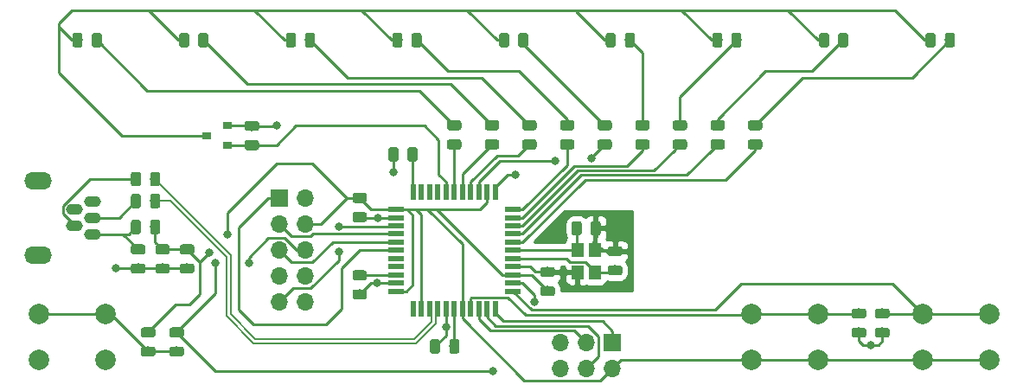
<source format=gbr>
G04 #@! TF.GenerationSoftware,KiCad,Pcbnew,(5.1.2)-2*
G04 #@! TF.CreationDate,2020-08-30T00:43:24-04:00*
G04 #@! TF.ProjectId,Scanner1,5363616e-6e65-4723-912e-6b696361645f,rev?*
G04 #@! TF.SameCoordinates,Original*
G04 #@! TF.FileFunction,Copper,L1,Top*
G04 #@! TF.FilePolarity,Positive*
%FSLAX46Y46*%
G04 Gerber Fmt 4.6, Leading zero omitted, Abs format (unit mm)*
G04 Created by KiCad (PCBNEW (5.1.2)-2) date 2020-08-30 00:43:24*
%MOMM*%
%LPD*%
G04 APERTURE LIST*
%ADD10R,0.550000X1.500000*%
%ADD11R,1.500000X0.550000*%
%ADD12C,0.100000*%
%ADD13C,0.975000*%
%ADD14O,1.650000X1.100000*%
%ADD15O,2.700000X1.700000*%
%ADD16R,1.700000X1.700000*%
%ADD17O,1.700000X1.700000*%
%ADD18R,0.900000X0.800000*%
%ADD19C,2.000000*%
%ADD20R,1.200000X1.400000*%
%ADD21C,0.800000*%
%ADD22C,0.250000*%
%ADD23C,0.200000*%
%ADD24C,0.254000*%
G04 APERTURE END LIST*
D10*
X169228000Y-87864000D03*
X170028000Y-87864000D03*
X170828000Y-87864000D03*
X171628000Y-87864000D03*
X172428000Y-87864000D03*
X173228000Y-87864000D03*
X174028000Y-87864000D03*
X174828000Y-87864000D03*
X175628000Y-87864000D03*
X176428000Y-87864000D03*
X177228000Y-87864000D03*
D11*
X178928000Y-86164000D03*
X178928000Y-85364000D03*
X178928000Y-84564000D03*
X178928000Y-83764000D03*
X178928000Y-82964000D03*
X178928000Y-82164000D03*
X178928000Y-81364000D03*
X178928000Y-80564000D03*
X178928000Y-79764000D03*
X178928000Y-78964000D03*
X178928000Y-78164000D03*
D10*
X177228000Y-76464000D03*
X176428000Y-76464000D03*
X175628000Y-76464000D03*
X174828000Y-76464000D03*
X174028000Y-76464000D03*
X173228000Y-76464000D03*
X172428000Y-76464000D03*
X171628000Y-76464000D03*
X170828000Y-76464000D03*
X170028000Y-76464000D03*
X169228000Y-76464000D03*
D11*
X167528000Y-78164000D03*
X167528000Y-78964000D03*
X167528000Y-79764000D03*
X167528000Y-80564000D03*
X167528000Y-81364000D03*
X167528000Y-82164000D03*
X167528000Y-82964000D03*
X167528000Y-83764000D03*
X167528000Y-84564000D03*
X167528000Y-85364000D03*
X167528000Y-86164000D03*
D12*
G36*
X189456142Y-83636174D02*
G01*
X189479803Y-83639684D01*
X189503007Y-83645496D01*
X189525529Y-83653554D01*
X189547153Y-83663782D01*
X189567670Y-83676079D01*
X189586883Y-83690329D01*
X189604607Y-83706393D01*
X189620671Y-83724117D01*
X189634921Y-83743330D01*
X189647218Y-83763847D01*
X189657446Y-83785471D01*
X189665504Y-83807993D01*
X189671316Y-83831197D01*
X189674826Y-83854858D01*
X189676000Y-83878750D01*
X189676000Y-84366250D01*
X189674826Y-84390142D01*
X189671316Y-84413803D01*
X189665504Y-84437007D01*
X189657446Y-84459529D01*
X189647218Y-84481153D01*
X189634921Y-84501670D01*
X189620671Y-84520883D01*
X189604607Y-84538607D01*
X189586883Y-84554671D01*
X189567670Y-84568921D01*
X189547153Y-84581218D01*
X189525529Y-84591446D01*
X189503007Y-84599504D01*
X189479803Y-84605316D01*
X189456142Y-84608826D01*
X189432250Y-84610000D01*
X188519750Y-84610000D01*
X188495858Y-84608826D01*
X188472197Y-84605316D01*
X188448993Y-84599504D01*
X188426471Y-84591446D01*
X188404847Y-84581218D01*
X188384330Y-84568921D01*
X188365117Y-84554671D01*
X188347393Y-84538607D01*
X188331329Y-84520883D01*
X188317079Y-84501670D01*
X188304782Y-84481153D01*
X188294554Y-84459529D01*
X188286496Y-84437007D01*
X188280684Y-84413803D01*
X188277174Y-84390142D01*
X188276000Y-84366250D01*
X188276000Y-83878750D01*
X188277174Y-83854858D01*
X188280684Y-83831197D01*
X188286496Y-83807993D01*
X188294554Y-83785471D01*
X188304782Y-83763847D01*
X188317079Y-83743330D01*
X188331329Y-83724117D01*
X188347393Y-83706393D01*
X188365117Y-83690329D01*
X188384330Y-83676079D01*
X188404847Y-83663782D01*
X188426471Y-83653554D01*
X188448993Y-83645496D01*
X188472197Y-83639684D01*
X188495858Y-83636174D01*
X188519750Y-83635000D01*
X189432250Y-83635000D01*
X189456142Y-83636174D01*
X189456142Y-83636174D01*
G37*
D13*
X188976000Y-84122500D03*
D12*
G36*
X189456142Y-81761174D02*
G01*
X189479803Y-81764684D01*
X189503007Y-81770496D01*
X189525529Y-81778554D01*
X189547153Y-81788782D01*
X189567670Y-81801079D01*
X189586883Y-81815329D01*
X189604607Y-81831393D01*
X189620671Y-81849117D01*
X189634921Y-81868330D01*
X189647218Y-81888847D01*
X189657446Y-81910471D01*
X189665504Y-81932993D01*
X189671316Y-81956197D01*
X189674826Y-81979858D01*
X189676000Y-82003750D01*
X189676000Y-82491250D01*
X189674826Y-82515142D01*
X189671316Y-82538803D01*
X189665504Y-82562007D01*
X189657446Y-82584529D01*
X189647218Y-82606153D01*
X189634921Y-82626670D01*
X189620671Y-82645883D01*
X189604607Y-82663607D01*
X189586883Y-82679671D01*
X189567670Y-82693921D01*
X189547153Y-82706218D01*
X189525529Y-82716446D01*
X189503007Y-82724504D01*
X189479803Y-82730316D01*
X189456142Y-82733826D01*
X189432250Y-82735000D01*
X188519750Y-82735000D01*
X188495858Y-82733826D01*
X188472197Y-82730316D01*
X188448993Y-82724504D01*
X188426471Y-82716446D01*
X188404847Y-82706218D01*
X188384330Y-82693921D01*
X188365117Y-82679671D01*
X188347393Y-82663607D01*
X188331329Y-82645883D01*
X188317079Y-82626670D01*
X188304782Y-82606153D01*
X188294554Y-82584529D01*
X188286496Y-82562007D01*
X188280684Y-82538803D01*
X188277174Y-82515142D01*
X188276000Y-82491250D01*
X188276000Y-82003750D01*
X188277174Y-81979858D01*
X188280684Y-81956197D01*
X188286496Y-81932993D01*
X188294554Y-81910471D01*
X188304782Y-81888847D01*
X188317079Y-81868330D01*
X188331329Y-81849117D01*
X188347393Y-81831393D01*
X188365117Y-81815329D01*
X188384330Y-81801079D01*
X188404847Y-81788782D01*
X188426471Y-81778554D01*
X188448993Y-81770496D01*
X188472197Y-81764684D01*
X188495858Y-81761174D01*
X188519750Y-81760000D01*
X189432250Y-81760000D01*
X189456142Y-81761174D01*
X189456142Y-81761174D01*
G37*
D13*
X188976000Y-82247500D03*
D12*
G36*
X187348142Y-79311174D02*
G01*
X187371803Y-79314684D01*
X187395007Y-79320496D01*
X187417529Y-79328554D01*
X187439153Y-79338782D01*
X187459670Y-79351079D01*
X187478883Y-79365329D01*
X187496607Y-79381393D01*
X187512671Y-79399117D01*
X187526921Y-79418330D01*
X187539218Y-79438847D01*
X187549446Y-79460471D01*
X187557504Y-79482993D01*
X187563316Y-79506197D01*
X187566826Y-79529858D01*
X187568000Y-79553750D01*
X187568000Y-80466250D01*
X187566826Y-80490142D01*
X187563316Y-80513803D01*
X187557504Y-80537007D01*
X187549446Y-80559529D01*
X187539218Y-80581153D01*
X187526921Y-80601670D01*
X187512671Y-80620883D01*
X187496607Y-80638607D01*
X187478883Y-80654671D01*
X187459670Y-80668921D01*
X187439153Y-80681218D01*
X187417529Y-80691446D01*
X187395007Y-80699504D01*
X187371803Y-80705316D01*
X187348142Y-80708826D01*
X187324250Y-80710000D01*
X186836750Y-80710000D01*
X186812858Y-80708826D01*
X186789197Y-80705316D01*
X186765993Y-80699504D01*
X186743471Y-80691446D01*
X186721847Y-80681218D01*
X186701330Y-80668921D01*
X186682117Y-80654671D01*
X186664393Y-80638607D01*
X186648329Y-80620883D01*
X186634079Y-80601670D01*
X186621782Y-80581153D01*
X186611554Y-80559529D01*
X186603496Y-80537007D01*
X186597684Y-80513803D01*
X186594174Y-80490142D01*
X186593000Y-80466250D01*
X186593000Y-79553750D01*
X186594174Y-79529858D01*
X186597684Y-79506197D01*
X186603496Y-79482993D01*
X186611554Y-79460471D01*
X186621782Y-79438847D01*
X186634079Y-79418330D01*
X186648329Y-79399117D01*
X186664393Y-79381393D01*
X186682117Y-79365329D01*
X186701330Y-79351079D01*
X186721847Y-79338782D01*
X186743471Y-79328554D01*
X186765993Y-79320496D01*
X186789197Y-79314684D01*
X186812858Y-79311174D01*
X186836750Y-79310000D01*
X187324250Y-79310000D01*
X187348142Y-79311174D01*
X187348142Y-79311174D01*
G37*
D13*
X187080500Y-80010000D03*
D12*
G36*
X185473142Y-79311174D02*
G01*
X185496803Y-79314684D01*
X185520007Y-79320496D01*
X185542529Y-79328554D01*
X185564153Y-79338782D01*
X185584670Y-79351079D01*
X185603883Y-79365329D01*
X185621607Y-79381393D01*
X185637671Y-79399117D01*
X185651921Y-79418330D01*
X185664218Y-79438847D01*
X185674446Y-79460471D01*
X185682504Y-79482993D01*
X185688316Y-79506197D01*
X185691826Y-79529858D01*
X185693000Y-79553750D01*
X185693000Y-80466250D01*
X185691826Y-80490142D01*
X185688316Y-80513803D01*
X185682504Y-80537007D01*
X185674446Y-80559529D01*
X185664218Y-80581153D01*
X185651921Y-80601670D01*
X185637671Y-80620883D01*
X185621607Y-80638607D01*
X185603883Y-80654671D01*
X185584670Y-80668921D01*
X185564153Y-80681218D01*
X185542529Y-80691446D01*
X185520007Y-80699504D01*
X185496803Y-80705316D01*
X185473142Y-80708826D01*
X185449250Y-80710000D01*
X184961750Y-80710000D01*
X184937858Y-80708826D01*
X184914197Y-80705316D01*
X184890993Y-80699504D01*
X184868471Y-80691446D01*
X184846847Y-80681218D01*
X184826330Y-80668921D01*
X184807117Y-80654671D01*
X184789393Y-80638607D01*
X184773329Y-80620883D01*
X184759079Y-80601670D01*
X184746782Y-80581153D01*
X184736554Y-80559529D01*
X184728496Y-80537007D01*
X184722684Y-80513803D01*
X184719174Y-80490142D01*
X184718000Y-80466250D01*
X184718000Y-79553750D01*
X184719174Y-79529858D01*
X184722684Y-79506197D01*
X184728496Y-79482993D01*
X184736554Y-79460471D01*
X184746782Y-79438847D01*
X184759079Y-79418330D01*
X184773329Y-79399117D01*
X184789393Y-79381393D01*
X184807117Y-79365329D01*
X184826330Y-79351079D01*
X184846847Y-79338782D01*
X184868471Y-79328554D01*
X184890993Y-79320496D01*
X184914197Y-79314684D01*
X184937858Y-79311174D01*
X184961750Y-79310000D01*
X185449250Y-79310000D01*
X185473142Y-79311174D01*
X185473142Y-79311174D01*
G37*
D13*
X185205500Y-80010000D03*
D12*
G36*
X142752142Y-83460674D02*
G01*
X142775803Y-83464184D01*
X142799007Y-83469996D01*
X142821529Y-83478054D01*
X142843153Y-83488282D01*
X142863670Y-83500579D01*
X142882883Y-83514829D01*
X142900607Y-83530893D01*
X142916671Y-83548617D01*
X142930921Y-83567830D01*
X142943218Y-83588347D01*
X142953446Y-83609971D01*
X142961504Y-83632493D01*
X142967316Y-83655697D01*
X142970826Y-83679358D01*
X142972000Y-83703250D01*
X142972000Y-84190750D01*
X142970826Y-84214642D01*
X142967316Y-84238303D01*
X142961504Y-84261507D01*
X142953446Y-84284029D01*
X142943218Y-84305653D01*
X142930921Y-84326170D01*
X142916671Y-84345383D01*
X142900607Y-84363107D01*
X142882883Y-84379171D01*
X142863670Y-84393421D01*
X142843153Y-84405718D01*
X142821529Y-84415946D01*
X142799007Y-84424004D01*
X142775803Y-84429816D01*
X142752142Y-84433326D01*
X142728250Y-84434500D01*
X141815750Y-84434500D01*
X141791858Y-84433326D01*
X141768197Y-84429816D01*
X141744993Y-84424004D01*
X141722471Y-84415946D01*
X141700847Y-84405718D01*
X141680330Y-84393421D01*
X141661117Y-84379171D01*
X141643393Y-84363107D01*
X141627329Y-84345383D01*
X141613079Y-84326170D01*
X141600782Y-84305653D01*
X141590554Y-84284029D01*
X141582496Y-84261507D01*
X141576684Y-84238303D01*
X141573174Y-84214642D01*
X141572000Y-84190750D01*
X141572000Y-83703250D01*
X141573174Y-83679358D01*
X141576684Y-83655697D01*
X141582496Y-83632493D01*
X141590554Y-83609971D01*
X141600782Y-83588347D01*
X141613079Y-83567830D01*
X141627329Y-83548617D01*
X141643393Y-83530893D01*
X141661117Y-83514829D01*
X141680330Y-83500579D01*
X141700847Y-83488282D01*
X141722471Y-83478054D01*
X141744993Y-83469996D01*
X141768197Y-83464184D01*
X141791858Y-83460674D01*
X141815750Y-83459500D01*
X142728250Y-83459500D01*
X142752142Y-83460674D01*
X142752142Y-83460674D01*
G37*
D13*
X142272000Y-83947000D03*
D12*
G36*
X142752142Y-81585674D02*
G01*
X142775803Y-81589184D01*
X142799007Y-81594996D01*
X142821529Y-81603054D01*
X142843153Y-81613282D01*
X142863670Y-81625579D01*
X142882883Y-81639829D01*
X142900607Y-81655893D01*
X142916671Y-81673617D01*
X142930921Y-81692830D01*
X142943218Y-81713347D01*
X142953446Y-81734971D01*
X142961504Y-81757493D01*
X142967316Y-81780697D01*
X142970826Y-81804358D01*
X142972000Y-81828250D01*
X142972000Y-82315750D01*
X142970826Y-82339642D01*
X142967316Y-82363303D01*
X142961504Y-82386507D01*
X142953446Y-82409029D01*
X142943218Y-82430653D01*
X142930921Y-82451170D01*
X142916671Y-82470383D01*
X142900607Y-82488107D01*
X142882883Y-82504171D01*
X142863670Y-82518421D01*
X142843153Y-82530718D01*
X142821529Y-82540946D01*
X142799007Y-82549004D01*
X142775803Y-82554816D01*
X142752142Y-82558326D01*
X142728250Y-82559500D01*
X141815750Y-82559500D01*
X141791858Y-82558326D01*
X141768197Y-82554816D01*
X141744993Y-82549004D01*
X141722471Y-82540946D01*
X141700847Y-82530718D01*
X141680330Y-82518421D01*
X141661117Y-82504171D01*
X141643393Y-82488107D01*
X141627329Y-82470383D01*
X141613079Y-82451170D01*
X141600782Y-82430653D01*
X141590554Y-82409029D01*
X141582496Y-82386507D01*
X141576684Y-82363303D01*
X141573174Y-82339642D01*
X141572000Y-82315750D01*
X141572000Y-81828250D01*
X141573174Y-81804358D01*
X141576684Y-81780697D01*
X141582496Y-81757493D01*
X141590554Y-81734971D01*
X141600782Y-81713347D01*
X141613079Y-81692830D01*
X141627329Y-81673617D01*
X141643393Y-81655893D01*
X141661117Y-81639829D01*
X141680330Y-81625579D01*
X141700847Y-81613282D01*
X141722471Y-81603054D01*
X141744993Y-81594996D01*
X141768197Y-81589184D01*
X141791858Y-81585674D01*
X141815750Y-81584500D01*
X142728250Y-81584500D01*
X142752142Y-81585674D01*
X142752142Y-81585674D01*
G37*
D13*
X142272000Y-82072000D03*
D12*
G36*
X147546142Y-81585674D02*
G01*
X147569803Y-81589184D01*
X147593007Y-81594996D01*
X147615529Y-81603054D01*
X147637153Y-81613282D01*
X147657670Y-81625579D01*
X147676883Y-81639829D01*
X147694607Y-81655893D01*
X147710671Y-81673617D01*
X147724921Y-81692830D01*
X147737218Y-81713347D01*
X147747446Y-81734971D01*
X147755504Y-81757493D01*
X147761316Y-81780697D01*
X147764826Y-81804358D01*
X147766000Y-81828250D01*
X147766000Y-82315750D01*
X147764826Y-82339642D01*
X147761316Y-82363303D01*
X147755504Y-82386507D01*
X147747446Y-82409029D01*
X147737218Y-82430653D01*
X147724921Y-82451170D01*
X147710671Y-82470383D01*
X147694607Y-82488107D01*
X147676883Y-82504171D01*
X147657670Y-82518421D01*
X147637153Y-82530718D01*
X147615529Y-82540946D01*
X147593007Y-82549004D01*
X147569803Y-82554816D01*
X147546142Y-82558326D01*
X147522250Y-82559500D01*
X146609750Y-82559500D01*
X146585858Y-82558326D01*
X146562197Y-82554816D01*
X146538993Y-82549004D01*
X146516471Y-82540946D01*
X146494847Y-82530718D01*
X146474330Y-82518421D01*
X146455117Y-82504171D01*
X146437393Y-82488107D01*
X146421329Y-82470383D01*
X146407079Y-82451170D01*
X146394782Y-82430653D01*
X146384554Y-82409029D01*
X146376496Y-82386507D01*
X146370684Y-82363303D01*
X146367174Y-82339642D01*
X146366000Y-82315750D01*
X146366000Y-81828250D01*
X146367174Y-81804358D01*
X146370684Y-81780697D01*
X146376496Y-81757493D01*
X146384554Y-81734971D01*
X146394782Y-81713347D01*
X146407079Y-81692830D01*
X146421329Y-81673617D01*
X146437393Y-81655893D01*
X146455117Y-81639829D01*
X146474330Y-81625579D01*
X146494847Y-81613282D01*
X146516471Y-81603054D01*
X146538993Y-81594996D01*
X146562197Y-81589184D01*
X146585858Y-81585674D01*
X146609750Y-81584500D01*
X147522250Y-81584500D01*
X147546142Y-81585674D01*
X147546142Y-81585674D01*
G37*
D13*
X147066000Y-82072000D03*
D12*
G36*
X147546142Y-83460674D02*
G01*
X147569803Y-83464184D01*
X147593007Y-83469996D01*
X147615529Y-83478054D01*
X147637153Y-83488282D01*
X147657670Y-83500579D01*
X147676883Y-83514829D01*
X147694607Y-83530893D01*
X147710671Y-83548617D01*
X147724921Y-83567830D01*
X147737218Y-83588347D01*
X147747446Y-83609971D01*
X147755504Y-83632493D01*
X147761316Y-83655697D01*
X147764826Y-83679358D01*
X147766000Y-83703250D01*
X147766000Y-84190750D01*
X147764826Y-84214642D01*
X147761316Y-84238303D01*
X147755504Y-84261507D01*
X147747446Y-84284029D01*
X147737218Y-84305653D01*
X147724921Y-84326170D01*
X147710671Y-84345383D01*
X147694607Y-84363107D01*
X147676883Y-84379171D01*
X147657670Y-84393421D01*
X147637153Y-84405718D01*
X147615529Y-84415946D01*
X147593007Y-84424004D01*
X147569803Y-84429816D01*
X147546142Y-84433326D01*
X147522250Y-84434500D01*
X146609750Y-84434500D01*
X146585858Y-84433326D01*
X146562197Y-84429816D01*
X146538993Y-84424004D01*
X146516471Y-84415946D01*
X146494847Y-84405718D01*
X146474330Y-84393421D01*
X146455117Y-84379171D01*
X146437393Y-84363107D01*
X146421329Y-84345383D01*
X146407079Y-84326170D01*
X146394782Y-84305653D01*
X146384554Y-84284029D01*
X146376496Y-84261507D01*
X146370684Y-84238303D01*
X146367174Y-84214642D01*
X146366000Y-84190750D01*
X146366000Y-83703250D01*
X146367174Y-83679358D01*
X146370684Y-83655697D01*
X146376496Y-83632493D01*
X146384554Y-83609971D01*
X146394782Y-83588347D01*
X146407079Y-83567830D01*
X146421329Y-83548617D01*
X146437393Y-83530893D01*
X146455117Y-83514829D01*
X146474330Y-83500579D01*
X146494847Y-83488282D01*
X146516471Y-83478054D01*
X146538993Y-83469996D01*
X146562197Y-83464184D01*
X146585858Y-83460674D01*
X146609750Y-83459500D01*
X147522250Y-83459500D01*
X147546142Y-83460674D01*
X147546142Y-83460674D01*
G37*
D13*
X147066000Y-83947000D03*
D12*
G36*
X164437142Y-86000674D02*
G01*
X164460803Y-86004184D01*
X164484007Y-86009996D01*
X164506529Y-86018054D01*
X164528153Y-86028282D01*
X164548670Y-86040579D01*
X164567883Y-86054829D01*
X164585607Y-86070893D01*
X164601671Y-86088617D01*
X164615921Y-86107830D01*
X164628218Y-86128347D01*
X164638446Y-86149971D01*
X164646504Y-86172493D01*
X164652316Y-86195697D01*
X164655826Y-86219358D01*
X164657000Y-86243250D01*
X164657000Y-86730750D01*
X164655826Y-86754642D01*
X164652316Y-86778303D01*
X164646504Y-86801507D01*
X164638446Y-86824029D01*
X164628218Y-86845653D01*
X164615921Y-86866170D01*
X164601671Y-86885383D01*
X164585607Y-86903107D01*
X164567883Y-86919171D01*
X164548670Y-86933421D01*
X164528153Y-86945718D01*
X164506529Y-86955946D01*
X164484007Y-86964004D01*
X164460803Y-86969816D01*
X164437142Y-86973326D01*
X164413250Y-86974500D01*
X163500750Y-86974500D01*
X163476858Y-86973326D01*
X163453197Y-86969816D01*
X163429993Y-86964004D01*
X163407471Y-86955946D01*
X163385847Y-86945718D01*
X163365330Y-86933421D01*
X163346117Y-86919171D01*
X163328393Y-86903107D01*
X163312329Y-86885383D01*
X163298079Y-86866170D01*
X163285782Y-86845653D01*
X163275554Y-86824029D01*
X163267496Y-86801507D01*
X163261684Y-86778303D01*
X163258174Y-86754642D01*
X163257000Y-86730750D01*
X163257000Y-86243250D01*
X163258174Y-86219358D01*
X163261684Y-86195697D01*
X163267496Y-86172493D01*
X163275554Y-86149971D01*
X163285782Y-86128347D01*
X163298079Y-86107830D01*
X163312329Y-86088617D01*
X163328393Y-86070893D01*
X163346117Y-86054829D01*
X163365330Y-86040579D01*
X163385847Y-86028282D01*
X163407471Y-86018054D01*
X163429993Y-86009996D01*
X163453197Y-86004184D01*
X163476858Y-86000674D01*
X163500750Y-85999500D01*
X164413250Y-85999500D01*
X164437142Y-86000674D01*
X164437142Y-86000674D01*
G37*
D13*
X163957000Y-86487000D03*
D12*
G36*
X164437142Y-84125674D02*
G01*
X164460803Y-84129184D01*
X164484007Y-84134996D01*
X164506529Y-84143054D01*
X164528153Y-84153282D01*
X164548670Y-84165579D01*
X164567883Y-84179829D01*
X164585607Y-84195893D01*
X164601671Y-84213617D01*
X164615921Y-84232830D01*
X164628218Y-84253347D01*
X164638446Y-84274971D01*
X164646504Y-84297493D01*
X164652316Y-84320697D01*
X164655826Y-84344358D01*
X164657000Y-84368250D01*
X164657000Y-84855750D01*
X164655826Y-84879642D01*
X164652316Y-84903303D01*
X164646504Y-84926507D01*
X164638446Y-84949029D01*
X164628218Y-84970653D01*
X164615921Y-84991170D01*
X164601671Y-85010383D01*
X164585607Y-85028107D01*
X164567883Y-85044171D01*
X164548670Y-85058421D01*
X164528153Y-85070718D01*
X164506529Y-85080946D01*
X164484007Y-85089004D01*
X164460803Y-85094816D01*
X164437142Y-85098326D01*
X164413250Y-85099500D01*
X163500750Y-85099500D01*
X163476858Y-85098326D01*
X163453197Y-85094816D01*
X163429993Y-85089004D01*
X163407471Y-85080946D01*
X163385847Y-85070718D01*
X163365330Y-85058421D01*
X163346117Y-85044171D01*
X163328393Y-85028107D01*
X163312329Y-85010383D01*
X163298079Y-84991170D01*
X163285782Y-84970653D01*
X163275554Y-84949029D01*
X163267496Y-84926507D01*
X163261684Y-84903303D01*
X163258174Y-84879642D01*
X163257000Y-84855750D01*
X163257000Y-84368250D01*
X163258174Y-84344358D01*
X163261684Y-84320697D01*
X163267496Y-84297493D01*
X163275554Y-84274971D01*
X163285782Y-84253347D01*
X163298079Y-84232830D01*
X163312329Y-84213617D01*
X163328393Y-84195893D01*
X163346117Y-84179829D01*
X163365330Y-84165579D01*
X163385847Y-84153282D01*
X163407471Y-84143054D01*
X163429993Y-84134996D01*
X163453197Y-84129184D01*
X163476858Y-84125674D01*
X163500750Y-84124500D01*
X164413250Y-84124500D01*
X164437142Y-84125674D01*
X164437142Y-84125674D01*
G37*
D13*
X163957000Y-84612000D03*
D12*
G36*
X182852142Y-83793174D02*
G01*
X182875803Y-83796684D01*
X182899007Y-83802496D01*
X182921529Y-83810554D01*
X182943153Y-83820782D01*
X182963670Y-83833079D01*
X182982883Y-83847329D01*
X183000607Y-83863393D01*
X183016671Y-83881117D01*
X183030921Y-83900330D01*
X183043218Y-83920847D01*
X183053446Y-83942471D01*
X183061504Y-83964993D01*
X183067316Y-83988197D01*
X183070826Y-84011858D01*
X183072000Y-84035750D01*
X183072000Y-84523250D01*
X183070826Y-84547142D01*
X183067316Y-84570803D01*
X183061504Y-84594007D01*
X183053446Y-84616529D01*
X183043218Y-84638153D01*
X183030921Y-84658670D01*
X183016671Y-84677883D01*
X183000607Y-84695607D01*
X182982883Y-84711671D01*
X182963670Y-84725921D01*
X182943153Y-84738218D01*
X182921529Y-84748446D01*
X182899007Y-84756504D01*
X182875803Y-84762316D01*
X182852142Y-84765826D01*
X182828250Y-84767000D01*
X181915750Y-84767000D01*
X181891858Y-84765826D01*
X181868197Y-84762316D01*
X181844993Y-84756504D01*
X181822471Y-84748446D01*
X181800847Y-84738218D01*
X181780330Y-84725921D01*
X181761117Y-84711671D01*
X181743393Y-84695607D01*
X181727329Y-84677883D01*
X181713079Y-84658670D01*
X181700782Y-84638153D01*
X181690554Y-84616529D01*
X181682496Y-84594007D01*
X181676684Y-84570803D01*
X181673174Y-84547142D01*
X181672000Y-84523250D01*
X181672000Y-84035750D01*
X181673174Y-84011858D01*
X181676684Y-83988197D01*
X181682496Y-83964993D01*
X181690554Y-83942471D01*
X181700782Y-83920847D01*
X181713079Y-83900330D01*
X181727329Y-83881117D01*
X181743393Y-83863393D01*
X181761117Y-83847329D01*
X181780330Y-83833079D01*
X181800847Y-83820782D01*
X181822471Y-83810554D01*
X181844993Y-83802496D01*
X181868197Y-83796684D01*
X181891858Y-83793174D01*
X181915750Y-83792000D01*
X182828250Y-83792000D01*
X182852142Y-83793174D01*
X182852142Y-83793174D01*
G37*
D13*
X182372000Y-84279500D03*
D12*
G36*
X182852142Y-85668174D02*
G01*
X182875803Y-85671684D01*
X182899007Y-85677496D01*
X182921529Y-85685554D01*
X182943153Y-85695782D01*
X182963670Y-85708079D01*
X182982883Y-85722329D01*
X183000607Y-85738393D01*
X183016671Y-85756117D01*
X183030921Y-85775330D01*
X183043218Y-85795847D01*
X183053446Y-85817471D01*
X183061504Y-85839993D01*
X183067316Y-85863197D01*
X183070826Y-85886858D01*
X183072000Y-85910750D01*
X183072000Y-86398250D01*
X183070826Y-86422142D01*
X183067316Y-86445803D01*
X183061504Y-86469007D01*
X183053446Y-86491529D01*
X183043218Y-86513153D01*
X183030921Y-86533670D01*
X183016671Y-86552883D01*
X183000607Y-86570607D01*
X182982883Y-86586671D01*
X182963670Y-86600921D01*
X182943153Y-86613218D01*
X182921529Y-86623446D01*
X182899007Y-86631504D01*
X182875803Y-86637316D01*
X182852142Y-86640826D01*
X182828250Y-86642000D01*
X181915750Y-86642000D01*
X181891858Y-86640826D01*
X181868197Y-86637316D01*
X181844993Y-86631504D01*
X181822471Y-86623446D01*
X181800847Y-86613218D01*
X181780330Y-86600921D01*
X181761117Y-86586671D01*
X181743393Y-86570607D01*
X181727329Y-86552883D01*
X181713079Y-86533670D01*
X181700782Y-86513153D01*
X181690554Y-86491529D01*
X181682496Y-86469007D01*
X181676684Y-86445803D01*
X181673174Y-86422142D01*
X181672000Y-86398250D01*
X181672000Y-85910750D01*
X181673174Y-85886858D01*
X181676684Y-85863197D01*
X181682496Y-85839993D01*
X181690554Y-85817471D01*
X181700782Y-85795847D01*
X181713079Y-85775330D01*
X181727329Y-85756117D01*
X181743393Y-85738393D01*
X181761117Y-85722329D01*
X181780330Y-85708079D01*
X181800847Y-85695782D01*
X181822471Y-85685554D01*
X181844993Y-85677496D01*
X181868197Y-85671684D01*
X181891858Y-85668174D01*
X181915750Y-85667000D01*
X182828250Y-85667000D01*
X182852142Y-85668174D01*
X182852142Y-85668174D01*
G37*
D13*
X182372000Y-86154500D03*
D12*
G36*
X173495642Y-90868174D02*
G01*
X173519303Y-90871684D01*
X173542507Y-90877496D01*
X173565029Y-90885554D01*
X173586653Y-90895782D01*
X173607170Y-90908079D01*
X173626383Y-90922329D01*
X173644107Y-90938393D01*
X173660171Y-90956117D01*
X173674421Y-90975330D01*
X173686718Y-90995847D01*
X173696946Y-91017471D01*
X173705004Y-91039993D01*
X173710816Y-91063197D01*
X173714326Y-91086858D01*
X173715500Y-91110750D01*
X173715500Y-92023250D01*
X173714326Y-92047142D01*
X173710816Y-92070803D01*
X173705004Y-92094007D01*
X173696946Y-92116529D01*
X173686718Y-92138153D01*
X173674421Y-92158670D01*
X173660171Y-92177883D01*
X173644107Y-92195607D01*
X173626383Y-92211671D01*
X173607170Y-92225921D01*
X173586653Y-92238218D01*
X173565029Y-92248446D01*
X173542507Y-92256504D01*
X173519303Y-92262316D01*
X173495642Y-92265826D01*
X173471750Y-92267000D01*
X172984250Y-92267000D01*
X172960358Y-92265826D01*
X172936697Y-92262316D01*
X172913493Y-92256504D01*
X172890971Y-92248446D01*
X172869347Y-92238218D01*
X172848830Y-92225921D01*
X172829617Y-92211671D01*
X172811893Y-92195607D01*
X172795829Y-92177883D01*
X172781579Y-92158670D01*
X172769282Y-92138153D01*
X172759054Y-92116529D01*
X172750996Y-92094007D01*
X172745184Y-92070803D01*
X172741674Y-92047142D01*
X172740500Y-92023250D01*
X172740500Y-91110750D01*
X172741674Y-91086858D01*
X172745184Y-91063197D01*
X172750996Y-91039993D01*
X172759054Y-91017471D01*
X172769282Y-90995847D01*
X172781579Y-90975330D01*
X172795829Y-90956117D01*
X172811893Y-90938393D01*
X172829617Y-90922329D01*
X172848830Y-90908079D01*
X172869347Y-90895782D01*
X172890971Y-90885554D01*
X172913493Y-90877496D01*
X172936697Y-90871684D01*
X172960358Y-90868174D01*
X172984250Y-90867000D01*
X173471750Y-90867000D01*
X173495642Y-90868174D01*
X173495642Y-90868174D01*
G37*
D13*
X173228000Y-91567000D03*
D12*
G36*
X171620642Y-90868174D02*
G01*
X171644303Y-90871684D01*
X171667507Y-90877496D01*
X171690029Y-90885554D01*
X171711653Y-90895782D01*
X171732170Y-90908079D01*
X171751383Y-90922329D01*
X171769107Y-90938393D01*
X171785171Y-90956117D01*
X171799421Y-90975330D01*
X171811718Y-90995847D01*
X171821946Y-91017471D01*
X171830004Y-91039993D01*
X171835816Y-91063197D01*
X171839326Y-91086858D01*
X171840500Y-91110750D01*
X171840500Y-92023250D01*
X171839326Y-92047142D01*
X171835816Y-92070803D01*
X171830004Y-92094007D01*
X171821946Y-92116529D01*
X171811718Y-92138153D01*
X171799421Y-92158670D01*
X171785171Y-92177883D01*
X171769107Y-92195607D01*
X171751383Y-92211671D01*
X171732170Y-92225921D01*
X171711653Y-92238218D01*
X171690029Y-92248446D01*
X171667507Y-92256504D01*
X171644303Y-92262316D01*
X171620642Y-92265826D01*
X171596750Y-92267000D01*
X171109250Y-92267000D01*
X171085358Y-92265826D01*
X171061697Y-92262316D01*
X171038493Y-92256504D01*
X171015971Y-92248446D01*
X170994347Y-92238218D01*
X170973830Y-92225921D01*
X170954617Y-92211671D01*
X170936893Y-92195607D01*
X170920829Y-92177883D01*
X170906579Y-92158670D01*
X170894282Y-92138153D01*
X170884054Y-92116529D01*
X170875996Y-92094007D01*
X170870184Y-92070803D01*
X170866674Y-92047142D01*
X170865500Y-92023250D01*
X170865500Y-91110750D01*
X170866674Y-91086858D01*
X170870184Y-91063197D01*
X170875996Y-91039993D01*
X170884054Y-91017471D01*
X170894282Y-90995847D01*
X170906579Y-90975330D01*
X170920829Y-90956117D01*
X170936893Y-90938393D01*
X170954617Y-90922329D01*
X170973830Y-90908079D01*
X170994347Y-90895782D01*
X171015971Y-90885554D01*
X171038493Y-90877496D01*
X171061697Y-90871684D01*
X171085358Y-90868174D01*
X171109250Y-90867000D01*
X171596750Y-90867000D01*
X171620642Y-90868174D01*
X171620642Y-90868174D01*
G37*
D13*
X171353000Y-91567000D03*
D12*
G36*
X164437142Y-76554174D02*
G01*
X164460803Y-76557684D01*
X164484007Y-76563496D01*
X164506529Y-76571554D01*
X164528153Y-76581782D01*
X164548670Y-76594079D01*
X164567883Y-76608329D01*
X164585607Y-76624393D01*
X164601671Y-76642117D01*
X164615921Y-76661330D01*
X164628218Y-76681847D01*
X164638446Y-76703471D01*
X164646504Y-76725993D01*
X164652316Y-76749197D01*
X164655826Y-76772858D01*
X164657000Y-76796750D01*
X164657000Y-77284250D01*
X164655826Y-77308142D01*
X164652316Y-77331803D01*
X164646504Y-77355007D01*
X164638446Y-77377529D01*
X164628218Y-77399153D01*
X164615921Y-77419670D01*
X164601671Y-77438883D01*
X164585607Y-77456607D01*
X164567883Y-77472671D01*
X164548670Y-77486921D01*
X164528153Y-77499218D01*
X164506529Y-77509446D01*
X164484007Y-77517504D01*
X164460803Y-77523316D01*
X164437142Y-77526826D01*
X164413250Y-77528000D01*
X163500750Y-77528000D01*
X163476858Y-77526826D01*
X163453197Y-77523316D01*
X163429993Y-77517504D01*
X163407471Y-77509446D01*
X163385847Y-77499218D01*
X163365330Y-77486921D01*
X163346117Y-77472671D01*
X163328393Y-77456607D01*
X163312329Y-77438883D01*
X163298079Y-77419670D01*
X163285782Y-77399153D01*
X163275554Y-77377529D01*
X163267496Y-77355007D01*
X163261684Y-77331803D01*
X163258174Y-77308142D01*
X163257000Y-77284250D01*
X163257000Y-76796750D01*
X163258174Y-76772858D01*
X163261684Y-76749197D01*
X163267496Y-76725993D01*
X163275554Y-76703471D01*
X163285782Y-76681847D01*
X163298079Y-76661330D01*
X163312329Y-76642117D01*
X163328393Y-76624393D01*
X163346117Y-76608329D01*
X163365330Y-76594079D01*
X163385847Y-76581782D01*
X163407471Y-76571554D01*
X163429993Y-76563496D01*
X163453197Y-76557684D01*
X163476858Y-76554174D01*
X163500750Y-76553000D01*
X164413250Y-76553000D01*
X164437142Y-76554174D01*
X164437142Y-76554174D01*
G37*
D13*
X163957000Y-77040500D03*
D12*
G36*
X164437142Y-78429174D02*
G01*
X164460803Y-78432684D01*
X164484007Y-78438496D01*
X164506529Y-78446554D01*
X164528153Y-78456782D01*
X164548670Y-78469079D01*
X164567883Y-78483329D01*
X164585607Y-78499393D01*
X164601671Y-78517117D01*
X164615921Y-78536330D01*
X164628218Y-78556847D01*
X164638446Y-78578471D01*
X164646504Y-78600993D01*
X164652316Y-78624197D01*
X164655826Y-78647858D01*
X164657000Y-78671750D01*
X164657000Y-79159250D01*
X164655826Y-79183142D01*
X164652316Y-79206803D01*
X164646504Y-79230007D01*
X164638446Y-79252529D01*
X164628218Y-79274153D01*
X164615921Y-79294670D01*
X164601671Y-79313883D01*
X164585607Y-79331607D01*
X164567883Y-79347671D01*
X164548670Y-79361921D01*
X164528153Y-79374218D01*
X164506529Y-79384446D01*
X164484007Y-79392504D01*
X164460803Y-79398316D01*
X164437142Y-79401826D01*
X164413250Y-79403000D01*
X163500750Y-79403000D01*
X163476858Y-79401826D01*
X163453197Y-79398316D01*
X163429993Y-79392504D01*
X163407471Y-79384446D01*
X163385847Y-79374218D01*
X163365330Y-79361921D01*
X163346117Y-79347671D01*
X163328393Y-79331607D01*
X163312329Y-79313883D01*
X163298079Y-79294670D01*
X163285782Y-79274153D01*
X163275554Y-79252529D01*
X163267496Y-79230007D01*
X163261684Y-79206803D01*
X163258174Y-79183142D01*
X163257000Y-79159250D01*
X163257000Y-78671750D01*
X163258174Y-78647858D01*
X163261684Y-78624197D01*
X163267496Y-78600993D01*
X163275554Y-78578471D01*
X163285782Y-78556847D01*
X163298079Y-78536330D01*
X163312329Y-78517117D01*
X163328393Y-78499393D01*
X163346117Y-78483329D01*
X163365330Y-78469079D01*
X163385847Y-78456782D01*
X163407471Y-78446554D01*
X163429993Y-78438496D01*
X163453197Y-78432684D01*
X163476858Y-78429174D01*
X163500750Y-78428000D01*
X164413250Y-78428000D01*
X164437142Y-78429174D01*
X164437142Y-78429174D01*
G37*
D13*
X163957000Y-78915500D03*
D12*
G36*
X222009642Y-60896174D02*
G01*
X222033303Y-60899684D01*
X222056507Y-60905496D01*
X222079029Y-60913554D01*
X222100653Y-60923782D01*
X222121170Y-60936079D01*
X222140383Y-60950329D01*
X222158107Y-60966393D01*
X222174171Y-60984117D01*
X222188421Y-61003330D01*
X222200718Y-61023847D01*
X222210946Y-61045471D01*
X222219004Y-61067993D01*
X222224816Y-61091197D01*
X222228326Y-61114858D01*
X222229500Y-61138750D01*
X222229500Y-62051250D01*
X222228326Y-62075142D01*
X222224816Y-62098803D01*
X222219004Y-62122007D01*
X222210946Y-62144529D01*
X222200718Y-62166153D01*
X222188421Y-62186670D01*
X222174171Y-62205883D01*
X222158107Y-62223607D01*
X222140383Y-62239671D01*
X222121170Y-62253921D01*
X222100653Y-62266218D01*
X222079029Y-62276446D01*
X222056507Y-62284504D01*
X222033303Y-62290316D01*
X222009642Y-62293826D01*
X221985750Y-62295000D01*
X221498250Y-62295000D01*
X221474358Y-62293826D01*
X221450697Y-62290316D01*
X221427493Y-62284504D01*
X221404971Y-62276446D01*
X221383347Y-62266218D01*
X221362830Y-62253921D01*
X221343617Y-62239671D01*
X221325893Y-62223607D01*
X221309829Y-62205883D01*
X221295579Y-62186670D01*
X221283282Y-62166153D01*
X221273054Y-62144529D01*
X221264996Y-62122007D01*
X221259184Y-62098803D01*
X221255674Y-62075142D01*
X221254500Y-62051250D01*
X221254500Y-61138750D01*
X221255674Y-61114858D01*
X221259184Y-61091197D01*
X221264996Y-61067993D01*
X221273054Y-61045471D01*
X221283282Y-61023847D01*
X221295579Y-61003330D01*
X221309829Y-60984117D01*
X221325893Y-60966393D01*
X221343617Y-60950329D01*
X221362830Y-60936079D01*
X221383347Y-60923782D01*
X221404971Y-60913554D01*
X221427493Y-60905496D01*
X221450697Y-60899684D01*
X221474358Y-60896174D01*
X221498250Y-60895000D01*
X221985750Y-60895000D01*
X222009642Y-60896174D01*
X222009642Y-60896174D01*
G37*
D13*
X221742000Y-61595000D03*
D12*
G36*
X220134642Y-60896174D02*
G01*
X220158303Y-60899684D01*
X220181507Y-60905496D01*
X220204029Y-60913554D01*
X220225653Y-60923782D01*
X220246170Y-60936079D01*
X220265383Y-60950329D01*
X220283107Y-60966393D01*
X220299171Y-60984117D01*
X220313421Y-61003330D01*
X220325718Y-61023847D01*
X220335946Y-61045471D01*
X220344004Y-61067993D01*
X220349816Y-61091197D01*
X220353326Y-61114858D01*
X220354500Y-61138750D01*
X220354500Y-62051250D01*
X220353326Y-62075142D01*
X220349816Y-62098803D01*
X220344004Y-62122007D01*
X220335946Y-62144529D01*
X220325718Y-62166153D01*
X220313421Y-62186670D01*
X220299171Y-62205883D01*
X220283107Y-62223607D01*
X220265383Y-62239671D01*
X220246170Y-62253921D01*
X220225653Y-62266218D01*
X220204029Y-62276446D01*
X220181507Y-62284504D01*
X220158303Y-62290316D01*
X220134642Y-62293826D01*
X220110750Y-62295000D01*
X219623250Y-62295000D01*
X219599358Y-62293826D01*
X219575697Y-62290316D01*
X219552493Y-62284504D01*
X219529971Y-62276446D01*
X219508347Y-62266218D01*
X219487830Y-62253921D01*
X219468617Y-62239671D01*
X219450893Y-62223607D01*
X219434829Y-62205883D01*
X219420579Y-62186670D01*
X219408282Y-62166153D01*
X219398054Y-62144529D01*
X219389996Y-62122007D01*
X219384184Y-62098803D01*
X219380674Y-62075142D01*
X219379500Y-62051250D01*
X219379500Y-61138750D01*
X219380674Y-61114858D01*
X219384184Y-61091197D01*
X219389996Y-61067993D01*
X219398054Y-61045471D01*
X219408282Y-61023847D01*
X219420579Y-61003330D01*
X219434829Y-60984117D01*
X219450893Y-60966393D01*
X219468617Y-60950329D01*
X219487830Y-60936079D01*
X219508347Y-60923782D01*
X219529971Y-60913554D01*
X219552493Y-60905496D01*
X219575697Y-60899684D01*
X219599358Y-60896174D01*
X219623250Y-60895000D01*
X220110750Y-60895000D01*
X220134642Y-60896174D01*
X220134642Y-60896174D01*
G37*
D13*
X219867000Y-61595000D03*
D12*
G36*
X209694951Y-60896174D02*
G01*
X209718612Y-60899684D01*
X209741816Y-60905496D01*
X209764338Y-60913554D01*
X209785962Y-60923782D01*
X209806479Y-60936079D01*
X209825692Y-60950329D01*
X209843416Y-60966393D01*
X209859480Y-60984117D01*
X209873730Y-61003330D01*
X209886027Y-61023847D01*
X209896255Y-61045471D01*
X209904313Y-61067993D01*
X209910125Y-61091197D01*
X209913635Y-61114858D01*
X209914809Y-61138750D01*
X209914809Y-62051250D01*
X209913635Y-62075142D01*
X209910125Y-62098803D01*
X209904313Y-62122007D01*
X209896255Y-62144529D01*
X209886027Y-62166153D01*
X209873730Y-62186670D01*
X209859480Y-62205883D01*
X209843416Y-62223607D01*
X209825692Y-62239671D01*
X209806479Y-62253921D01*
X209785962Y-62266218D01*
X209764338Y-62276446D01*
X209741816Y-62284504D01*
X209718612Y-62290316D01*
X209694951Y-62293826D01*
X209671059Y-62295000D01*
X209183559Y-62295000D01*
X209159667Y-62293826D01*
X209136006Y-62290316D01*
X209112802Y-62284504D01*
X209090280Y-62276446D01*
X209068656Y-62266218D01*
X209048139Y-62253921D01*
X209028926Y-62239671D01*
X209011202Y-62223607D01*
X208995138Y-62205883D01*
X208980888Y-62186670D01*
X208968591Y-62166153D01*
X208958363Y-62144529D01*
X208950305Y-62122007D01*
X208944493Y-62098803D01*
X208940983Y-62075142D01*
X208939809Y-62051250D01*
X208939809Y-61138750D01*
X208940983Y-61114858D01*
X208944493Y-61091197D01*
X208950305Y-61067993D01*
X208958363Y-61045471D01*
X208968591Y-61023847D01*
X208980888Y-61003330D01*
X208995138Y-60984117D01*
X209011202Y-60966393D01*
X209028926Y-60950329D01*
X209048139Y-60936079D01*
X209068656Y-60923782D01*
X209090280Y-60913554D01*
X209112802Y-60905496D01*
X209136006Y-60899684D01*
X209159667Y-60896174D01*
X209183559Y-60895000D01*
X209671059Y-60895000D01*
X209694951Y-60896174D01*
X209694951Y-60896174D01*
G37*
D13*
X209427309Y-61595000D03*
D12*
G36*
X211569951Y-60896174D02*
G01*
X211593612Y-60899684D01*
X211616816Y-60905496D01*
X211639338Y-60913554D01*
X211660962Y-60923782D01*
X211681479Y-60936079D01*
X211700692Y-60950329D01*
X211718416Y-60966393D01*
X211734480Y-60984117D01*
X211748730Y-61003330D01*
X211761027Y-61023847D01*
X211771255Y-61045471D01*
X211779313Y-61067993D01*
X211785125Y-61091197D01*
X211788635Y-61114858D01*
X211789809Y-61138750D01*
X211789809Y-62051250D01*
X211788635Y-62075142D01*
X211785125Y-62098803D01*
X211779313Y-62122007D01*
X211771255Y-62144529D01*
X211761027Y-62166153D01*
X211748730Y-62186670D01*
X211734480Y-62205883D01*
X211718416Y-62223607D01*
X211700692Y-62239671D01*
X211681479Y-62253921D01*
X211660962Y-62266218D01*
X211639338Y-62276446D01*
X211616816Y-62284504D01*
X211593612Y-62290316D01*
X211569951Y-62293826D01*
X211546059Y-62295000D01*
X211058559Y-62295000D01*
X211034667Y-62293826D01*
X211011006Y-62290316D01*
X210987802Y-62284504D01*
X210965280Y-62276446D01*
X210943656Y-62266218D01*
X210923139Y-62253921D01*
X210903926Y-62239671D01*
X210886202Y-62223607D01*
X210870138Y-62205883D01*
X210855888Y-62186670D01*
X210843591Y-62166153D01*
X210833363Y-62144529D01*
X210825305Y-62122007D01*
X210819493Y-62098803D01*
X210815983Y-62075142D01*
X210814809Y-62051250D01*
X210814809Y-61138750D01*
X210815983Y-61114858D01*
X210819493Y-61091197D01*
X210825305Y-61067993D01*
X210833363Y-61045471D01*
X210843591Y-61023847D01*
X210855888Y-61003330D01*
X210870138Y-60984117D01*
X210886202Y-60966393D01*
X210903926Y-60950329D01*
X210923139Y-60936079D01*
X210943656Y-60923782D01*
X210965280Y-60913554D01*
X210987802Y-60905496D01*
X211011006Y-60899684D01*
X211034667Y-60896174D01*
X211058559Y-60895000D01*
X211546059Y-60895000D01*
X211569951Y-60896174D01*
X211569951Y-60896174D01*
G37*
D13*
X211302309Y-61595000D03*
D12*
G36*
X201130264Y-60896174D02*
G01*
X201153925Y-60899684D01*
X201177129Y-60905496D01*
X201199651Y-60913554D01*
X201221275Y-60923782D01*
X201241792Y-60936079D01*
X201261005Y-60950329D01*
X201278729Y-60966393D01*
X201294793Y-60984117D01*
X201309043Y-61003330D01*
X201321340Y-61023847D01*
X201331568Y-61045471D01*
X201339626Y-61067993D01*
X201345438Y-61091197D01*
X201348948Y-61114858D01*
X201350122Y-61138750D01*
X201350122Y-62051250D01*
X201348948Y-62075142D01*
X201345438Y-62098803D01*
X201339626Y-62122007D01*
X201331568Y-62144529D01*
X201321340Y-62166153D01*
X201309043Y-62186670D01*
X201294793Y-62205883D01*
X201278729Y-62223607D01*
X201261005Y-62239671D01*
X201241792Y-62253921D01*
X201221275Y-62266218D01*
X201199651Y-62276446D01*
X201177129Y-62284504D01*
X201153925Y-62290316D01*
X201130264Y-62293826D01*
X201106372Y-62295000D01*
X200618872Y-62295000D01*
X200594980Y-62293826D01*
X200571319Y-62290316D01*
X200548115Y-62284504D01*
X200525593Y-62276446D01*
X200503969Y-62266218D01*
X200483452Y-62253921D01*
X200464239Y-62239671D01*
X200446515Y-62223607D01*
X200430451Y-62205883D01*
X200416201Y-62186670D01*
X200403904Y-62166153D01*
X200393676Y-62144529D01*
X200385618Y-62122007D01*
X200379806Y-62098803D01*
X200376296Y-62075142D01*
X200375122Y-62051250D01*
X200375122Y-61138750D01*
X200376296Y-61114858D01*
X200379806Y-61091197D01*
X200385618Y-61067993D01*
X200393676Y-61045471D01*
X200403904Y-61023847D01*
X200416201Y-61003330D01*
X200430451Y-60984117D01*
X200446515Y-60966393D01*
X200464239Y-60950329D01*
X200483452Y-60936079D01*
X200503969Y-60923782D01*
X200525593Y-60913554D01*
X200548115Y-60905496D01*
X200571319Y-60899684D01*
X200594980Y-60896174D01*
X200618872Y-60895000D01*
X201106372Y-60895000D01*
X201130264Y-60896174D01*
X201130264Y-60896174D01*
G37*
D13*
X200862622Y-61595000D03*
D12*
G36*
X199255264Y-60896174D02*
G01*
X199278925Y-60899684D01*
X199302129Y-60905496D01*
X199324651Y-60913554D01*
X199346275Y-60923782D01*
X199366792Y-60936079D01*
X199386005Y-60950329D01*
X199403729Y-60966393D01*
X199419793Y-60984117D01*
X199434043Y-61003330D01*
X199446340Y-61023847D01*
X199456568Y-61045471D01*
X199464626Y-61067993D01*
X199470438Y-61091197D01*
X199473948Y-61114858D01*
X199475122Y-61138750D01*
X199475122Y-62051250D01*
X199473948Y-62075142D01*
X199470438Y-62098803D01*
X199464626Y-62122007D01*
X199456568Y-62144529D01*
X199446340Y-62166153D01*
X199434043Y-62186670D01*
X199419793Y-62205883D01*
X199403729Y-62223607D01*
X199386005Y-62239671D01*
X199366792Y-62253921D01*
X199346275Y-62266218D01*
X199324651Y-62276446D01*
X199302129Y-62284504D01*
X199278925Y-62290316D01*
X199255264Y-62293826D01*
X199231372Y-62295000D01*
X198743872Y-62295000D01*
X198719980Y-62293826D01*
X198696319Y-62290316D01*
X198673115Y-62284504D01*
X198650593Y-62276446D01*
X198628969Y-62266218D01*
X198608452Y-62253921D01*
X198589239Y-62239671D01*
X198571515Y-62223607D01*
X198555451Y-62205883D01*
X198541201Y-62186670D01*
X198528904Y-62166153D01*
X198518676Y-62144529D01*
X198510618Y-62122007D01*
X198504806Y-62098803D01*
X198501296Y-62075142D01*
X198500122Y-62051250D01*
X198500122Y-61138750D01*
X198501296Y-61114858D01*
X198504806Y-61091197D01*
X198510618Y-61067993D01*
X198518676Y-61045471D01*
X198528904Y-61023847D01*
X198541201Y-61003330D01*
X198555451Y-60984117D01*
X198571515Y-60966393D01*
X198589239Y-60950329D01*
X198608452Y-60936079D01*
X198628969Y-60923782D01*
X198650593Y-60913554D01*
X198673115Y-60905496D01*
X198696319Y-60899684D01*
X198719980Y-60896174D01*
X198743872Y-60895000D01*
X199231372Y-60895000D01*
X199255264Y-60896174D01*
X199255264Y-60896174D01*
G37*
D13*
X198987622Y-61595000D03*
D12*
G36*
X188815577Y-60896174D02*
G01*
X188839238Y-60899684D01*
X188862442Y-60905496D01*
X188884964Y-60913554D01*
X188906588Y-60923782D01*
X188927105Y-60936079D01*
X188946318Y-60950329D01*
X188964042Y-60966393D01*
X188980106Y-60984117D01*
X188994356Y-61003330D01*
X189006653Y-61023847D01*
X189016881Y-61045471D01*
X189024939Y-61067993D01*
X189030751Y-61091197D01*
X189034261Y-61114858D01*
X189035435Y-61138750D01*
X189035435Y-62051250D01*
X189034261Y-62075142D01*
X189030751Y-62098803D01*
X189024939Y-62122007D01*
X189016881Y-62144529D01*
X189006653Y-62166153D01*
X188994356Y-62186670D01*
X188980106Y-62205883D01*
X188964042Y-62223607D01*
X188946318Y-62239671D01*
X188927105Y-62253921D01*
X188906588Y-62266218D01*
X188884964Y-62276446D01*
X188862442Y-62284504D01*
X188839238Y-62290316D01*
X188815577Y-62293826D01*
X188791685Y-62295000D01*
X188304185Y-62295000D01*
X188280293Y-62293826D01*
X188256632Y-62290316D01*
X188233428Y-62284504D01*
X188210906Y-62276446D01*
X188189282Y-62266218D01*
X188168765Y-62253921D01*
X188149552Y-62239671D01*
X188131828Y-62223607D01*
X188115764Y-62205883D01*
X188101514Y-62186670D01*
X188089217Y-62166153D01*
X188078989Y-62144529D01*
X188070931Y-62122007D01*
X188065119Y-62098803D01*
X188061609Y-62075142D01*
X188060435Y-62051250D01*
X188060435Y-61138750D01*
X188061609Y-61114858D01*
X188065119Y-61091197D01*
X188070931Y-61067993D01*
X188078989Y-61045471D01*
X188089217Y-61023847D01*
X188101514Y-61003330D01*
X188115764Y-60984117D01*
X188131828Y-60966393D01*
X188149552Y-60950329D01*
X188168765Y-60936079D01*
X188189282Y-60923782D01*
X188210906Y-60913554D01*
X188233428Y-60905496D01*
X188256632Y-60899684D01*
X188280293Y-60896174D01*
X188304185Y-60895000D01*
X188791685Y-60895000D01*
X188815577Y-60896174D01*
X188815577Y-60896174D01*
G37*
D13*
X188547935Y-61595000D03*
D12*
G36*
X190690577Y-60896174D02*
G01*
X190714238Y-60899684D01*
X190737442Y-60905496D01*
X190759964Y-60913554D01*
X190781588Y-60923782D01*
X190802105Y-60936079D01*
X190821318Y-60950329D01*
X190839042Y-60966393D01*
X190855106Y-60984117D01*
X190869356Y-61003330D01*
X190881653Y-61023847D01*
X190891881Y-61045471D01*
X190899939Y-61067993D01*
X190905751Y-61091197D01*
X190909261Y-61114858D01*
X190910435Y-61138750D01*
X190910435Y-62051250D01*
X190909261Y-62075142D01*
X190905751Y-62098803D01*
X190899939Y-62122007D01*
X190891881Y-62144529D01*
X190881653Y-62166153D01*
X190869356Y-62186670D01*
X190855106Y-62205883D01*
X190839042Y-62223607D01*
X190821318Y-62239671D01*
X190802105Y-62253921D01*
X190781588Y-62266218D01*
X190759964Y-62276446D01*
X190737442Y-62284504D01*
X190714238Y-62290316D01*
X190690577Y-62293826D01*
X190666685Y-62295000D01*
X190179185Y-62295000D01*
X190155293Y-62293826D01*
X190131632Y-62290316D01*
X190108428Y-62284504D01*
X190085906Y-62276446D01*
X190064282Y-62266218D01*
X190043765Y-62253921D01*
X190024552Y-62239671D01*
X190006828Y-62223607D01*
X189990764Y-62205883D01*
X189976514Y-62186670D01*
X189964217Y-62166153D01*
X189953989Y-62144529D01*
X189945931Y-62122007D01*
X189940119Y-62098803D01*
X189936609Y-62075142D01*
X189935435Y-62051250D01*
X189935435Y-61138750D01*
X189936609Y-61114858D01*
X189940119Y-61091197D01*
X189945931Y-61067993D01*
X189953989Y-61045471D01*
X189964217Y-61023847D01*
X189976514Y-61003330D01*
X189990764Y-60984117D01*
X190006828Y-60966393D01*
X190024552Y-60950329D01*
X190043765Y-60936079D01*
X190064282Y-60923782D01*
X190085906Y-60913554D01*
X190108428Y-60905496D01*
X190131632Y-60899684D01*
X190155293Y-60896174D01*
X190179185Y-60895000D01*
X190666685Y-60895000D01*
X190690577Y-60896174D01*
X190690577Y-60896174D01*
G37*
D13*
X190422935Y-61595000D03*
D12*
G36*
X180250890Y-60896174D02*
G01*
X180274551Y-60899684D01*
X180297755Y-60905496D01*
X180320277Y-60913554D01*
X180341901Y-60923782D01*
X180362418Y-60936079D01*
X180381631Y-60950329D01*
X180399355Y-60966393D01*
X180415419Y-60984117D01*
X180429669Y-61003330D01*
X180441966Y-61023847D01*
X180452194Y-61045471D01*
X180460252Y-61067993D01*
X180466064Y-61091197D01*
X180469574Y-61114858D01*
X180470748Y-61138750D01*
X180470748Y-62051250D01*
X180469574Y-62075142D01*
X180466064Y-62098803D01*
X180460252Y-62122007D01*
X180452194Y-62144529D01*
X180441966Y-62166153D01*
X180429669Y-62186670D01*
X180415419Y-62205883D01*
X180399355Y-62223607D01*
X180381631Y-62239671D01*
X180362418Y-62253921D01*
X180341901Y-62266218D01*
X180320277Y-62276446D01*
X180297755Y-62284504D01*
X180274551Y-62290316D01*
X180250890Y-62293826D01*
X180226998Y-62295000D01*
X179739498Y-62295000D01*
X179715606Y-62293826D01*
X179691945Y-62290316D01*
X179668741Y-62284504D01*
X179646219Y-62276446D01*
X179624595Y-62266218D01*
X179604078Y-62253921D01*
X179584865Y-62239671D01*
X179567141Y-62223607D01*
X179551077Y-62205883D01*
X179536827Y-62186670D01*
X179524530Y-62166153D01*
X179514302Y-62144529D01*
X179506244Y-62122007D01*
X179500432Y-62098803D01*
X179496922Y-62075142D01*
X179495748Y-62051250D01*
X179495748Y-61138750D01*
X179496922Y-61114858D01*
X179500432Y-61091197D01*
X179506244Y-61067993D01*
X179514302Y-61045471D01*
X179524530Y-61023847D01*
X179536827Y-61003330D01*
X179551077Y-60984117D01*
X179567141Y-60966393D01*
X179584865Y-60950329D01*
X179604078Y-60936079D01*
X179624595Y-60923782D01*
X179646219Y-60913554D01*
X179668741Y-60905496D01*
X179691945Y-60899684D01*
X179715606Y-60896174D01*
X179739498Y-60895000D01*
X180226998Y-60895000D01*
X180250890Y-60896174D01*
X180250890Y-60896174D01*
G37*
D13*
X179983248Y-61595000D03*
D12*
G36*
X178375890Y-60896174D02*
G01*
X178399551Y-60899684D01*
X178422755Y-60905496D01*
X178445277Y-60913554D01*
X178466901Y-60923782D01*
X178487418Y-60936079D01*
X178506631Y-60950329D01*
X178524355Y-60966393D01*
X178540419Y-60984117D01*
X178554669Y-61003330D01*
X178566966Y-61023847D01*
X178577194Y-61045471D01*
X178585252Y-61067993D01*
X178591064Y-61091197D01*
X178594574Y-61114858D01*
X178595748Y-61138750D01*
X178595748Y-62051250D01*
X178594574Y-62075142D01*
X178591064Y-62098803D01*
X178585252Y-62122007D01*
X178577194Y-62144529D01*
X178566966Y-62166153D01*
X178554669Y-62186670D01*
X178540419Y-62205883D01*
X178524355Y-62223607D01*
X178506631Y-62239671D01*
X178487418Y-62253921D01*
X178466901Y-62266218D01*
X178445277Y-62276446D01*
X178422755Y-62284504D01*
X178399551Y-62290316D01*
X178375890Y-62293826D01*
X178351998Y-62295000D01*
X177864498Y-62295000D01*
X177840606Y-62293826D01*
X177816945Y-62290316D01*
X177793741Y-62284504D01*
X177771219Y-62276446D01*
X177749595Y-62266218D01*
X177729078Y-62253921D01*
X177709865Y-62239671D01*
X177692141Y-62223607D01*
X177676077Y-62205883D01*
X177661827Y-62186670D01*
X177649530Y-62166153D01*
X177639302Y-62144529D01*
X177631244Y-62122007D01*
X177625432Y-62098803D01*
X177621922Y-62075142D01*
X177620748Y-62051250D01*
X177620748Y-61138750D01*
X177621922Y-61114858D01*
X177625432Y-61091197D01*
X177631244Y-61067993D01*
X177639302Y-61045471D01*
X177649530Y-61023847D01*
X177661827Y-61003330D01*
X177676077Y-60984117D01*
X177692141Y-60966393D01*
X177709865Y-60950329D01*
X177729078Y-60936079D01*
X177749595Y-60923782D01*
X177771219Y-60913554D01*
X177793741Y-60905496D01*
X177816945Y-60899684D01*
X177840606Y-60896174D01*
X177864498Y-60895000D01*
X178351998Y-60895000D01*
X178375890Y-60896174D01*
X178375890Y-60896174D01*
G37*
D13*
X178108248Y-61595000D03*
D12*
G36*
X167936203Y-60896174D02*
G01*
X167959864Y-60899684D01*
X167983068Y-60905496D01*
X168005590Y-60913554D01*
X168027214Y-60923782D01*
X168047731Y-60936079D01*
X168066944Y-60950329D01*
X168084668Y-60966393D01*
X168100732Y-60984117D01*
X168114982Y-61003330D01*
X168127279Y-61023847D01*
X168137507Y-61045471D01*
X168145565Y-61067993D01*
X168151377Y-61091197D01*
X168154887Y-61114858D01*
X168156061Y-61138750D01*
X168156061Y-62051250D01*
X168154887Y-62075142D01*
X168151377Y-62098803D01*
X168145565Y-62122007D01*
X168137507Y-62144529D01*
X168127279Y-62166153D01*
X168114982Y-62186670D01*
X168100732Y-62205883D01*
X168084668Y-62223607D01*
X168066944Y-62239671D01*
X168047731Y-62253921D01*
X168027214Y-62266218D01*
X168005590Y-62276446D01*
X167983068Y-62284504D01*
X167959864Y-62290316D01*
X167936203Y-62293826D01*
X167912311Y-62295000D01*
X167424811Y-62295000D01*
X167400919Y-62293826D01*
X167377258Y-62290316D01*
X167354054Y-62284504D01*
X167331532Y-62276446D01*
X167309908Y-62266218D01*
X167289391Y-62253921D01*
X167270178Y-62239671D01*
X167252454Y-62223607D01*
X167236390Y-62205883D01*
X167222140Y-62186670D01*
X167209843Y-62166153D01*
X167199615Y-62144529D01*
X167191557Y-62122007D01*
X167185745Y-62098803D01*
X167182235Y-62075142D01*
X167181061Y-62051250D01*
X167181061Y-61138750D01*
X167182235Y-61114858D01*
X167185745Y-61091197D01*
X167191557Y-61067993D01*
X167199615Y-61045471D01*
X167209843Y-61023847D01*
X167222140Y-61003330D01*
X167236390Y-60984117D01*
X167252454Y-60966393D01*
X167270178Y-60950329D01*
X167289391Y-60936079D01*
X167309908Y-60923782D01*
X167331532Y-60913554D01*
X167354054Y-60905496D01*
X167377258Y-60899684D01*
X167400919Y-60896174D01*
X167424811Y-60895000D01*
X167912311Y-60895000D01*
X167936203Y-60896174D01*
X167936203Y-60896174D01*
G37*
D13*
X167668561Y-61595000D03*
D12*
G36*
X169811203Y-60896174D02*
G01*
X169834864Y-60899684D01*
X169858068Y-60905496D01*
X169880590Y-60913554D01*
X169902214Y-60923782D01*
X169922731Y-60936079D01*
X169941944Y-60950329D01*
X169959668Y-60966393D01*
X169975732Y-60984117D01*
X169989982Y-61003330D01*
X170002279Y-61023847D01*
X170012507Y-61045471D01*
X170020565Y-61067993D01*
X170026377Y-61091197D01*
X170029887Y-61114858D01*
X170031061Y-61138750D01*
X170031061Y-62051250D01*
X170029887Y-62075142D01*
X170026377Y-62098803D01*
X170020565Y-62122007D01*
X170012507Y-62144529D01*
X170002279Y-62166153D01*
X169989982Y-62186670D01*
X169975732Y-62205883D01*
X169959668Y-62223607D01*
X169941944Y-62239671D01*
X169922731Y-62253921D01*
X169902214Y-62266218D01*
X169880590Y-62276446D01*
X169858068Y-62284504D01*
X169834864Y-62290316D01*
X169811203Y-62293826D01*
X169787311Y-62295000D01*
X169299811Y-62295000D01*
X169275919Y-62293826D01*
X169252258Y-62290316D01*
X169229054Y-62284504D01*
X169206532Y-62276446D01*
X169184908Y-62266218D01*
X169164391Y-62253921D01*
X169145178Y-62239671D01*
X169127454Y-62223607D01*
X169111390Y-62205883D01*
X169097140Y-62186670D01*
X169084843Y-62166153D01*
X169074615Y-62144529D01*
X169066557Y-62122007D01*
X169060745Y-62098803D01*
X169057235Y-62075142D01*
X169056061Y-62051250D01*
X169056061Y-61138750D01*
X169057235Y-61114858D01*
X169060745Y-61091197D01*
X169066557Y-61067993D01*
X169074615Y-61045471D01*
X169084843Y-61023847D01*
X169097140Y-61003330D01*
X169111390Y-60984117D01*
X169127454Y-60966393D01*
X169145178Y-60950329D01*
X169164391Y-60936079D01*
X169184908Y-60923782D01*
X169206532Y-60913554D01*
X169229054Y-60905496D01*
X169252258Y-60899684D01*
X169275919Y-60896174D01*
X169299811Y-60895000D01*
X169787311Y-60895000D01*
X169811203Y-60896174D01*
X169811203Y-60896174D01*
G37*
D13*
X169543561Y-61595000D03*
D12*
G36*
X157496516Y-60896174D02*
G01*
X157520177Y-60899684D01*
X157543381Y-60905496D01*
X157565903Y-60913554D01*
X157587527Y-60923782D01*
X157608044Y-60936079D01*
X157627257Y-60950329D01*
X157644981Y-60966393D01*
X157661045Y-60984117D01*
X157675295Y-61003330D01*
X157687592Y-61023847D01*
X157697820Y-61045471D01*
X157705878Y-61067993D01*
X157711690Y-61091197D01*
X157715200Y-61114858D01*
X157716374Y-61138750D01*
X157716374Y-62051250D01*
X157715200Y-62075142D01*
X157711690Y-62098803D01*
X157705878Y-62122007D01*
X157697820Y-62144529D01*
X157687592Y-62166153D01*
X157675295Y-62186670D01*
X157661045Y-62205883D01*
X157644981Y-62223607D01*
X157627257Y-62239671D01*
X157608044Y-62253921D01*
X157587527Y-62266218D01*
X157565903Y-62276446D01*
X157543381Y-62284504D01*
X157520177Y-62290316D01*
X157496516Y-62293826D01*
X157472624Y-62295000D01*
X156985124Y-62295000D01*
X156961232Y-62293826D01*
X156937571Y-62290316D01*
X156914367Y-62284504D01*
X156891845Y-62276446D01*
X156870221Y-62266218D01*
X156849704Y-62253921D01*
X156830491Y-62239671D01*
X156812767Y-62223607D01*
X156796703Y-62205883D01*
X156782453Y-62186670D01*
X156770156Y-62166153D01*
X156759928Y-62144529D01*
X156751870Y-62122007D01*
X156746058Y-62098803D01*
X156742548Y-62075142D01*
X156741374Y-62051250D01*
X156741374Y-61138750D01*
X156742548Y-61114858D01*
X156746058Y-61091197D01*
X156751870Y-61067993D01*
X156759928Y-61045471D01*
X156770156Y-61023847D01*
X156782453Y-61003330D01*
X156796703Y-60984117D01*
X156812767Y-60966393D01*
X156830491Y-60950329D01*
X156849704Y-60936079D01*
X156870221Y-60923782D01*
X156891845Y-60913554D01*
X156914367Y-60905496D01*
X156937571Y-60899684D01*
X156961232Y-60896174D01*
X156985124Y-60895000D01*
X157472624Y-60895000D01*
X157496516Y-60896174D01*
X157496516Y-60896174D01*
G37*
D13*
X157228874Y-61595000D03*
D12*
G36*
X159371516Y-60896174D02*
G01*
X159395177Y-60899684D01*
X159418381Y-60905496D01*
X159440903Y-60913554D01*
X159462527Y-60923782D01*
X159483044Y-60936079D01*
X159502257Y-60950329D01*
X159519981Y-60966393D01*
X159536045Y-60984117D01*
X159550295Y-61003330D01*
X159562592Y-61023847D01*
X159572820Y-61045471D01*
X159580878Y-61067993D01*
X159586690Y-61091197D01*
X159590200Y-61114858D01*
X159591374Y-61138750D01*
X159591374Y-62051250D01*
X159590200Y-62075142D01*
X159586690Y-62098803D01*
X159580878Y-62122007D01*
X159572820Y-62144529D01*
X159562592Y-62166153D01*
X159550295Y-62186670D01*
X159536045Y-62205883D01*
X159519981Y-62223607D01*
X159502257Y-62239671D01*
X159483044Y-62253921D01*
X159462527Y-62266218D01*
X159440903Y-62276446D01*
X159418381Y-62284504D01*
X159395177Y-62290316D01*
X159371516Y-62293826D01*
X159347624Y-62295000D01*
X158860124Y-62295000D01*
X158836232Y-62293826D01*
X158812571Y-62290316D01*
X158789367Y-62284504D01*
X158766845Y-62276446D01*
X158745221Y-62266218D01*
X158724704Y-62253921D01*
X158705491Y-62239671D01*
X158687767Y-62223607D01*
X158671703Y-62205883D01*
X158657453Y-62186670D01*
X158645156Y-62166153D01*
X158634928Y-62144529D01*
X158626870Y-62122007D01*
X158621058Y-62098803D01*
X158617548Y-62075142D01*
X158616374Y-62051250D01*
X158616374Y-61138750D01*
X158617548Y-61114858D01*
X158621058Y-61091197D01*
X158626870Y-61067993D01*
X158634928Y-61045471D01*
X158645156Y-61023847D01*
X158657453Y-61003330D01*
X158671703Y-60984117D01*
X158687767Y-60966393D01*
X158705491Y-60950329D01*
X158724704Y-60936079D01*
X158745221Y-60923782D01*
X158766845Y-60913554D01*
X158789367Y-60905496D01*
X158812571Y-60899684D01*
X158836232Y-60896174D01*
X158860124Y-60895000D01*
X159347624Y-60895000D01*
X159371516Y-60896174D01*
X159371516Y-60896174D01*
G37*
D13*
X159103874Y-61595000D03*
D12*
G36*
X147056829Y-60896174D02*
G01*
X147080490Y-60899684D01*
X147103694Y-60905496D01*
X147126216Y-60913554D01*
X147147840Y-60923782D01*
X147168357Y-60936079D01*
X147187570Y-60950329D01*
X147205294Y-60966393D01*
X147221358Y-60984117D01*
X147235608Y-61003330D01*
X147247905Y-61023847D01*
X147258133Y-61045471D01*
X147266191Y-61067993D01*
X147272003Y-61091197D01*
X147275513Y-61114858D01*
X147276687Y-61138750D01*
X147276687Y-62051250D01*
X147275513Y-62075142D01*
X147272003Y-62098803D01*
X147266191Y-62122007D01*
X147258133Y-62144529D01*
X147247905Y-62166153D01*
X147235608Y-62186670D01*
X147221358Y-62205883D01*
X147205294Y-62223607D01*
X147187570Y-62239671D01*
X147168357Y-62253921D01*
X147147840Y-62266218D01*
X147126216Y-62276446D01*
X147103694Y-62284504D01*
X147080490Y-62290316D01*
X147056829Y-62293826D01*
X147032937Y-62295000D01*
X146545437Y-62295000D01*
X146521545Y-62293826D01*
X146497884Y-62290316D01*
X146474680Y-62284504D01*
X146452158Y-62276446D01*
X146430534Y-62266218D01*
X146410017Y-62253921D01*
X146390804Y-62239671D01*
X146373080Y-62223607D01*
X146357016Y-62205883D01*
X146342766Y-62186670D01*
X146330469Y-62166153D01*
X146320241Y-62144529D01*
X146312183Y-62122007D01*
X146306371Y-62098803D01*
X146302861Y-62075142D01*
X146301687Y-62051250D01*
X146301687Y-61138750D01*
X146302861Y-61114858D01*
X146306371Y-61091197D01*
X146312183Y-61067993D01*
X146320241Y-61045471D01*
X146330469Y-61023847D01*
X146342766Y-61003330D01*
X146357016Y-60984117D01*
X146373080Y-60966393D01*
X146390804Y-60950329D01*
X146410017Y-60936079D01*
X146430534Y-60923782D01*
X146452158Y-60913554D01*
X146474680Y-60905496D01*
X146497884Y-60899684D01*
X146521545Y-60896174D01*
X146545437Y-60895000D01*
X147032937Y-60895000D01*
X147056829Y-60896174D01*
X147056829Y-60896174D01*
G37*
D13*
X146789187Y-61595000D03*
D12*
G36*
X148931829Y-60896174D02*
G01*
X148955490Y-60899684D01*
X148978694Y-60905496D01*
X149001216Y-60913554D01*
X149022840Y-60923782D01*
X149043357Y-60936079D01*
X149062570Y-60950329D01*
X149080294Y-60966393D01*
X149096358Y-60984117D01*
X149110608Y-61003330D01*
X149122905Y-61023847D01*
X149133133Y-61045471D01*
X149141191Y-61067993D01*
X149147003Y-61091197D01*
X149150513Y-61114858D01*
X149151687Y-61138750D01*
X149151687Y-62051250D01*
X149150513Y-62075142D01*
X149147003Y-62098803D01*
X149141191Y-62122007D01*
X149133133Y-62144529D01*
X149122905Y-62166153D01*
X149110608Y-62186670D01*
X149096358Y-62205883D01*
X149080294Y-62223607D01*
X149062570Y-62239671D01*
X149043357Y-62253921D01*
X149022840Y-62266218D01*
X149001216Y-62276446D01*
X148978694Y-62284504D01*
X148955490Y-62290316D01*
X148931829Y-62293826D01*
X148907937Y-62295000D01*
X148420437Y-62295000D01*
X148396545Y-62293826D01*
X148372884Y-62290316D01*
X148349680Y-62284504D01*
X148327158Y-62276446D01*
X148305534Y-62266218D01*
X148285017Y-62253921D01*
X148265804Y-62239671D01*
X148248080Y-62223607D01*
X148232016Y-62205883D01*
X148217766Y-62186670D01*
X148205469Y-62166153D01*
X148195241Y-62144529D01*
X148187183Y-62122007D01*
X148181371Y-62098803D01*
X148177861Y-62075142D01*
X148176687Y-62051250D01*
X148176687Y-61138750D01*
X148177861Y-61114858D01*
X148181371Y-61091197D01*
X148187183Y-61067993D01*
X148195241Y-61045471D01*
X148205469Y-61023847D01*
X148217766Y-61003330D01*
X148232016Y-60984117D01*
X148248080Y-60966393D01*
X148265804Y-60950329D01*
X148285017Y-60936079D01*
X148305534Y-60923782D01*
X148327158Y-60913554D01*
X148349680Y-60905496D01*
X148372884Y-60899684D01*
X148396545Y-60896174D01*
X148420437Y-60895000D01*
X148907937Y-60895000D01*
X148931829Y-60896174D01*
X148931829Y-60896174D01*
G37*
D13*
X148664187Y-61595000D03*
D12*
G36*
X138492142Y-60896174D02*
G01*
X138515803Y-60899684D01*
X138539007Y-60905496D01*
X138561529Y-60913554D01*
X138583153Y-60923782D01*
X138603670Y-60936079D01*
X138622883Y-60950329D01*
X138640607Y-60966393D01*
X138656671Y-60984117D01*
X138670921Y-61003330D01*
X138683218Y-61023847D01*
X138693446Y-61045471D01*
X138701504Y-61067993D01*
X138707316Y-61091197D01*
X138710826Y-61114858D01*
X138712000Y-61138750D01*
X138712000Y-62051250D01*
X138710826Y-62075142D01*
X138707316Y-62098803D01*
X138701504Y-62122007D01*
X138693446Y-62144529D01*
X138683218Y-62166153D01*
X138670921Y-62186670D01*
X138656671Y-62205883D01*
X138640607Y-62223607D01*
X138622883Y-62239671D01*
X138603670Y-62253921D01*
X138583153Y-62266218D01*
X138561529Y-62276446D01*
X138539007Y-62284504D01*
X138515803Y-62290316D01*
X138492142Y-62293826D01*
X138468250Y-62295000D01*
X137980750Y-62295000D01*
X137956858Y-62293826D01*
X137933197Y-62290316D01*
X137909993Y-62284504D01*
X137887471Y-62276446D01*
X137865847Y-62266218D01*
X137845330Y-62253921D01*
X137826117Y-62239671D01*
X137808393Y-62223607D01*
X137792329Y-62205883D01*
X137778079Y-62186670D01*
X137765782Y-62166153D01*
X137755554Y-62144529D01*
X137747496Y-62122007D01*
X137741684Y-62098803D01*
X137738174Y-62075142D01*
X137737000Y-62051250D01*
X137737000Y-61138750D01*
X137738174Y-61114858D01*
X137741684Y-61091197D01*
X137747496Y-61067993D01*
X137755554Y-61045471D01*
X137765782Y-61023847D01*
X137778079Y-61003330D01*
X137792329Y-60984117D01*
X137808393Y-60966393D01*
X137826117Y-60950329D01*
X137845330Y-60936079D01*
X137865847Y-60923782D01*
X137887471Y-60913554D01*
X137909993Y-60905496D01*
X137933197Y-60899684D01*
X137956858Y-60896174D01*
X137980750Y-60895000D01*
X138468250Y-60895000D01*
X138492142Y-60896174D01*
X138492142Y-60896174D01*
G37*
D13*
X138224500Y-61595000D03*
D12*
G36*
X136617142Y-60896174D02*
G01*
X136640803Y-60899684D01*
X136664007Y-60905496D01*
X136686529Y-60913554D01*
X136708153Y-60923782D01*
X136728670Y-60936079D01*
X136747883Y-60950329D01*
X136765607Y-60966393D01*
X136781671Y-60984117D01*
X136795921Y-61003330D01*
X136808218Y-61023847D01*
X136818446Y-61045471D01*
X136826504Y-61067993D01*
X136832316Y-61091197D01*
X136835826Y-61114858D01*
X136837000Y-61138750D01*
X136837000Y-62051250D01*
X136835826Y-62075142D01*
X136832316Y-62098803D01*
X136826504Y-62122007D01*
X136818446Y-62144529D01*
X136808218Y-62166153D01*
X136795921Y-62186670D01*
X136781671Y-62205883D01*
X136765607Y-62223607D01*
X136747883Y-62239671D01*
X136728670Y-62253921D01*
X136708153Y-62266218D01*
X136686529Y-62276446D01*
X136664007Y-62284504D01*
X136640803Y-62290316D01*
X136617142Y-62293826D01*
X136593250Y-62295000D01*
X136105750Y-62295000D01*
X136081858Y-62293826D01*
X136058197Y-62290316D01*
X136034993Y-62284504D01*
X136012471Y-62276446D01*
X135990847Y-62266218D01*
X135970330Y-62253921D01*
X135951117Y-62239671D01*
X135933393Y-62223607D01*
X135917329Y-62205883D01*
X135903079Y-62186670D01*
X135890782Y-62166153D01*
X135880554Y-62144529D01*
X135872496Y-62122007D01*
X135866684Y-62098803D01*
X135863174Y-62075142D01*
X135862000Y-62051250D01*
X135862000Y-61138750D01*
X135863174Y-61114858D01*
X135866684Y-61091197D01*
X135872496Y-61067993D01*
X135880554Y-61045471D01*
X135890782Y-61023847D01*
X135903079Y-61003330D01*
X135917329Y-60984117D01*
X135933393Y-60966393D01*
X135951117Y-60950329D01*
X135970330Y-60936079D01*
X135990847Y-60923782D01*
X136012471Y-60913554D01*
X136034993Y-60905496D01*
X136058197Y-60899684D01*
X136081858Y-60896174D01*
X136105750Y-60895000D01*
X136593250Y-60895000D01*
X136617142Y-60896174D01*
X136617142Y-60896174D01*
G37*
D13*
X136349500Y-61595000D03*
D12*
G36*
X144207142Y-79184174D02*
G01*
X144230803Y-79187684D01*
X144254007Y-79193496D01*
X144276529Y-79201554D01*
X144298153Y-79211782D01*
X144318670Y-79224079D01*
X144337883Y-79238329D01*
X144355607Y-79254393D01*
X144371671Y-79272117D01*
X144385921Y-79291330D01*
X144398218Y-79311847D01*
X144408446Y-79333471D01*
X144416504Y-79355993D01*
X144422316Y-79379197D01*
X144425826Y-79402858D01*
X144427000Y-79426750D01*
X144427000Y-80339250D01*
X144425826Y-80363142D01*
X144422316Y-80386803D01*
X144416504Y-80410007D01*
X144408446Y-80432529D01*
X144398218Y-80454153D01*
X144385921Y-80474670D01*
X144371671Y-80493883D01*
X144355607Y-80511607D01*
X144337883Y-80527671D01*
X144318670Y-80541921D01*
X144298153Y-80554218D01*
X144276529Y-80564446D01*
X144254007Y-80572504D01*
X144230803Y-80578316D01*
X144207142Y-80581826D01*
X144183250Y-80583000D01*
X143695750Y-80583000D01*
X143671858Y-80581826D01*
X143648197Y-80578316D01*
X143624993Y-80572504D01*
X143602471Y-80564446D01*
X143580847Y-80554218D01*
X143560330Y-80541921D01*
X143541117Y-80527671D01*
X143523393Y-80511607D01*
X143507329Y-80493883D01*
X143493079Y-80474670D01*
X143480782Y-80454153D01*
X143470554Y-80432529D01*
X143462496Y-80410007D01*
X143456684Y-80386803D01*
X143453174Y-80363142D01*
X143452000Y-80339250D01*
X143452000Y-79426750D01*
X143453174Y-79402858D01*
X143456684Y-79379197D01*
X143462496Y-79355993D01*
X143470554Y-79333471D01*
X143480782Y-79311847D01*
X143493079Y-79291330D01*
X143507329Y-79272117D01*
X143523393Y-79254393D01*
X143541117Y-79238329D01*
X143560330Y-79224079D01*
X143580847Y-79211782D01*
X143602471Y-79201554D01*
X143624993Y-79193496D01*
X143648197Y-79187684D01*
X143671858Y-79184174D01*
X143695750Y-79183000D01*
X144183250Y-79183000D01*
X144207142Y-79184174D01*
X144207142Y-79184174D01*
G37*
D13*
X143939500Y-79883000D03*
D12*
G36*
X142332142Y-79184174D02*
G01*
X142355803Y-79187684D01*
X142379007Y-79193496D01*
X142401529Y-79201554D01*
X142423153Y-79211782D01*
X142443670Y-79224079D01*
X142462883Y-79238329D01*
X142480607Y-79254393D01*
X142496671Y-79272117D01*
X142510921Y-79291330D01*
X142523218Y-79311847D01*
X142533446Y-79333471D01*
X142541504Y-79355993D01*
X142547316Y-79379197D01*
X142550826Y-79402858D01*
X142552000Y-79426750D01*
X142552000Y-80339250D01*
X142550826Y-80363142D01*
X142547316Y-80386803D01*
X142541504Y-80410007D01*
X142533446Y-80432529D01*
X142523218Y-80454153D01*
X142510921Y-80474670D01*
X142496671Y-80493883D01*
X142480607Y-80511607D01*
X142462883Y-80527671D01*
X142443670Y-80541921D01*
X142423153Y-80554218D01*
X142401529Y-80564446D01*
X142379007Y-80572504D01*
X142355803Y-80578316D01*
X142332142Y-80581826D01*
X142308250Y-80583000D01*
X141820750Y-80583000D01*
X141796858Y-80581826D01*
X141773197Y-80578316D01*
X141749993Y-80572504D01*
X141727471Y-80564446D01*
X141705847Y-80554218D01*
X141685330Y-80541921D01*
X141666117Y-80527671D01*
X141648393Y-80511607D01*
X141632329Y-80493883D01*
X141618079Y-80474670D01*
X141605782Y-80454153D01*
X141595554Y-80432529D01*
X141587496Y-80410007D01*
X141581684Y-80386803D01*
X141578174Y-80363142D01*
X141577000Y-80339250D01*
X141577000Y-79426750D01*
X141578174Y-79402858D01*
X141581684Y-79379197D01*
X141587496Y-79355993D01*
X141595554Y-79333471D01*
X141605782Y-79311847D01*
X141618079Y-79291330D01*
X141632329Y-79272117D01*
X141648393Y-79254393D01*
X141666117Y-79238329D01*
X141685330Y-79224079D01*
X141705847Y-79211782D01*
X141727471Y-79201554D01*
X141749993Y-79193496D01*
X141773197Y-79187684D01*
X141796858Y-79184174D01*
X141820750Y-79183000D01*
X142308250Y-79183000D01*
X142332142Y-79184174D01*
X142332142Y-79184174D01*
G37*
D13*
X142064500Y-79883000D03*
D14*
X137816000Y-78994000D03*
X137816000Y-77394000D03*
X137816000Y-80594000D03*
X136066000Y-78194000D03*
X136066000Y-79794000D03*
D15*
X132491000Y-75344000D03*
X132491000Y-82644000D03*
D16*
X156083000Y-77089000D03*
D17*
X158623000Y-77089000D03*
X156083000Y-79629000D03*
X158623000Y-79629000D03*
X156083000Y-82169000D03*
X158623000Y-82169000D03*
X156083000Y-84709000D03*
X158623000Y-84709000D03*
X156083000Y-87249000D03*
X158623000Y-87249000D03*
D16*
X188722000Y-91186000D03*
D17*
X188722000Y-93726000D03*
X186182000Y-91186000D03*
X186182000Y-93726000D03*
X183642000Y-91186000D03*
X183642000Y-93726000D03*
D18*
X150987000Y-71886000D03*
X150987000Y-69986000D03*
X148987000Y-70936000D03*
D12*
G36*
X143736142Y-91588674D02*
G01*
X143759803Y-91592184D01*
X143783007Y-91597996D01*
X143805529Y-91606054D01*
X143827153Y-91616282D01*
X143847670Y-91628579D01*
X143866883Y-91642829D01*
X143884607Y-91658893D01*
X143900671Y-91676617D01*
X143914921Y-91695830D01*
X143927218Y-91716347D01*
X143937446Y-91737971D01*
X143945504Y-91760493D01*
X143951316Y-91783697D01*
X143954826Y-91807358D01*
X143956000Y-91831250D01*
X143956000Y-92318750D01*
X143954826Y-92342642D01*
X143951316Y-92366303D01*
X143945504Y-92389507D01*
X143937446Y-92412029D01*
X143927218Y-92433653D01*
X143914921Y-92454170D01*
X143900671Y-92473383D01*
X143884607Y-92491107D01*
X143866883Y-92507171D01*
X143847670Y-92521421D01*
X143827153Y-92533718D01*
X143805529Y-92543946D01*
X143783007Y-92552004D01*
X143759803Y-92557816D01*
X143736142Y-92561326D01*
X143712250Y-92562500D01*
X142799750Y-92562500D01*
X142775858Y-92561326D01*
X142752197Y-92557816D01*
X142728993Y-92552004D01*
X142706471Y-92543946D01*
X142684847Y-92533718D01*
X142664330Y-92521421D01*
X142645117Y-92507171D01*
X142627393Y-92491107D01*
X142611329Y-92473383D01*
X142597079Y-92454170D01*
X142584782Y-92433653D01*
X142574554Y-92412029D01*
X142566496Y-92389507D01*
X142560684Y-92366303D01*
X142557174Y-92342642D01*
X142556000Y-92318750D01*
X142556000Y-91831250D01*
X142557174Y-91807358D01*
X142560684Y-91783697D01*
X142566496Y-91760493D01*
X142574554Y-91737971D01*
X142584782Y-91716347D01*
X142597079Y-91695830D01*
X142611329Y-91676617D01*
X142627393Y-91658893D01*
X142645117Y-91642829D01*
X142664330Y-91628579D01*
X142684847Y-91616282D01*
X142706471Y-91606054D01*
X142728993Y-91597996D01*
X142752197Y-91592184D01*
X142775858Y-91588674D01*
X142799750Y-91587500D01*
X143712250Y-91587500D01*
X143736142Y-91588674D01*
X143736142Y-91588674D01*
G37*
D13*
X143256000Y-92075000D03*
D12*
G36*
X143736142Y-89713674D02*
G01*
X143759803Y-89717184D01*
X143783007Y-89722996D01*
X143805529Y-89731054D01*
X143827153Y-89741282D01*
X143847670Y-89753579D01*
X143866883Y-89767829D01*
X143884607Y-89783893D01*
X143900671Y-89801617D01*
X143914921Y-89820830D01*
X143927218Y-89841347D01*
X143937446Y-89862971D01*
X143945504Y-89885493D01*
X143951316Y-89908697D01*
X143954826Y-89932358D01*
X143956000Y-89956250D01*
X143956000Y-90443750D01*
X143954826Y-90467642D01*
X143951316Y-90491303D01*
X143945504Y-90514507D01*
X143937446Y-90537029D01*
X143927218Y-90558653D01*
X143914921Y-90579170D01*
X143900671Y-90598383D01*
X143884607Y-90616107D01*
X143866883Y-90632171D01*
X143847670Y-90646421D01*
X143827153Y-90658718D01*
X143805529Y-90668946D01*
X143783007Y-90677004D01*
X143759803Y-90682816D01*
X143736142Y-90686326D01*
X143712250Y-90687500D01*
X142799750Y-90687500D01*
X142775858Y-90686326D01*
X142752197Y-90682816D01*
X142728993Y-90677004D01*
X142706471Y-90668946D01*
X142684847Y-90658718D01*
X142664330Y-90646421D01*
X142645117Y-90632171D01*
X142627393Y-90616107D01*
X142611329Y-90598383D01*
X142597079Y-90579170D01*
X142584782Y-90558653D01*
X142574554Y-90537029D01*
X142566496Y-90514507D01*
X142560684Y-90491303D01*
X142557174Y-90467642D01*
X142556000Y-90443750D01*
X142556000Y-89956250D01*
X142557174Y-89932358D01*
X142560684Y-89908697D01*
X142566496Y-89885493D01*
X142574554Y-89862971D01*
X142584782Y-89841347D01*
X142597079Y-89820830D01*
X142611329Y-89801617D01*
X142627393Y-89783893D01*
X142645117Y-89767829D01*
X142664330Y-89753579D01*
X142684847Y-89741282D01*
X142706471Y-89731054D01*
X142728993Y-89722996D01*
X142752197Y-89717184D01*
X142775858Y-89713674D01*
X142799750Y-89712500D01*
X143712250Y-89712500D01*
X143736142Y-89713674D01*
X143736142Y-89713674D01*
G37*
D13*
X143256000Y-90200000D03*
D12*
G36*
X146530142Y-91588674D02*
G01*
X146553803Y-91592184D01*
X146577007Y-91597996D01*
X146599529Y-91606054D01*
X146621153Y-91616282D01*
X146641670Y-91628579D01*
X146660883Y-91642829D01*
X146678607Y-91658893D01*
X146694671Y-91676617D01*
X146708921Y-91695830D01*
X146721218Y-91716347D01*
X146731446Y-91737971D01*
X146739504Y-91760493D01*
X146745316Y-91783697D01*
X146748826Y-91807358D01*
X146750000Y-91831250D01*
X146750000Y-92318750D01*
X146748826Y-92342642D01*
X146745316Y-92366303D01*
X146739504Y-92389507D01*
X146731446Y-92412029D01*
X146721218Y-92433653D01*
X146708921Y-92454170D01*
X146694671Y-92473383D01*
X146678607Y-92491107D01*
X146660883Y-92507171D01*
X146641670Y-92521421D01*
X146621153Y-92533718D01*
X146599529Y-92543946D01*
X146577007Y-92552004D01*
X146553803Y-92557816D01*
X146530142Y-92561326D01*
X146506250Y-92562500D01*
X145593750Y-92562500D01*
X145569858Y-92561326D01*
X145546197Y-92557816D01*
X145522993Y-92552004D01*
X145500471Y-92543946D01*
X145478847Y-92533718D01*
X145458330Y-92521421D01*
X145439117Y-92507171D01*
X145421393Y-92491107D01*
X145405329Y-92473383D01*
X145391079Y-92454170D01*
X145378782Y-92433653D01*
X145368554Y-92412029D01*
X145360496Y-92389507D01*
X145354684Y-92366303D01*
X145351174Y-92342642D01*
X145350000Y-92318750D01*
X145350000Y-91831250D01*
X145351174Y-91807358D01*
X145354684Y-91783697D01*
X145360496Y-91760493D01*
X145368554Y-91737971D01*
X145378782Y-91716347D01*
X145391079Y-91695830D01*
X145405329Y-91676617D01*
X145421393Y-91658893D01*
X145439117Y-91642829D01*
X145458330Y-91628579D01*
X145478847Y-91616282D01*
X145500471Y-91606054D01*
X145522993Y-91597996D01*
X145546197Y-91592184D01*
X145569858Y-91588674D01*
X145593750Y-91587500D01*
X146506250Y-91587500D01*
X146530142Y-91588674D01*
X146530142Y-91588674D01*
G37*
D13*
X146050000Y-92075000D03*
D12*
G36*
X146530142Y-89713674D02*
G01*
X146553803Y-89717184D01*
X146577007Y-89722996D01*
X146599529Y-89731054D01*
X146621153Y-89741282D01*
X146641670Y-89753579D01*
X146660883Y-89767829D01*
X146678607Y-89783893D01*
X146694671Y-89801617D01*
X146708921Y-89820830D01*
X146721218Y-89841347D01*
X146731446Y-89862971D01*
X146739504Y-89885493D01*
X146745316Y-89908697D01*
X146748826Y-89932358D01*
X146750000Y-89956250D01*
X146750000Y-90443750D01*
X146748826Y-90467642D01*
X146745316Y-90491303D01*
X146739504Y-90514507D01*
X146731446Y-90537029D01*
X146721218Y-90558653D01*
X146708921Y-90579170D01*
X146694671Y-90598383D01*
X146678607Y-90616107D01*
X146660883Y-90632171D01*
X146641670Y-90646421D01*
X146621153Y-90658718D01*
X146599529Y-90668946D01*
X146577007Y-90677004D01*
X146553803Y-90682816D01*
X146530142Y-90686326D01*
X146506250Y-90687500D01*
X145593750Y-90687500D01*
X145569858Y-90686326D01*
X145546197Y-90682816D01*
X145522993Y-90677004D01*
X145500471Y-90668946D01*
X145478847Y-90658718D01*
X145458330Y-90646421D01*
X145439117Y-90632171D01*
X145421393Y-90616107D01*
X145405329Y-90598383D01*
X145391079Y-90579170D01*
X145378782Y-90558653D01*
X145368554Y-90537029D01*
X145360496Y-90514507D01*
X145354684Y-90491303D01*
X145351174Y-90467642D01*
X145350000Y-90443750D01*
X145350000Y-89956250D01*
X145351174Y-89932358D01*
X145354684Y-89908697D01*
X145360496Y-89885493D01*
X145368554Y-89862971D01*
X145378782Y-89841347D01*
X145391079Y-89820830D01*
X145405329Y-89801617D01*
X145421393Y-89783893D01*
X145439117Y-89767829D01*
X145458330Y-89753579D01*
X145478847Y-89741282D01*
X145500471Y-89731054D01*
X145522993Y-89722996D01*
X145546197Y-89717184D01*
X145569858Y-89713674D01*
X145593750Y-89712500D01*
X146506250Y-89712500D01*
X146530142Y-89713674D01*
X146530142Y-89713674D01*
G37*
D13*
X146050000Y-90200000D03*
D12*
G36*
X142332142Y-74495174D02*
G01*
X142355803Y-74498684D01*
X142379007Y-74504496D01*
X142401529Y-74512554D01*
X142423153Y-74522782D01*
X142443670Y-74535079D01*
X142462883Y-74549329D01*
X142480607Y-74565393D01*
X142496671Y-74583117D01*
X142510921Y-74602330D01*
X142523218Y-74622847D01*
X142533446Y-74644471D01*
X142541504Y-74666993D01*
X142547316Y-74690197D01*
X142550826Y-74713858D01*
X142552000Y-74737750D01*
X142552000Y-75650250D01*
X142550826Y-75674142D01*
X142547316Y-75697803D01*
X142541504Y-75721007D01*
X142533446Y-75743529D01*
X142523218Y-75765153D01*
X142510921Y-75785670D01*
X142496671Y-75804883D01*
X142480607Y-75822607D01*
X142462883Y-75838671D01*
X142443670Y-75852921D01*
X142423153Y-75865218D01*
X142401529Y-75875446D01*
X142379007Y-75883504D01*
X142355803Y-75889316D01*
X142332142Y-75892826D01*
X142308250Y-75894000D01*
X141820750Y-75894000D01*
X141796858Y-75892826D01*
X141773197Y-75889316D01*
X141749993Y-75883504D01*
X141727471Y-75875446D01*
X141705847Y-75865218D01*
X141685330Y-75852921D01*
X141666117Y-75838671D01*
X141648393Y-75822607D01*
X141632329Y-75804883D01*
X141618079Y-75785670D01*
X141605782Y-75765153D01*
X141595554Y-75743529D01*
X141587496Y-75721007D01*
X141581684Y-75697803D01*
X141578174Y-75674142D01*
X141577000Y-75650250D01*
X141577000Y-74737750D01*
X141578174Y-74713858D01*
X141581684Y-74690197D01*
X141587496Y-74666993D01*
X141595554Y-74644471D01*
X141605782Y-74622847D01*
X141618079Y-74602330D01*
X141632329Y-74583117D01*
X141648393Y-74565393D01*
X141666117Y-74549329D01*
X141685330Y-74535079D01*
X141705847Y-74522782D01*
X141727471Y-74512554D01*
X141749993Y-74504496D01*
X141773197Y-74498684D01*
X141796858Y-74495174D01*
X141820750Y-74494000D01*
X142308250Y-74494000D01*
X142332142Y-74495174D01*
X142332142Y-74495174D01*
G37*
D13*
X142064500Y-75194000D03*
D12*
G36*
X144207142Y-74495174D02*
G01*
X144230803Y-74498684D01*
X144254007Y-74504496D01*
X144276529Y-74512554D01*
X144298153Y-74522782D01*
X144318670Y-74535079D01*
X144337883Y-74549329D01*
X144355607Y-74565393D01*
X144371671Y-74583117D01*
X144385921Y-74602330D01*
X144398218Y-74622847D01*
X144408446Y-74644471D01*
X144416504Y-74666993D01*
X144422316Y-74690197D01*
X144425826Y-74713858D01*
X144427000Y-74737750D01*
X144427000Y-75650250D01*
X144425826Y-75674142D01*
X144422316Y-75697803D01*
X144416504Y-75721007D01*
X144408446Y-75743529D01*
X144398218Y-75765153D01*
X144385921Y-75785670D01*
X144371671Y-75804883D01*
X144355607Y-75822607D01*
X144337883Y-75838671D01*
X144318670Y-75852921D01*
X144298153Y-75865218D01*
X144276529Y-75875446D01*
X144254007Y-75883504D01*
X144230803Y-75889316D01*
X144207142Y-75892826D01*
X144183250Y-75894000D01*
X143695750Y-75894000D01*
X143671858Y-75892826D01*
X143648197Y-75889316D01*
X143624993Y-75883504D01*
X143602471Y-75875446D01*
X143580847Y-75865218D01*
X143560330Y-75852921D01*
X143541117Y-75838671D01*
X143523393Y-75822607D01*
X143507329Y-75804883D01*
X143493079Y-75785670D01*
X143480782Y-75765153D01*
X143470554Y-75743529D01*
X143462496Y-75721007D01*
X143456684Y-75697803D01*
X143453174Y-75674142D01*
X143452000Y-75650250D01*
X143452000Y-74737750D01*
X143453174Y-74713858D01*
X143456684Y-74690197D01*
X143462496Y-74666993D01*
X143470554Y-74644471D01*
X143480782Y-74622847D01*
X143493079Y-74602330D01*
X143507329Y-74583117D01*
X143523393Y-74565393D01*
X143541117Y-74549329D01*
X143560330Y-74535079D01*
X143580847Y-74522782D01*
X143602471Y-74512554D01*
X143624993Y-74504496D01*
X143648197Y-74498684D01*
X143671858Y-74495174D01*
X143695750Y-74494000D01*
X144183250Y-74494000D01*
X144207142Y-74495174D01*
X144207142Y-74495174D01*
G37*
D13*
X143939500Y-75194000D03*
D12*
G36*
X144207142Y-76644174D02*
G01*
X144230803Y-76647684D01*
X144254007Y-76653496D01*
X144276529Y-76661554D01*
X144298153Y-76671782D01*
X144318670Y-76684079D01*
X144337883Y-76698329D01*
X144355607Y-76714393D01*
X144371671Y-76732117D01*
X144385921Y-76751330D01*
X144398218Y-76771847D01*
X144408446Y-76793471D01*
X144416504Y-76815993D01*
X144422316Y-76839197D01*
X144425826Y-76862858D01*
X144427000Y-76886750D01*
X144427000Y-77799250D01*
X144425826Y-77823142D01*
X144422316Y-77846803D01*
X144416504Y-77870007D01*
X144408446Y-77892529D01*
X144398218Y-77914153D01*
X144385921Y-77934670D01*
X144371671Y-77953883D01*
X144355607Y-77971607D01*
X144337883Y-77987671D01*
X144318670Y-78001921D01*
X144298153Y-78014218D01*
X144276529Y-78024446D01*
X144254007Y-78032504D01*
X144230803Y-78038316D01*
X144207142Y-78041826D01*
X144183250Y-78043000D01*
X143695750Y-78043000D01*
X143671858Y-78041826D01*
X143648197Y-78038316D01*
X143624993Y-78032504D01*
X143602471Y-78024446D01*
X143580847Y-78014218D01*
X143560330Y-78001921D01*
X143541117Y-77987671D01*
X143523393Y-77971607D01*
X143507329Y-77953883D01*
X143493079Y-77934670D01*
X143480782Y-77914153D01*
X143470554Y-77892529D01*
X143462496Y-77870007D01*
X143456684Y-77846803D01*
X143453174Y-77823142D01*
X143452000Y-77799250D01*
X143452000Y-76886750D01*
X143453174Y-76862858D01*
X143456684Y-76839197D01*
X143462496Y-76815993D01*
X143470554Y-76793471D01*
X143480782Y-76771847D01*
X143493079Y-76751330D01*
X143507329Y-76732117D01*
X143523393Y-76714393D01*
X143541117Y-76698329D01*
X143560330Y-76684079D01*
X143580847Y-76671782D01*
X143602471Y-76661554D01*
X143624993Y-76653496D01*
X143648197Y-76647684D01*
X143671858Y-76644174D01*
X143695750Y-76643000D01*
X144183250Y-76643000D01*
X144207142Y-76644174D01*
X144207142Y-76644174D01*
G37*
D13*
X143939500Y-77343000D03*
D12*
G36*
X142332142Y-76644174D02*
G01*
X142355803Y-76647684D01*
X142379007Y-76653496D01*
X142401529Y-76661554D01*
X142423153Y-76671782D01*
X142443670Y-76684079D01*
X142462883Y-76698329D01*
X142480607Y-76714393D01*
X142496671Y-76732117D01*
X142510921Y-76751330D01*
X142523218Y-76771847D01*
X142533446Y-76793471D01*
X142541504Y-76815993D01*
X142547316Y-76839197D01*
X142550826Y-76862858D01*
X142552000Y-76886750D01*
X142552000Y-77799250D01*
X142550826Y-77823142D01*
X142547316Y-77846803D01*
X142541504Y-77870007D01*
X142533446Y-77892529D01*
X142523218Y-77914153D01*
X142510921Y-77934670D01*
X142496671Y-77953883D01*
X142480607Y-77971607D01*
X142462883Y-77987671D01*
X142443670Y-78001921D01*
X142423153Y-78014218D01*
X142401529Y-78024446D01*
X142379007Y-78032504D01*
X142355803Y-78038316D01*
X142332142Y-78041826D01*
X142308250Y-78043000D01*
X141820750Y-78043000D01*
X141796858Y-78041826D01*
X141773197Y-78038316D01*
X141749993Y-78032504D01*
X141727471Y-78024446D01*
X141705847Y-78014218D01*
X141685330Y-78001921D01*
X141666117Y-77987671D01*
X141648393Y-77971607D01*
X141632329Y-77953883D01*
X141618079Y-77934670D01*
X141605782Y-77914153D01*
X141595554Y-77892529D01*
X141587496Y-77870007D01*
X141581684Y-77846803D01*
X141578174Y-77823142D01*
X141577000Y-77799250D01*
X141577000Y-76886750D01*
X141578174Y-76862858D01*
X141581684Y-76839197D01*
X141587496Y-76815993D01*
X141595554Y-76793471D01*
X141605782Y-76771847D01*
X141618079Y-76751330D01*
X141632329Y-76732117D01*
X141648393Y-76714393D01*
X141666117Y-76698329D01*
X141685330Y-76684079D01*
X141705847Y-76671782D01*
X141727471Y-76661554D01*
X141749993Y-76653496D01*
X141773197Y-76647684D01*
X141796858Y-76644174D01*
X141820750Y-76643000D01*
X142308250Y-76643000D01*
X142332142Y-76644174D01*
X142332142Y-76644174D01*
G37*
D13*
X142064500Y-77343000D03*
D12*
G36*
X145149142Y-81585674D02*
G01*
X145172803Y-81589184D01*
X145196007Y-81594996D01*
X145218529Y-81603054D01*
X145240153Y-81613282D01*
X145260670Y-81625579D01*
X145279883Y-81639829D01*
X145297607Y-81655893D01*
X145313671Y-81673617D01*
X145327921Y-81692830D01*
X145340218Y-81713347D01*
X145350446Y-81734971D01*
X145358504Y-81757493D01*
X145364316Y-81780697D01*
X145367826Y-81804358D01*
X145369000Y-81828250D01*
X145369000Y-82315750D01*
X145367826Y-82339642D01*
X145364316Y-82363303D01*
X145358504Y-82386507D01*
X145350446Y-82409029D01*
X145340218Y-82430653D01*
X145327921Y-82451170D01*
X145313671Y-82470383D01*
X145297607Y-82488107D01*
X145279883Y-82504171D01*
X145260670Y-82518421D01*
X145240153Y-82530718D01*
X145218529Y-82540946D01*
X145196007Y-82549004D01*
X145172803Y-82554816D01*
X145149142Y-82558326D01*
X145125250Y-82559500D01*
X144212750Y-82559500D01*
X144188858Y-82558326D01*
X144165197Y-82554816D01*
X144141993Y-82549004D01*
X144119471Y-82540946D01*
X144097847Y-82530718D01*
X144077330Y-82518421D01*
X144058117Y-82504171D01*
X144040393Y-82488107D01*
X144024329Y-82470383D01*
X144010079Y-82451170D01*
X143997782Y-82430653D01*
X143987554Y-82409029D01*
X143979496Y-82386507D01*
X143973684Y-82363303D01*
X143970174Y-82339642D01*
X143969000Y-82315750D01*
X143969000Y-81828250D01*
X143970174Y-81804358D01*
X143973684Y-81780697D01*
X143979496Y-81757493D01*
X143987554Y-81734971D01*
X143997782Y-81713347D01*
X144010079Y-81692830D01*
X144024329Y-81673617D01*
X144040393Y-81655893D01*
X144058117Y-81639829D01*
X144077330Y-81625579D01*
X144097847Y-81613282D01*
X144119471Y-81603054D01*
X144141993Y-81594996D01*
X144165197Y-81589184D01*
X144188858Y-81585674D01*
X144212750Y-81584500D01*
X145125250Y-81584500D01*
X145149142Y-81585674D01*
X145149142Y-81585674D01*
G37*
D13*
X144669000Y-82072000D03*
D12*
G36*
X145149142Y-83460674D02*
G01*
X145172803Y-83464184D01*
X145196007Y-83469996D01*
X145218529Y-83478054D01*
X145240153Y-83488282D01*
X145260670Y-83500579D01*
X145279883Y-83514829D01*
X145297607Y-83530893D01*
X145313671Y-83548617D01*
X145327921Y-83567830D01*
X145340218Y-83588347D01*
X145350446Y-83609971D01*
X145358504Y-83632493D01*
X145364316Y-83655697D01*
X145367826Y-83679358D01*
X145369000Y-83703250D01*
X145369000Y-84190750D01*
X145367826Y-84214642D01*
X145364316Y-84238303D01*
X145358504Y-84261507D01*
X145350446Y-84284029D01*
X145340218Y-84305653D01*
X145327921Y-84326170D01*
X145313671Y-84345383D01*
X145297607Y-84363107D01*
X145279883Y-84379171D01*
X145260670Y-84393421D01*
X145240153Y-84405718D01*
X145218529Y-84415946D01*
X145196007Y-84424004D01*
X145172803Y-84429816D01*
X145149142Y-84433326D01*
X145125250Y-84434500D01*
X144212750Y-84434500D01*
X144188858Y-84433326D01*
X144165197Y-84429816D01*
X144141993Y-84424004D01*
X144119471Y-84415946D01*
X144097847Y-84405718D01*
X144077330Y-84393421D01*
X144058117Y-84379171D01*
X144040393Y-84363107D01*
X144024329Y-84345383D01*
X144010079Y-84326170D01*
X143997782Y-84305653D01*
X143987554Y-84284029D01*
X143979496Y-84261507D01*
X143973684Y-84238303D01*
X143970174Y-84214642D01*
X143969000Y-84190750D01*
X143969000Y-83703250D01*
X143970174Y-83679358D01*
X143973684Y-83655697D01*
X143979496Y-83632493D01*
X143987554Y-83609971D01*
X143997782Y-83588347D01*
X144010079Y-83567830D01*
X144024329Y-83548617D01*
X144040393Y-83530893D01*
X144058117Y-83514829D01*
X144077330Y-83500579D01*
X144097847Y-83488282D01*
X144119471Y-83478054D01*
X144141993Y-83469996D01*
X144165197Y-83464184D01*
X144188858Y-83460674D01*
X144212750Y-83459500D01*
X145125250Y-83459500D01*
X145149142Y-83460674D01*
X145149142Y-83460674D01*
G37*
D13*
X144669000Y-83947000D03*
D12*
G36*
X167538142Y-72072174D02*
G01*
X167561803Y-72075684D01*
X167585007Y-72081496D01*
X167607529Y-72089554D01*
X167629153Y-72099782D01*
X167649670Y-72112079D01*
X167668883Y-72126329D01*
X167686607Y-72142393D01*
X167702671Y-72160117D01*
X167716921Y-72179330D01*
X167729218Y-72199847D01*
X167739446Y-72221471D01*
X167747504Y-72243993D01*
X167753316Y-72267197D01*
X167756826Y-72290858D01*
X167758000Y-72314750D01*
X167758000Y-73227250D01*
X167756826Y-73251142D01*
X167753316Y-73274803D01*
X167747504Y-73298007D01*
X167739446Y-73320529D01*
X167729218Y-73342153D01*
X167716921Y-73362670D01*
X167702671Y-73381883D01*
X167686607Y-73399607D01*
X167668883Y-73415671D01*
X167649670Y-73429921D01*
X167629153Y-73442218D01*
X167607529Y-73452446D01*
X167585007Y-73460504D01*
X167561803Y-73466316D01*
X167538142Y-73469826D01*
X167514250Y-73471000D01*
X167026750Y-73471000D01*
X167002858Y-73469826D01*
X166979197Y-73466316D01*
X166955993Y-73460504D01*
X166933471Y-73452446D01*
X166911847Y-73442218D01*
X166891330Y-73429921D01*
X166872117Y-73415671D01*
X166854393Y-73399607D01*
X166838329Y-73381883D01*
X166824079Y-73362670D01*
X166811782Y-73342153D01*
X166801554Y-73320529D01*
X166793496Y-73298007D01*
X166787684Y-73274803D01*
X166784174Y-73251142D01*
X166783000Y-73227250D01*
X166783000Y-72314750D01*
X166784174Y-72290858D01*
X166787684Y-72267197D01*
X166793496Y-72243993D01*
X166801554Y-72221471D01*
X166811782Y-72199847D01*
X166824079Y-72179330D01*
X166838329Y-72160117D01*
X166854393Y-72142393D01*
X166872117Y-72126329D01*
X166891330Y-72112079D01*
X166911847Y-72099782D01*
X166933471Y-72089554D01*
X166955993Y-72081496D01*
X166979197Y-72075684D01*
X167002858Y-72072174D01*
X167026750Y-72071000D01*
X167514250Y-72071000D01*
X167538142Y-72072174D01*
X167538142Y-72072174D01*
G37*
D13*
X167270500Y-72771000D03*
D12*
G36*
X169413142Y-72072174D02*
G01*
X169436803Y-72075684D01*
X169460007Y-72081496D01*
X169482529Y-72089554D01*
X169504153Y-72099782D01*
X169524670Y-72112079D01*
X169543883Y-72126329D01*
X169561607Y-72142393D01*
X169577671Y-72160117D01*
X169591921Y-72179330D01*
X169604218Y-72199847D01*
X169614446Y-72221471D01*
X169622504Y-72243993D01*
X169628316Y-72267197D01*
X169631826Y-72290858D01*
X169633000Y-72314750D01*
X169633000Y-73227250D01*
X169631826Y-73251142D01*
X169628316Y-73274803D01*
X169622504Y-73298007D01*
X169614446Y-73320529D01*
X169604218Y-73342153D01*
X169591921Y-73362670D01*
X169577671Y-73381883D01*
X169561607Y-73399607D01*
X169543883Y-73415671D01*
X169524670Y-73429921D01*
X169504153Y-73442218D01*
X169482529Y-73452446D01*
X169460007Y-73460504D01*
X169436803Y-73466316D01*
X169413142Y-73469826D01*
X169389250Y-73471000D01*
X168901750Y-73471000D01*
X168877858Y-73469826D01*
X168854197Y-73466316D01*
X168830993Y-73460504D01*
X168808471Y-73452446D01*
X168786847Y-73442218D01*
X168766330Y-73429921D01*
X168747117Y-73415671D01*
X168729393Y-73399607D01*
X168713329Y-73381883D01*
X168699079Y-73362670D01*
X168686782Y-73342153D01*
X168676554Y-73320529D01*
X168668496Y-73298007D01*
X168662684Y-73274803D01*
X168659174Y-73251142D01*
X168658000Y-73227250D01*
X168658000Y-72314750D01*
X168659174Y-72290858D01*
X168662684Y-72267197D01*
X168668496Y-72243993D01*
X168676554Y-72221471D01*
X168686782Y-72199847D01*
X168699079Y-72179330D01*
X168713329Y-72160117D01*
X168729393Y-72142393D01*
X168747117Y-72126329D01*
X168766330Y-72112079D01*
X168786847Y-72099782D01*
X168808471Y-72089554D01*
X168830993Y-72081496D01*
X168854197Y-72075684D01*
X168877858Y-72072174D01*
X168901750Y-72071000D01*
X169389250Y-72071000D01*
X169413142Y-72072174D01*
X169413142Y-72072174D01*
G37*
D13*
X169145500Y-72771000D03*
D12*
G36*
X215618142Y-87857174D02*
G01*
X215641803Y-87860684D01*
X215665007Y-87866496D01*
X215687529Y-87874554D01*
X215709153Y-87884782D01*
X215729670Y-87897079D01*
X215748883Y-87911329D01*
X215766607Y-87927393D01*
X215782671Y-87945117D01*
X215796921Y-87964330D01*
X215809218Y-87984847D01*
X215819446Y-88006471D01*
X215827504Y-88028993D01*
X215833316Y-88052197D01*
X215836826Y-88075858D01*
X215838000Y-88099750D01*
X215838000Y-88587250D01*
X215836826Y-88611142D01*
X215833316Y-88634803D01*
X215827504Y-88658007D01*
X215819446Y-88680529D01*
X215809218Y-88702153D01*
X215796921Y-88722670D01*
X215782671Y-88741883D01*
X215766607Y-88759607D01*
X215748883Y-88775671D01*
X215729670Y-88789921D01*
X215709153Y-88802218D01*
X215687529Y-88812446D01*
X215665007Y-88820504D01*
X215641803Y-88826316D01*
X215618142Y-88829826D01*
X215594250Y-88831000D01*
X214681750Y-88831000D01*
X214657858Y-88829826D01*
X214634197Y-88826316D01*
X214610993Y-88820504D01*
X214588471Y-88812446D01*
X214566847Y-88802218D01*
X214546330Y-88789921D01*
X214527117Y-88775671D01*
X214509393Y-88759607D01*
X214493329Y-88741883D01*
X214479079Y-88722670D01*
X214466782Y-88702153D01*
X214456554Y-88680529D01*
X214448496Y-88658007D01*
X214442684Y-88634803D01*
X214439174Y-88611142D01*
X214438000Y-88587250D01*
X214438000Y-88099750D01*
X214439174Y-88075858D01*
X214442684Y-88052197D01*
X214448496Y-88028993D01*
X214456554Y-88006471D01*
X214466782Y-87984847D01*
X214479079Y-87964330D01*
X214493329Y-87945117D01*
X214509393Y-87927393D01*
X214527117Y-87911329D01*
X214546330Y-87897079D01*
X214566847Y-87884782D01*
X214588471Y-87874554D01*
X214610993Y-87866496D01*
X214634197Y-87860684D01*
X214657858Y-87857174D01*
X214681750Y-87856000D01*
X215594250Y-87856000D01*
X215618142Y-87857174D01*
X215618142Y-87857174D01*
G37*
D13*
X215138000Y-88343500D03*
D12*
G36*
X215618142Y-89732174D02*
G01*
X215641803Y-89735684D01*
X215665007Y-89741496D01*
X215687529Y-89749554D01*
X215709153Y-89759782D01*
X215729670Y-89772079D01*
X215748883Y-89786329D01*
X215766607Y-89802393D01*
X215782671Y-89820117D01*
X215796921Y-89839330D01*
X215809218Y-89859847D01*
X215819446Y-89881471D01*
X215827504Y-89903993D01*
X215833316Y-89927197D01*
X215836826Y-89950858D01*
X215838000Y-89974750D01*
X215838000Y-90462250D01*
X215836826Y-90486142D01*
X215833316Y-90509803D01*
X215827504Y-90533007D01*
X215819446Y-90555529D01*
X215809218Y-90577153D01*
X215796921Y-90597670D01*
X215782671Y-90616883D01*
X215766607Y-90634607D01*
X215748883Y-90650671D01*
X215729670Y-90664921D01*
X215709153Y-90677218D01*
X215687529Y-90687446D01*
X215665007Y-90695504D01*
X215641803Y-90701316D01*
X215618142Y-90704826D01*
X215594250Y-90706000D01*
X214681750Y-90706000D01*
X214657858Y-90704826D01*
X214634197Y-90701316D01*
X214610993Y-90695504D01*
X214588471Y-90687446D01*
X214566847Y-90677218D01*
X214546330Y-90664921D01*
X214527117Y-90650671D01*
X214509393Y-90634607D01*
X214493329Y-90616883D01*
X214479079Y-90597670D01*
X214466782Y-90577153D01*
X214456554Y-90555529D01*
X214448496Y-90533007D01*
X214442684Y-90509803D01*
X214439174Y-90486142D01*
X214438000Y-90462250D01*
X214438000Y-89974750D01*
X214439174Y-89950858D01*
X214442684Y-89927197D01*
X214448496Y-89903993D01*
X214456554Y-89881471D01*
X214466782Y-89859847D01*
X214479079Y-89839330D01*
X214493329Y-89820117D01*
X214509393Y-89802393D01*
X214527117Y-89786329D01*
X214546330Y-89772079D01*
X214566847Y-89759782D01*
X214588471Y-89749554D01*
X214610993Y-89741496D01*
X214634197Y-89735684D01*
X214657858Y-89732174D01*
X214681750Y-89731000D01*
X215594250Y-89731000D01*
X215618142Y-89732174D01*
X215618142Y-89732174D01*
G37*
D13*
X215138000Y-90218500D03*
D12*
G36*
X213332142Y-87857174D02*
G01*
X213355803Y-87860684D01*
X213379007Y-87866496D01*
X213401529Y-87874554D01*
X213423153Y-87884782D01*
X213443670Y-87897079D01*
X213462883Y-87911329D01*
X213480607Y-87927393D01*
X213496671Y-87945117D01*
X213510921Y-87964330D01*
X213523218Y-87984847D01*
X213533446Y-88006471D01*
X213541504Y-88028993D01*
X213547316Y-88052197D01*
X213550826Y-88075858D01*
X213552000Y-88099750D01*
X213552000Y-88587250D01*
X213550826Y-88611142D01*
X213547316Y-88634803D01*
X213541504Y-88658007D01*
X213533446Y-88680529D01*
X213523218Y-88702153D01*
X213510921Y-88722670D01*
X213496671Y-88741883D01*
X213480607Y-88759607D01*
X213462883Y-88775671D01*
X213443670Y-88789921D01*
X213423153Y-88802218D01*
X213401529Y-88812446D01*
X213379007Y-88820504D01*
X213355803Y-88826316D01*
X213332142Y-88829826D01*
X213308250Y-88831000D01*
X212395750Y-88831000D01*
X212371858Y-88829826D01*
X212348197Y-88826316D01*
X212324993Y-88820504D01*
X212302471Y-88812446D01*
X212280847Y-88802218D01*
X212260330Y-88789921D01*
X212241117Y-88775671D01*
X212223393Y-88759607D01*
X212207329Y-88741883D01*
X212193079Y-88722670D01*
X212180782Y-88702153D01*
X212170554Y-88680529D01*
X212162496Y-88658007D01*
X212156684Y-88634803D01*
X212153174Y-88611142D01*
X212152000Y-88587250D01*
X212152000Y-88099750D01*
X212153174Y-88075858D01*
X212156684Y-88052197D01*
X212162496Y-88028993D01*
X212170554Y-88006471D01*
X212180782Y-87984847D01*
X212193079Y-87964330D01*
X212207329Y-87945117D01*
X212223393Y-87927393D01*
X212241117Y-87911329D01*
X212260330Y-87897079D01*
X212280847Y-87884782D01*
X212302471Y-87874554D01*
X212324993Y-87866496D01*
X212348197Y-87860684D01*
X212371858Y-87857174D01*
X212395750Y-87856000D01*
X213308250Y-87856000D01*
X213332142Y-87857174D01*
X213332142Y-87857174D01*
G37*
D13*
X212852000Y-88343500D03*
D12*
G36*
X213332142Y-89732174D02*
G01*
X213355803Y-89735684D01*
X213379007Y-89741496D01*
X213401529Y-89749554D01*
X213423153Y-89759782D01*
X213443670Y-89772079D01*
X213462883Y-89786329D01*
X213480607Y-89802393D01*
X213496671Y-89820117D01*
X213510921Y-89839330D01*
X213523218Y-89859847D01*
X213533446Y-89881471D01*
X213541504Y-89903993D01*
X213547316Y-89927197D01*
X213550826Y-89950858D01*
X213552000Y-89974750D01*
X213552000Y-90462250D01*
X213550826Y-90486142D01*
X213547316Y-90509803D01*
X213541504Y-90533007D01*
X213533446Y-90555529D01*
X213523218Y-90577153D01*
X213510921Y-90597670D01*
X213496671Y-90616883D01*
X213480607Y-90634607D01*
X213462883Y-90650671D01*
X213443670Y-90664921D01*
X213423153Y-90677218D01*
X213401529Y-90687446D01*
X213379007Y-90695504D01*
X213355803Y-90701316D01*
X213332142Y-90704826D01*
X213308250Y-90706000D01*
X212395750Y-90706000D01*
X212371858Y-90704826D01*
X212348197Y-90701316D01*
X212324993Y-90695504D01*
X212302471Y-90687446D01*
X212280847Y-90677218D01*
X212260330Y-90664921D01*
X212241117Y-90650671D01*
X212223393Y-90634607D01*
X212207329Y-90616883D01*
X212193079Y-90597670D01*
X212180782Y-90577153D01*
X212170554Y-90555529D01*
X212162496Y-90533007D01*
X212156684Y-90509803D01*
X212153174Y-90486142D01*
X212152000Y-90462250D01*
X212152000Y-89974750D01*
X212153174Y-89950858D01*
X212156684Y-89927197D01*
X212162496Y-89903993D01*
X212170554Y-89881471D01*
X212180782Y-89859847D01*
X212193079Y-89839330D01*
X212207329Y-89820117D01*
X212223393Y-89802393D01*
X212241117Y-89786329D01*
X212260330Y-89772079D01*
X212280847Y-89759782D01*
X212302471Y-89749554D01*
X212324993Y-89741496D01*
X212348197Y-89735684D01*
X212371858Y-89732174D01*
X212395750Y-89731000D01*
X213308250Y-89731000D01*
X213332142Y-89732174D01*
X213332142Y-89732174D01*
G37*
D13*
X212852000Y-90218500D03*
D12*
G36*
X203172142Y-69442174D02*
G01*
X203195803Y-69445684D01*
X203219007Y-69451496D01*
X203241529Y-69459554D01*
X203263153Y-69469782D01*
X203283670Y-69482079D01*
X203302883Y-69496329D01*
X203320607Y-69512393D01*
X203336671Y-69530117D01*
X203350921Y-69549330D01*
X203363218Y-69569847D01*
X203373446Y-69591471D01*
X203381504Y-69613993D01*
X203387316Y-69637197D01*
X203390826Y-69660858D01*
X203392000Y-69684750D01*
X203392000Y-70172250D01*
X203390826Y-70196142D01*
X203387316Y-70219803D01*
X203381504Y-70243007D01*
X203373446Y-70265529D01*
X203363218Y-70287153D01*
X203350921Y-70307670D01*
X203336671Y-70326883D01*
X203320607Y-70344607D01*
X203302883Y-70360671D01*
X203283670Y-70374921D01*
X203263153Y-70387218D01*
X203241529Y-70397446D01*
X203219007Y-70405504D01*
X203195803Y-70411316D01*
X203172142Y-70414826D01*
X203148250Y-70416000D01*
X202235750Y-70416000D01*
X202211858Y-70414826D01*
X202188197Y-70411316D01*
X202164993Y-70405504D01*
X202142471Y-70397446D01*
X202120847Y-70387218D01*
X202100330Y-70374921D01*
X202081117Y-70360671D01*
X202063393Y-70344607D01*
X202047329Y-70326883D01*
X202033079Y-70307670D01*
X202020782Y-70287153D01*
X202010554Y-70265529D01*
X202002496Y-70243007D01*
X201996684Y-70219803D01*
X201993174Y-70196142D01*
X201992000Y-70172250D01*
X201992000Y-69684750D01*
X201993174Y-69660858D01*
X201996684Y-69637197D01*
X202002496Y-69613993D01*
X202010554Y-69591471D01*
X202020782Y-69569847D01*
X202033079Y-69549330D01*
X202047329Y-69530117D01*
X202063393Y-69512393D01*
X202081117Y-69496329D01*
X202100330Y-69482079D01*
X202120847Y-69469782D01*
X202142471Y-69459554D01*
X202164993Y-69451496D01*
X202188197Y-69445684D01*
X202211858Y-69442174D01*
X202235750Y-69441000D01*
X203148250Y-69441000D01*
X203172142Y-69442174D01*
X203172142Y-69442174D01*
G37*
D13*
X202692000Y-69928500D03*
D12*
G36*
X203172142Y-71317174D02*
G01*
X203195803Y-71320684D01*
X203219007Y-71326496D01*
X203241529Y-71334554D01*
X203263153Y-71344782D01*
X203283670Y-71357079D01*
X203302883Y-71371329D01*
X203320607Y-71387393D01*
X203336671Y-71405117D01*
X203350921Y-71424330D01*
X203363218Y-71444847D01*
X203373446Y-71466471D01*
X203381504Y-71488993D01*
X203387316Y-71512197D01*
X203390826Y-71535858D01*
X203392000Y-71559750D01*
X203392000Y-72047250D01*
X203390826Y-72071142D01*
X203387316Y-72094803D01*
X203381504Y-72118007D01*
X203373446Y-72140529D01*
X203363218Y-72162153D01*
X203350921Y-72182670D01*
X203336671Y-72201883D01*
X203320607Y-72219607D01*
X203302883Y-72235671D01*
X203283670Y-72249921D01*
X203263153Y-72262218D01*
X203241529Y-72272446D01*
X203219007Y-72280504D01*
X203195803Y-72286316D01*
X203172142Y-72289826D01*
X203148250Y-72291000D01*
X202235750Y-72291000D01*
X202211858Y-72289826D01*
X202188197Y-72286316D01*
X202164993Y-72280504D01*
X202142471Y-72272446D01*
X202120847Y-72262218D01*
X202100330Y-72249921D01*
X202081117Y-72235671D01*
X202063393Y-72219607D01*
X202047329Y-72201883D01*
X202033079Y-72182670D01*
X202020782Y-72162153D01*
X202010554Y-72140529D01*
X202002496Y-72118007D01*
X201996684Y-72094803D01*
X201993174Y-72071142D01*
X201992000Y-72047250D01*
X201992000Y-71559750D01*
X201993174Y-71535858D01*
X201996684Y-71512197D01*
X202002496Y-71488993D01*
X202010554Y-71466471D01*
X202020782Y-71444847D01*
X202033079Y-71424330D01*
X202047329Y-71405117D01*
X202063393Y-71387393D01*
X202081117Y-71371329D01*
X202100330Y-71357079D01*
X202120847Y-71344782D01*
X202142471Y-71334554D01*
X202164993Y-71326496D01*
X202188197Y-71320684D01*
X202211858Y-71317174D01*
X202235750Y-71316000D01*
X203148250Y-71316000D01*
X203172142Y-71317174D01*
X203172142Y-71317174D01*
G37*
D13*
X202692000Y-71803500D03*
D12*
G36*
X199489142Y-69442174D02*
G01*
X199512803Y-69445684D01*
X199536007Y-69451496D01*
X199558529Y-69459554D01*
X199580153Y-69469782D01*
X199600670Y-69482079D01*
X199619883Y-69496329D01*
X199637607Y-69512393D01*
X199653671Y-69530117D01*
X199667921Y-69549330D01*
X199680218Y-69569847D01*
X199690446Y-69591471D01*
X199698504Y-69613993D01*
X199704316Y-69637197D01*
X199707826Y-69660858D01*
X199709000Y-69684750D01*
X199709000Y-70172250D01*
X199707826Y-70196142D01*
X199704316Y-70219803D01*
X199698504Y-70243007D01*
X199690446Y-70265529D01*
X199680218Y-70287153D01*
X199667921Y-70307670D01*
X199653671Y-70326883D01*
X199637607Y-70344607D01*
X199619883Y-70360671D01*
X199600670Y-70374921D01*
X199580153Y-70387218D01*
X199558529Y-70397446D01*
X199536007Y-70405504D01*
X199512803Y-70411316D01*
X199489142Y-70414826D01*
X199465250Y-70416000D01*
X198552750Y-70416000D01*
X198528858Y-70414826D01*
X198505197Y-70411316D01*
X198481993Y-70405504D01*
X198459471Y-70397446D01*
X198437847Y-70387218D01*
X198417330Y-70374921D01*
X198398117Y-70360671D01*
X198380393Y-70344607D01*
X198364329Y-70326883D01*
X198350079Y-70307670D01*
X198337782Y-70287153D01*
X198327554Y-70265529D01*
X198319496Y-70243007D01*
X198313684Y-70219803D01*
X198310174Y-70196142D01*
X198309000Y-70172250D01*
X198309000Y-69684750D01*
X198310174Y-69660858D01*
X198313684Y-69637197D01*
X198319496Y-69613993D01*
X198327554Y-69591471D01*
X198337782Y-69569847D01*
X198350079Y-69549330D01*
X198364329Y-69530117D01*
X198380393Y-69512393D01*
X198398117Y-69496329D01*
X198417330Y-69482079D01*
X198437847Y-69469782D01*
X198459471Y-69459554D01*
X198481993Y-69451496D01*
X198505197Y-69445684D01*
X198528858Y-69442174D01*
X198552750Y-69441000D01*
X199465250Y-69441000D01*
X199489142Y-69442174D01*
X199489142Y-69442174D01*
G37*
D13*
X199009000Y-69928500D03*
D12*
G36*
X199489142Y-71317174D02*
G01*
X199512803Y-71320684D01*
X199536007Y-71326496D01*
X199558529Y-71334554D01*
X199580153Y-71344782D01*
X199600670Y-71357079D01*
X199619883Y-71371329D01*
X199637607Y-71387393D01*
X199653671Y-71405117D01*
X199667921Y-71424330D01*
X199680218Y-71444847D01*
X199690446Y-71466471D01*
X199698504Y-71488993D01*
X199704316Y-71512197D01*
X199707826Y-71535858D01*
X199709000Y-71559750D01*
X199709000Y-72047250D01*
X199707826Y-72071142D01*
X199704316Y-72094803D01*
X199698504Y-72118007D01*
X199690446Y-72140529D01*
X199680218Y-72162153D01*
X199667921Y-72182670D01*
X199653671Y-72201883D01*
X199637607Y-72219607D01*
X199619883Y-72235671D01*
X199600670Y-72249921D01*
X199580153Y-72262218D01*
X199558529Y-72272446D01*
X199536007Y-72280504D01*
X199512803Y-72286316D01*
X199489142Y-72289826D01*
X199465250Y-72291000D01*
X198552750Y-72291000D01*
X198528858Y-72289826D01*
X198505197Y-72286316D01*
X198481993Y-72280504D01*
X198459471Y-72272446D01*
X198437847Y-72262218D01*
X198417330Y-72249921D01*
X198398117Y-72235671D01*
X198380393Y-72219607D01*
X198364329Y-72201883D01*
X198350079Y-72182670D01*
X198337782Y-72162153D01*
X198327554Y-72140529D01*
X198319496Y-72118007D01*
X198313684Y-72094803D01*
X198310174Y-72071142D01*
X198309000Y-72047250D01*
X198309000Y-71559750D01*
X198310174Y-71535858D01*
X198313684Y-71512197D01*
X198319496Y-71488993D01*
X198327554Y-71466471D01*
X198337782Y-71444847D01*
X198350079Y-71424330D01*
X198364329Y-71405117D01*
X198380393Y-71387393D01*
X198398117Y-71371329D01*
X198417330Y-71357079D01*
X198437847Y-71344782D01*
X198459471Y-71334554D01*
X198481993Y-71326496D01*
X198505197Y-71320684D01*
X198528858Y-71317174D01*
X198552750Y-71316000D01*
X199465250Y-71316000D01*
X199489142Y-71317174D01*
X199489142Y-71317174D01*
G37*
D13*
X199009000Y-71803500D03*
D12*
G36*
X195806142Y-71317174D02*
G01*
X195829803Y-71320684D01*
X195853007Y-71326496D01*
X195875529Y-71334554D01*
X195897153Y-71344782D01*
X195917670Y-71357079D01*
X195936883Y-71371329D01*
X195954607Y-71387393D01*
X195970671Y-71405117D01*
X195984921Y-71424330D01*
X195997218Y-71444847D01*
X196007446Y-71466471D01*
X196015504Y-71488993D01*
X196021316Y-71512197D01*
X196024826Y-71535858D01*
X196026000Y-71559750D01*
X196026000Y-72047250D01*
X196024826Y-72071142D01*
X196021316Y-72094803D01*
X196015504Y-72118007D01*
X196007446Y-72140529D01*
X195997218Y-72162153D01*
X195984921Y-72182670D01*
X195970671Y-72201883D01*
X195954607Y-72219607D01*
X195936883Y-72235671D01*
X195917670Y-72249921D01*
X195897153Y-72262218D01*
X195875529Y-72272446D01*
X195853007Y-72280504D01*
X195829803Y-72286316D01*
X195806142Y-72289826D01*
X195782250Y-72291000D01*
X194869750Y-72291000D01*
X194845858Y-72289826D01*
X194822197Y-72286316D01*
X194798993Y-72280504D01*
X194776471Y-72272446D01*
X194754847Y-72262218D01*
X194734330Y-72249921D01*
X194715117Y-72235671D01*
X194697393Y-72219607D01*
X194681329Y-72201883D01*
X194667079Y-72182670D01*
X194654782Y-72162153D01*
X194644554Y-72140529D01*
X194636496Y-72118007D01*
X194630684Y-72094803D01*
X194627174Y-72071142D01*
X194626000Y-72047250D01*
X194626000Y-71559750D01*
X194627174Y-71535858D01*
X194630684Y-71512197D01*
X194636496Y-71488993D01*
X194644554Y-71466471D01*
X194654782Y-71444847D01*
X194667079Y-71424330D01*
X194681329Y-71405117D01*
X194697393Y-71387393D01*
X194715117Y-71371329D01*
X194734330Y-71357079D01*
X194754847Y-71344782D01*
X194776471Y-71334554D01*
X194798993Y-71326496D01*
X194822197Y-71320684D01*
X194845858Y-71317174D01*
X194869750Y-71316000D01*
X195782250Y-71316000D01*
X195806142Y-71317174D01*
X195806142Y-71317174D01*
G37*
D13*
X195326000Y-71803500D03*
D12*
G36*
X195806142Y-69442174D02*
G01*
X195829803Y-69445684D01*
X195853007Y-69451496D01*
X195875529Y-69459554D01*
X195897153Y-69469782D01*
X195917670Y-69482079D01*
X195936883Y-69496329D01*
X195954607Y-69512393D01*
X195970671Y-69530117D01*
X195984921Y-69549330D01*
X195997218Y-69569847D01*
X196007446Y-69591471D01*
X196015504Y-69613993D01*
X196021316Y-69637197D01*
X196024826Y-69660858D01*
X196026000Y-69684750D01*
X196026000Y-70172250D01*
X196024826Y-70196142D01*
X196021316Y-70219803D01*
X196015504Y-70243007D01*
X196007446Y-70265529D01*
X195997218Y-70287153D01*
X195984921Y-70307670D01*
X195970671Y-70326883D01*
X195954607Y-70344607D01*
X195936883Y-70360671D01*
X195917670Y-70374921D01*
X195897153Y-70387218D01*
X195875529Y-70397446D01*
X195853007Y-70405504D01*
X195829803Y-70411316D01*
X195806142Y-70414826D01*
X195782250Y-70416000D01*
X194869750Y-70416000D01*
X194845858Y-70414826D01*
X194822197Y-70411316D01*
X194798993Y-70405504D01*
X194776471Y-70397446D01*
X194754847Y-70387218D01*
X194734330Y-70374921D01*
X194715117Y-70360671D01*
X194697393Y-70344607D01*
X194681329Y-70326883D01*
X194667079Y-70307670D01*
X194654782Y-70287153D01*
X194644554Y-70265529D01*
X194636496Y-70243007D01*
X194630684Y-70219803D01*
X194627174Y-70196142D01*
X194626000Y-70172250D01*
X194626000Y-69684750D01*
X194627174Y-69660858D01*
X194630684Y-69637197D01*
X194636496Y-69613993D01*
X194644554Y-69591471D01*
X194654782Y-69569847D01*
X194667079Y-69549330D01*
X194681329Y-69530117D01*
X194697393Y-69512393D01*
X194715117Y-69496329D01*
X194734330Y-69482079D01*
X194754847Y-69469782D01*
X194776471Y-69459554D01*
X194798993Y-69451496D01*
X194822197Y-69445684D01*
X194845858Y-69442174D01*
X194869750Y-69441000D01*
X195782250Y-69441000D01*
X195806142Y-69442174D01*
X195806142Y-69442174D01*
G37*
D13*
X195326000Y-69928500D03*
D12*
G36*
X192123142Y-71317174D02*
G01*
X192146803Y-71320684D01*
X192170007Y-71326496D01*
X192192529Y-71334554D01*
X192214153Y-71344782D01*
X192234670Y-71357079D01*
X192253883Y-71371329D01*
X192271607Y-71387393D01*
X192287671Y-71405117D01*
X192301921Y-71424330D01*
X192314218Y-71444847D01*
X192324446Y-71466471D01*
X192332504Y-71488993D01*
X192338316Y-71512197D01*
X192341826Y-71535858D01*
X192343000Y-71559750D01*
X192343000Y-72047250D01*
X192341826Y-72071142D01*
X192338316Y-72094803D01*
X192332504Y-72118007D01*
X192324446Y-72140529D01*
X192314218Y-72162153D01*
X192301921Y-72182670D01*
X192287671Y-72201883D01*
X192271607Y-72219607D01*
X192253883Y-72235671D01*
X192234670Y-72249921D01*
X192214153Y-72262218D01*
X192192529Y-72272446D01*
X192170007Y-72280504D01*
X192146803Y-72286316D01*
X192123142Y-72289826D01*
X192099250Y-72291000D01*
X191186750Y-72291000D01*
X191162858Y-72289826D01*
X191139197Y-72286316D01*
X191115993Y-72280504D01*
X191093471Y-72272446D01*
X191071847Y-72262218D01*
X191051330Y-72249921D01*
X191032117Y-72235671D01*
X191014393Y-72219607D01*
X190998329Y-72201883D01*
X190984079Y-72182670D01*
X190971782Y-72162153D01*
X190961554Y-72140529D01*
X190953496Y-72118007D01*
X190947684Y-72094803D01*
X190944174Y-72071142D01*
X190943000Y-72047250D01*
X190943000Y-71559750D01*
X190944174Y-71535858D01*
X190947684Y-71512197D01*
X190953496Y-71488993D01*
X190961554Y-71466471D01*
X190971782Y-71444847D01*
X190984079Y-71424330D01*
X190998329Y-71405117D01*
X191014393Y-71387393D01*
X191032117Y-71371329D01*
X191051330Y-71357079D01*
X191071847Y-71344782D01*
X191093471Y-71334554D01*
X191115993Y-71326496D01*
X191139197Y-71320684D01*
X191162858Y-71317174D01*
X191186750Y-71316000D01*
X192099250Y-71316000D01*
X192123142Y-71317174D01*
X192123142Y-71317174D01*
G37*
D13*
X191643000Y-71803500D03*
D12*
G36*
X192123142Y-69442174D02*
G01*
X192146803Y-69445684D01*
X192170007Y-69451496D01*
X192192529Y-69459554D01*
X192214153Y-69469782D01*
X192234670Y-69482079D01*
X192253883Y-69496329D01*
X192271607Y-69512393D01*
X192287671Y-69530117D01*
X192301921Y-69549330D01*
X192314218Y-69569847D01*
X192324446Y-69591471D01*
X192332504Y-69613993D01*
X192338316Y-69637197D01*
X192341826Y-69660858D01*
X192343000Y-69684750D01*
X192343000Y-70172250D01*
X192341826Y-70196142D01*
X192338316Y-70219803D01*
X192332504Y-70243007D01*
X192324446Y-70265529D01*
X192314218Y-70287153D01*
X192301921Y-70307670D01*
X192287671Y-70326883D01*
X192271607Y-70344607D01*
X192253883Y-70360671D01*
X192234670Y-70374921D01*
X192214153Y-70387218D01*
X192192529Y-70397446D01*
X192170007Y-70405504D01*
X192146803Y-70411316D01*
X192123142Y-70414826D01*
X192099250Y-70416000D01*
X191186750Y-70416000D01*
X191162858Y-70414826D01*
X191139197Y-70411316D01*
X191115993Y-70405504D01*
X191093471Y-70397446D01*
X191071847Y-70387218D01*
X191051330Y-70374921D01*
X191032117Y-70360671D01*
X191014393Y-70344607D01*
X190998329Y-70326883D01*
X190984079Y-70307670D01*
X190971782Y-70287153D01*
X190961554Y-70265529D01*
X190953496Y-70243007D01*
X190947684Y-70219803D01*
X190944174Y-70196142D01*
X190943000Y-70172250D01*
X190943000Y-69684750D01*
X190944174Y-69660858D01*
X190947684Y-69637197D01*
X190953496Y-69613993D01*
X190961554Y-69591471D01*
X190971782Y-69569847D01*
X190984079Y-69549330D01*
X190998329Y-69530117D01*
X191014393Y-69512393D01*
X191032117Y-69496329D01*
X191051330Y-69482079D01*
X191071847Y-69469782D01*
X191093471Y-69459554D01*
X191115993Y-69451496D01*
X191139197Y-69445684D01*
X191162858Y-69442174D01*
X191186750Y-69441000D01*
X192099250Y-69441000D01*
X192123142Y-69442174D01*
X192123142Y-69442174D01*
G37*
D13*
X191643000Y-69928500D03*
D12*
G36*
X188440142Y-71317174D02*
G01*
X188463803Y-71320684D01*
X188487007Y-71326496D01*
X188509529Y-71334554D01*
X188531153Y-71344782D01*
X188551670Y-71357079D01*
X188570883Y-71371329D01*
X188588607Y-71387393D01*
X188604671Y-71405117D01*
X188618921Y-71424330D01*
X188631218Y-71444847D01*
X188641446Y-71466471D01*
X188649504Y-71488993D01*
X188655316Y-71512197D01*
X188658826Y-71535858D01*
X188660000Y-71559750D01*
X188660000Y-72047250D01*
X188658826Y-72071142D01*
X188655316Y-72094803D01*
X188649504Y-72118007D01*
X188641446Y-72140529D01*
X188631218Y-72162153D01*
X188618921Y-72182670D01*
X188604671Y-72201883D01*
X188588607Y-72219607D01*
X188570883Y-72235671D01*
X188551670Y-72249921D01*
X188531153Y-72262218D01*
X188509529Y-72272446D01*
X188487007Y-72280504D01*
X188463803Y-72286316D01*
X188440142Y-72289826D01*
X188416250Y-72291000D01*
X187503750Y-72291000D01*
X187479858Y-72289826D01*
X187456197Y-72286316D01*
X187432993Y-72280504D01*
X187410471Y-72272446D01*
X187388847Y-72262218D01*
X187368330Y-72249921D01*
X187349117Y-72235671D01*
X187331393Y-72219607D01*
X187315329Y-72201883D01*
X187301079Y-72182670D01*
X187288782Y-72162153D01*
X187278554Y-72140529D01*
X187270496Y-72118007D01*
X187264684Y-72094803D01*
X187261174Y-72071142D01*
X187260000Y-72047250D01*
X187260000Y-71559750D01*
X187261174Y-71535858D01*
X187264684Y-71512197D01*
X187270496Y-71488993D01*
X187278554Y-71466471D01*
X187288782Y-71444847D01*
X187301079Y-71424330D01*
X187315329Y-71405117D01*
X187331393Y-71387393D01*
X187349117Y-71371329D01*
X187368330Y-71357079D01*
X187388847Y-71344782D01*
X187410471Y-71334554D01*
X187432993Y-71326496D01*
X187456197Y-71320684D01*
X187479858Y-71317174D01*
X187503750Y-71316000D01*
X188416250Y-71316000D01*
X188440142Y-71317174D01*
X188440142Y-71317174D01*
G37*
D13*
X187960000Y-71803500D03*
D12*
G36*
X188440142Y-69442174D02*
G01*
X188463803Y-69445684D01*
X188487007Y-69451496D01*
X188509529Y-69459554D01*
X188531153Y-69469782D01*
X188551670Y-69482079D01*
X188570883Y-69496329D01*
X188588607Y-69512393D01*
X188604671Y-69530117D01*
X188618921Y-69549330D01*
X188631218Y-69569847D01*
X188641446Y-69591471D01*
X188649504Y-69613993D01*
X188655316Y-69637197D01*
X188658826Y-69660858D01*
X188660000Y-69684750D01*
X188660000Y-70172250D01*
X188658826Y-70196142D01*
X188655316Y-70219803D01*
X188649504Y-70243007D01*
X188641446Y-70265529D01*
X188631218Y-70287153D01*
X188618921Y-70307670D01*
X188604671Y-70326883D01*
X188588607Y-70344607D01*
X188570883Y-70360671D01*
X188551670Y-70374921D01*
X188531153Y-70387218D01*
X188509529Y-70397446D01*
X188487007Y-70405504D01*
X188463803Y-70411316D01*
X188440142Y-70414826D01*
X188416250Y-70416000D01*
X187503750Y-70416000D01*
X187479858Y-70414826D01*
X187456197Y-70411316D01*
X187432993Y-70405504D01*
X187410471Y-70397446D01*
X187388847Y-70387218D01*
X187368330Y-70374921D01*
X187349117Y-70360671D01*
X187331393Y-70344607D01*
X187315329Y-70326883D01*
X187301079Y-70307670D01*
X187288782Y-70287153D01*
X187278554Y-70265529D01*
X187270496Y-70243007D01*
X187264684Y-70219803D01*
X187261174Y-70196142D01*
X187260000Y-70172250D01*
X187260000Y-69684750D01*
X187261174Y-69660858D01*
X187264684Y-69637197D01*
X187270496Y-69613993D01*
X187278554Y-69591471D01*
X187288782Y-69569847D01*
X187301079Y-69549330D01*
X187315329Y-69530117D01*
X187331393Y-69512393D01*
X187349117Y-69496329D01*
X187368330Y-69482079D01*
X187388847Y-69469782D01*
X187410471Y-69459554D01*
X187432993Y-69451496D01*
X187456197Y-69445684D01*
X187479858Y-69442174D01*
X187503750Y-69441000D01*
X188416250Y-69441000D01*
X188440142Y-69442174D01*
X188440142Y-69442174D01*
G37*
D13*
X187960000Y-69928500D03*
D12*
G36*
X184757142Y-69442174D02*
G01*
X184780803Y-69445684D01*
X184804007Y-69451496D01*
X184826529Y-69459554D01*
X184848153Y-69469782D01*
X184868670Y-69482079D01*
X184887883Y-69496329D01*
X184905607Y-69512393D01*
X184921671Y-69530117D01*
X184935921Y-69549330D01*
X184948218Y-69569847D01*
X184958446Y-69591471D01*
X184966504Y-69613993D01*
X184972316Y-69637197D01*
X184975826Y-69660858D01*
X184977000Y-69684750D01*
X184977000Y-70172250D01*
X184975826Y-70196142D01*
X184972316Y-70219803D01*
X184966504Y-70243007D01*
X184958446Y-70265529D01*
X184948218Y-70287153D01*
X184935921Y-70307670D01*
X184921671Y-70326883D01*
X184905607Y-70344607D01*
X184887883Y-70360671D01*
X184868670Y-70374921D01*
X184848153Y-70387218D01*
X184826529Y-70397446D01*
X184804007Y-70405504D01*
X184780803Y-70411316D01*
X184757142Y-70414826D01*
X184733250Y-70416000D01*
X183820750Y-70416000D01*
X183796858Y-70414826D01*
X183773197Y-70411316D01*
X183749993Y-70405504D01*
X183727471Y-70397446D01*
X183705847Y-70387218D01*
X183685330Y-70374921D01*
X183666117Y-70360671D01*
X183648393Y-70344607D01*
X183632329Y-70326883D01*
X183618079Y-70307670D01*
X183605782Y-70287153D01*
X183595554Y-70265529D01*
X183587496Y-70243007D01*
X183581684Y-70219803D01*
X183578174Y-70196142D01*
X183577000Y-70172250D01*
X183577000Y-69684750D01*
X183578174Y-69660858D01*
X183581684Y-69637197D01*
X183587496Y-69613993D01*
X183595554Y-69591471D01*
X183605782Y-69569847D01*
X183618079Y-69549330D01*
X183632329Y-69530117D01*
X183648393Y-69512393D01*
X183666117Y-69496329D01*
X183685330Y-69482079D01*
X183705847Y-69469782D01*
X183727471Y-69459554D01*
X183749993Y-69451496D01*
X183773197Y-69445684D01*
X183796858Y-69442174D01*
X183820750Y-69441000D01*
X184733250Y-69441000D01*
X184757142Y-69442174D01*
X184757142Y-69442174D01*
G37*
D13*
X184277000Y-69928500D03*
D12*
G36*
X184757142Y-71317174D02*
G01*
X184780803Y-71320684D01*
X184804007Y-71326496D01*
X184826529Y-71334554D01*
X184848153Y-71344782D01*
X184868670Y-71357079D01*
X184887883Y-71371329D01*
X184905607Y-71387393D01*
X184921671Y-71405117D01*
X184935921Y-71424330D01*
X184948218Y-71444847D01*
X184958446Y-71466471D01*
X184966504Y-71488993D01*
X184972316Y-71512197D01*
X184975826Y-71535858D01*
X184977000Y-71559750D01*
X184977000Y-72047250D01*
X184975826Y-72071142D01*
X184972316Y-72094803D01*
X184966504Y-72118007D01*
X184958446Y-72140529D01*
X184948218Y-72162153D01*
X184935921Y-72182670D01*
X184921671Y-72201883D01*
X184905607Y-72219607D01*
X184887883Y-72235671D01*
X184868670Y-72249921D01*
X184848153Y-72262218D01*
X184826529Y-72272446D01*
X184804007Y-72280504D01*
X184780803Y-72286316D01*
X184757142Y-72289826D01*
X184733250Y-72291000D01*
X183820750Y-72291000D01*
X183796858Y-72289826D01*
X183773197Y-72286316D01*
X183749993Y-72280504D01*
X183727471Y-72272446D01*
X183705847Y-72262218D01*
X183685330Y-72249921D01*
X183666117Y-72235671D01*
X183648393Y-72219607D01*
X183632329Y-72201883D01*
X183618079Y-72182670D01*
X183605782Y-72162153D01*
X183595554Y-72140529D01*
X183587496Y-72118007D01*
X183581684Y-72094803D01*
X183578174Y-72071142D01*
X183577000Y-72047250D01*
X183577000Y-71559750D01*
X183578174Y-71535858D01*
X183581684Y-71512197D01*
X183587496Y-71488993D01*
X183595554Y-71466471D01*
X183605782Y-71444847D01*
X183618079Y-71424330D01*
X183632329Y-71405117D01*
X183648393Y-71387393D01*
X183666117Y-71371329D01*
X183685330Y-71357079D01*
X183705847Y-71344782D01*
X183727471Y-71334554D01*
X183749993Y-71326496D01*
X183773197Y-71320684D01*
X183796858Y-71317174D01*
X183820750Y-71316000D01*
X184733250Y-71316000D01*
X184757142Y-71317174D01*
X184757142Y-71317174D01*
G37*
D13*
X184277000Y-71803500D03*
D12*
G36*
X181074142Y-69442174D02*
G01*
X181097803Y-69445684D01*
X181121007Y-69451496D01*
X181143529Y-69459554D01*
X181165153Y-69469782D01*
X181185670Y-69482079D01*
X181204883Y-69496329D01*
X181222607Y-69512393D01*
X181238671Y-69530117D01*
X181252921Y-69549330D01*
X181265218Y-69569847D01*
X181275446Y-69591471D01*
X181283504Y-69613993D01*
X181289316Y-69637197D01*
X181292826Y-69660858D01*
X181294000Y-69684750D01*
X181294000Y-70172250D01*
X181292826Y-70196142D01*
X181289316Y-70219803D01*
X181283504Y-70243007D01*
X181275446Y-70265529D01*
X181265218Y-70287153D01*
X181252921Y-70307670D01*
X181238671Y-70326883D01*
X181222607Y-70344607D01*
X181204883Y-70360671D01*
X181185670Y-70374921D01*
X181165153Y-70387218D01*
X181143529Y-70397446D01*
X181121007Y-70405504D01*
X181097803Y-70411316D01*
X181074142Y-70414826D01*
X181050250Y-70416000D01*
X180137750Y-70416000D01*
X180113858Y-70414826D01*
X180090197Y-70411316D01*
X180066993Y-70405504D01*
X180044471Y-70397446D01*
X180022847Y-70387218D01*
X180002330Y-70374921D01*
X179983117Y-70360671D01*
X179965393Y-70344607D01*
X179949329Y-70326883D01*
X179935079Y-70307670D01*
X179922782Y-70287153D01*
X179912554Y-70265529D01*
X179904496Y-70243007D01*
X179898684Y-70219803D01*
X179895174Y-70196142D01*
X179894000Y-70172250D01*
X179894000Y-69684750D01*
X179895174Y-69660858D01*
X179898684Y-69637197D01*
X179904496Y-69613993D01*
X179912554Y-69591471D01*
X179922782Y-69569847D01*
X179935079Y-69549330D01*
X179949329Y-69530117D01*
X179965393Y-69512393D01*
X179983117Y-69496329D01*
X180002330Y-69482079D01*
X180022847Y-69469782D01*
X180044471Y-69459554D01*
X180066993Y-69451496D01*
X180090197Y-69445684D01*
X180113858Y-69442174D01*
X180137750Y-69441000D01*
X181050250Y-69441000D01*
X181074142Y-69442174D01*
X181074142Y-69442174D01*
G37*
D13*
X180594000Y-69928500D03*
D12*
G36*
X181074142Y-71317174D02*
G01*
X181097803Y-71320684D01*
X181121007Y-71326496D01*
X181143529Y-71334554D01*
X181165153Y-71344782D01*
X181185670Y-71357079D01*
X181204883Y-71371329D01*
X181222607Y-71387393D01*
X181238671Y-71405117D01*
X181252921Y-71424330D01*
X181265218Y-71444847D01*
X181275446Y-71466471D01*
X181283504Y-71488993D01*
X181289316Y-71512197D01*
X181292826Y-71535858D01*
X181294000Y-71559750D01*
X181294000Y-72047250D01*
X181292826Y-72071142D01*
X181289316Y-72094803D01*
X181283504Y-72118007D01*
X181275446Y-72140529D01*
X181265218Y-72162153D01*
X181252921Y-72182670D01*
X181238671Y-72201883D01*
X181222607Y-72219607D01*
X181204883Y-72235671D01*
X181185670Y-72249921D01*
X181165153Y-72262218D01*
X181143529Y-72272446D01*
X181121007Y-72280504D01*
X181097803Y-72286316D01*
X181074142Y-72289826D01*
X181050250Y-72291000D01*
X180137750Y-72291000D01*
X180113858Y-72289826D01*
X180090197Y-72286316D01*
X180066993Y-72280504D01*
X180044471Y-72272446D01*
X180022847Y-72262218D01*
X180002330Y-72249921D01*
X179983117Y-72235671D01*
X179965393Y-72219607D01*
X179949329Y-72201883D01*
X179935079Y-72182670D01*
X179922782Y-72162153D01*
X179912554Y-72140529D01*
X179904496Y-72118007D01*
X179898684Y-72094803D01*
X179895174Y-72071142D01*
X179894000Y-72047250D01*
X179894000Y-71559750D01*
X179895174Y-71535858D01*
X179898684Y-71512197D01*
X179904496Y-71488993D01*
X179912554Y-71466471D01*
X179922782Y-71444847D01*
X179935079Y-71424330D01*
X179949329Y-71405117D01*
X179965393Y-71387393D01*
X179983117Y-71371329D01*
X180002330Y-71357079D01*
X180022847Y-71344782D01*
X180044471Y-71334554D01*
X180066993Y-71326496D01*
X180090197Y-71320684D01*
X180113858Y-71317174D01*
X180137750Y-71316000D01*
X181050250Y-71316000D01*
X181074142Y-71317174D01*
X181074142Y-71317174D01*
G37*
D13*
X180594000Y-71803500D03*
D12*
G36*
X177391142Y-71317174D02*
G01*
X177414803Y-71320684D01*
X177438007Y-71326496D01*
X177460529Y-71334554D01*
X177482153Y-71344782D01*
X177502670Y-71357079D01*
X177521883Y-71371329D01*
X177539607Y-71387393D01*
X177555671Y-71405117D01*
X177569921Y-71424330D01*
X177582218Y-71444847D01*
X177592446Y-71466471D01*
X177600504Y-71488993D01*
X177606316Y-71512197D01*
X177609826Y-71535858D01*
X177611000Y-71559750D01*
X177611000Y-72047250D01*
X177609826Y-72071142D01*
X177606316Y-72094803D01*
X177600504Y-72118007D01*
X177592446Y-72140529D01*
X177582218Y-72162153D01*
X177569921Y-72182670D01*
X177555671Y-72201883D01*
X177539607Y-72219607D01*
X177521883Y-72235671D01*
X177502670Y-72249921D01*
X177482153Y-72262218D01*
X177460529Y-72272446D01*
X177438007Y-72280504D01*
X177414803Y-72286316D01*
X177391142Y-72289826D01*
X177367250Y-72291000D01*
X176454750Y-72291000D01*
X176430858Y-72289826D01*
X176407197Y-72286316D01*
X176383993Y-72280504D01*
X176361471Y-72272446D01*
X176339847Y-72262218D01*
X176319330Y-72249921D01*
X176300117Y-72235671D01*
X176282393Y-72219607D01*
X176266329Y-72201883D01*
X176252079Y-72182670D01*
X176239782Y-72162153D01*
X176229554Y-72140529D01*
X176221496Y-72118007D01*
X176215684Y-72094803D01*
X176212174Y-72071142D01*
X176211000Y-72047250D01*
X176211000Y-71559750D01*
X176212174Y-71535858D01*
X176215684Y-71512197D01*
X176221496Y-71488993D01*
X176229554Y-71466471D01*
X176239782Y-71444847D01*
X176252079Y-71424330D01*
X176266329Y-71405117D01*
X176282393Y-71387393D01*
X176300117Y-71371329D01*
X176319330Y-71357079D01*
X176339847Y-71344782D01*
X176361471Y-71334554D01*
X176383993Y-71326496D01*
X176407197Y-71320684D01*
X176430858Y-71317174D01*
X176454750Y-71316000D01*
X177367250Y-71316000D01*
X177391142Y-71317174D01*
X177391142Y-71317174D01*
G37*
D13*
X176911000Y-71803500D03*
D12*
G36*
X177391142Y-69442174D02*
G01*
X177414803Y-69445684D01*
X177438007Y-69451496D01*
X177460529Y-69459554D01*
X177482153Y-69469782D01*
X177502670Y-69482079D01*
X177521883Y-69496329D01*
X177539607Y-69512393D01*
X177555671Y-69530117D01*
X177569921Y-69549330D01*
X177582218Y-69569847D01*
X177592446Y-69591471D01*
X177600504Y-69613993D01*
X177606316Y-69637197D01*
X177609826Y-69660858D01*
X177611000Y-69684750D01*
X177611000Y-70172250D01*
X177609826Y-70196142D01*
X177606316Y-70219803D01*
X177600504Y-70243007D01*
X177592446Y-70265529D01*
X177582218Y-70287153D01*
X177569921Y-70307670D01*
X177555671Y-70326883D01*
X177539607Y-70344607D01*
X177521883Y-70360671D01*
X177502670Y-70374921D01*
X177482153Y-70387218D01*
X177460529Y-70397446D01*
X177438007Y-70405504D01*
X177414803Y-70411316D01*
X177391142Y-70414826D01*
X177367250Y-70416000D01*
X176454750Y-70416000D01*
X176430858Y-70414826D01*
X176407197Y-70411316D01*
X176383993Y-70405504D01*
X176361471Y-70397446D01*
X176339847Y-70387218D01*
X176319330Y-70374921D01*
X176300117Y-70360671D01*
X176282393Y-70344607D01*
X176266329Y-70326883D01*
X176252079Y-70307670D01*
X176239782Y-70287153D01*
X176229554Y-70265529D01*
X176221496Y-70243007D01*
X176215684Y-70219803D01*
X176212174Y-70196142D01*
X176211000Y-70172250D01*
X176211000Y-69684750D01*
X176212174Y-69660858D01*
X176215684Y-69637197D01*
X176221496Y-69613993D01*
X176229554Y-69591471D01*
X176239782Y-69569847D01*
X176252079Y-69549330D01*
X176266329Y-69530117D01*
X176282393Y-69512393D01*
X176300117Y-69496329D01*
X176319330Y-69482079D01*
X176339847Y-69469782D01*
X176361471Y-69459554D01*
X176383993Y-69451496D01*
X176407197Y-69445684D01*
X176430858Y-69442174D01*
X176454750Y-69441000D01*
X177367250Y-69441000D01*
X177391142Y-69442174D01*
X177391142Y-69442174D01*
G37*
D13*
X176911000Y-69928500D03*
D12*
G36*
X173708142Y-69442174D02*
G01*
X173731803Y-69445684D01*
X173755007Y-69451496D01*
X173777529Y-69459554D01*
X173799153Y-69469782D01*
X173819670Y-69482079D01*
X173838883Y-69496329D01*
X173856607Y-69512393D01*
X173872671Y-69530117D01*
X173886921Y-69549330D01*
X173899218Y-69569847D01*
X173909446Y-69591471D01*
X173917504Y-69613993D01*
X173923316Y-69637197D01*
X173926826Y-69660858D01*
X173928000Y-69684750D01*
X173928000Y-70172250D01*
X173926826Y-70196142D01*
X173923316Y-70219803D01*
X173917504Y-70243007D01*
X173909446Y-70265529D01*
X173899218Y-70287153D01*
X173886921Y-70307670D01*
X173872671Y-70326883D01*
X173856607Y-70344607D01*
X173838883Y-70360671D01*
X173819670Y-70374921D01*
X173799153Y-70387218D01*
X173777529Y-70397446D01*
X173755007Y-70405504D01*
X173731803Y-70411316D01*
X173708142Y-70414826D01*
X173684250Y-70416000D01*
X172771750Y-70416000D01*
X172747858Y-70414826D01*
X172724197Y-70411316D01*
X172700993Y-70405504D01*
X172678471Y-70397446D01*
X172656847Y-70387218D01*
X172636330Y-70374921D01*
X172617117Y-70360671D01*
X172599393Y-70344607D01*
X172583329Y-70326883D01*
X172569079Y-70307670D01*
X172556782Y-70287153D01*
X172546554Y-70265529D01*
X172538496Y-70243007D01*
X172532684Y-70219803D01*
X172529174Y-70196142D01*
X172528000Y-70172250D01*
X172528000Y-69684750D01*
X172529174Y-69660858D01*
X172532684Y-69637197D01*
X172538496Y-69613993D01*
X172546554Y-69591471D01*
X172556782Y-69569847D01*
X172569079Y-69549330D01*
X172583329Y-69530117D01*
X172599393Y-69512393D01*
X172617117Y-69496329D01*
X172636330Y-69482079D01*
X172656847Y-69469782D01*
X172678471Y-69459554D01*
X172700993Y-69451496D01*
X172724197Y-69445684D01*
X172747858Y-69442174D01*
X172771750Y-69441000D01*
X173684250Y-69441000D01*
X173708142Y-69442174D01*
X173708142Y-69442174D01*
G37*
D13*
X173228000Y-69928500D03*
D12*
G36*
X173708142Y-71317174D02*
G01*
X173731803Y-71320684D01*
X173755007Y-71326496D01*
X173777529Y-71334554D01*
X173799153Y-71344782D01*
X173819670Y-71357079D01*
X173838883Y-71371329D01*
X173856607Y-71387393D01*
X173872671Y-71405117D01*
X173886921Y-71424330D01*
X173899218Y-71444847D01*
X173909446Y-71466471D01*
X173917504Y-71488993D01*
X173923316Y-71512197D01*
X173926826Y-71535858D01*
X173928000Y-71559750D01*
X173928000Y-72047250D01*
X173926826Y-72071142D01*
X173923316Y-72094803D01*
X173917504Y-72118007D01*
X173909446Y-72140529D01*
X173899218Y-72162153D01*
X173886921Y-72182670D01*
X173872671Y-72201883D01*
X173856607Y-72219607D01*
X173838883Y-72235671D01*
X173819670Y-72249921D01*
X173799153Y-72262218D01*
X173777529Y-72272446D01*
X173755007Y-72280504D01*
X173731803Y-72286316D01*
X173708142Y-72289826D01*
X173684250Y-72291000D01*
X172771750Y-72291000D01*
X172747858Y-72289826D01*
X172724197Y-72286316D01*
X172700993Y-72280504D01*
X172678471Y-72272446D01*
X172656847Y-72262218D01*
X172636330Y-72249921D01*
X172617117Y-72235671D01*
X172599393Y-72219607D01*
X172583329Y-72201883D01*
X172569079Y-72182670D01*
X172556782Y-72162153D01*
X172546554Y-72140529D01*
X172538496Y-72118007D01*
X172532684Y-72094803D01*
X172529174Y-72071142D01*
X172528000Y-72047250D01*
X172528000Y-71559750D01*
X172529174Y-71535858D01*
X172532684Y-71512197D01*
X172538496Y-71488993D01*
X172546554Y-71466471D01*
X172556782Y-71444847D01*
X172569079Y-71424330D01*
X172583329Y-71405117D01*
X172599393Y-71387393D01*
X172617117Y-71371329D01*
X172636330Y-71357079D01*
X172656847Y-71344782D01*
X172678471Y-71334554D01*
X172700993Y-71326496D01*
X172724197Y-71320684D01*
X172747858Y-71317174D01*
X172771750Y-71316000D01*
X173684250Y-71316000D01*
X173708142Y-71317174D01*
X173708142Y-71317174D01*
G37*
D13*
X173228000Y-71803500D03*
D12*
G36*
X153896142Y-71387174D02*
G01*
X153919803Y-71390684D01*
X153943007Y-71396496D01*
X153965529Y-71404554D01*
X153987153Y-71414782D01*
X154007670Y-71427079D01*
X154026883Y-71441329D01*
X154044607Y-71457393D01*
X154060671Y-71475117D01*
X154074921Y-71494330D01*
X154087218Y-71514847D01*
X154097446Y-71536471D01*
X154105504Y-71558993D01*
X154111316Y-71582197D01*
X154114826Y-71605858D01*
X154116000Y-71629750D01*
X154116000Y-72117250D01*
X154114826Y-72141142D01*
X154111316Y-72164803D01*
X154105504Y-72188007D01*
X154097446Y-72210529D01*
X154087218Y-72232153D01*
X154074921Y-72252670D01*
X154060671Y-72271883D01*
X154044607Y-72289607D01*
X154026883Y-72305671D01*
X154007670Y-72319921D01*
X153987153Y-72332218D01*
X153965529Y-72342446D01*
X153943007Y-72350504D01*
X153919803Y-72356316D01*
X153896142Y-72359826D01*
X153872250Y-72361000D01*
X152959750Y-72361000D01*
X152935858Y-72359826D01*
X152912197Y-72356316D01*
X152888993Y-72350504D01*
X152866471Y-72342446D01*
X152844847Y-72332218D01*
X152824330Y-72319921D01*
X152805117Y-72305671D01*
X152787393Y-72289607D01*
X152771329Y-72271883D01*
X152757079Y-72252670D01*
X152744782Y-72232153D01*
X152734554Y-72210529D01*
X152726496Y-72188007D01*
X152720684Y-72164803D01*
X152717174Y-72141142D01*
X152716000Y-72117250D01*
X152716000Y-71629750D01*
X152717174Y-71605858D01*
X152720684Y-71582197D01*
X152726496Y-71558993D01*
X152734554Y-71536471D01*
X152744782Y-71514847D01*
X152757079Y-71494330D01*
X152771329Y-71475117D01*
X152787393Y-71457393D01*
X152805117Y-71441329D01*
X152824330Y-71427079D01*
X152844847Y-71414782D01*
X152866471Y-71404554D01*
X152888993Y-71396496D01*
X152912197Y-71390684D01*
X152935858Y-71387174D01*
X152959750Y-71386000D01*
X153872250Y-71386000D01*
X153896142Y-71387174D01*
X153896142Y-71387174D01*
G37*
D13*
X153416000Y-71873500D03*
D12*
G36*
X153896142Y-69512174D02*
G01*
X153919803Y-69515684D01*
X153943007Y-69521496D01*
X153965529Y-69529554D01*
X153987153Y-69539782D01*
X154007670Y-69552079D01*
X154026883Y-69566329D01*
X154044607Y-69582393D01*
X154060671Y-69600117D01*
X154074921Y-69619330D01*
X154087218Y-69639847D01*
X154097446Y-69661471D01*
X154105504Y-69683993D01*
X154111316Y-69707197D01*
X154114826Y-69730858D01*
X154116000Y-69754750D01*
X154116000Y-70242250D01*
X154114826Y-70266142D01*
X154111316Y-70289803D01*
X154105504Y-70313007D01*
X154097446Y-70335529D01*
X154087218Y-70357153D01*
X154074921Y-70377670D01*
X154060671Y-70396883D01*
X154044607Y-70414607D01*
X154026883Y-70430671D01*
X154007670Y-70444921D01*
X153987153Y-70457218D01*
X153965529Y-70467446D01*
X153943007Y-70475504D01*
X153919803Y-70481316D01*
X153896142Y-70484826D01*
X153872250Y-70486000D01*
X152959750Y-70486000D01*
X152935858Y-70484826D01*
X152912197Y-70481316D01*
X152888993Y-70475504D01*
X152866471Y-70467446D01*
X152844847Y-70457218D01*
X152824330Y-70444921D01*
X152805117Y-70430671D01*
X152787393Y-70414607D01*
X152771329Y-70396883D01*
X152757079Y-70377670D01*
X152744782Y-70357153D01*
X152734554Y-70335529D01*
X152726496Y-70313007D01*
X152720684Y-70289803D01*
X152717174Y-70266142D01*
X152716000Y-70242250D01*
X152716000Y-69754750D01*
X152717174Y-69730858D01*
X152720684Y-69707197D01*
X152726496Y-69683993D01*
X152734554Y-69661471D01*
X152744782Y-69639847D01*
X152757079Y-69619330D01*
X152771329Y-69600117D01*
X152787393Y-69582393D01*
X152805117Y-69566329D01*
X152824330Y-69552079D01*
X152844847Y-69539782D01*
X152866471Y-69529554D01*
X152888993Y-69521496D01*
X152912197Y-69515684D01*
X152935858Y-69512174D01*
X152959750Y-69511000D01*
X153872250Y-69511000D01*
X153896142Y-69512174D01*
X153896142Y-69512174D01*
G37*
D13*
X153416000Y-69998500D03*
D19*
X132588000Y-92892000D03*
X132588000Y-88392000D03*
X139088000Y-92892000D03*
X139088000Y-88392000D03*
X208811000Y-88392000D03*
X208811000Y-92892000D03*
X202311000Y-88392000D03*
X202311000Y-92892000D03*
X219075000Y-92892000D03*
X219075000Y-88392000D03*
X225575000Y-92892000D03*
X225575000Y-88392000D03*
D20*
X185293000Y-82128000D03*
X185293000Y-84328000D03*
X186993000Y-84328000D03*
X186993000Y-82128000D03*
D21*
X179197000Y-74803000D03*
X140081000Y-83947000D03*
X155829000Y-69977000D03*
X172428000Y-89700000D03*
X165710000Y-85369000D03*
X189357000Y-79883000D03*
X165760000Y-78969000D03*
X167259000Y-74549000D03*
X213995000Y-91440000D03*
X149225000Y-82423000D03*
X151003000Y-80645000D03*
X181102000Y-87249000D03*
X177038000Y-93980000D03*
X149860000Y-83439000D03*
X153162000Y-83439000D03*
X183134000Y-73406000D03*
X186690000Y-73152000D03*
X161925000Y-82296000D03*
X161925000Y-79839000D03*
D22*
X186993000Y-84228000D02*
X186993000Y-84328000D01*
X186067999Y-83302999D02*
X186993000Y-84228000D01*
X184582997Y-83302999D02*
X186067999Y-83302999D01*
X184248998Y-82969000D02*
X184582997Y-83302999D01*
X178928000Y-82969000D02*
X184248998Y-82969000D01*
X188770500Y-84328000D02*
X188976000Y-84122500D01*
X186993000Y-84328000D02*
X188770500Y-84328000D01*
X178419000Y-74803000D02*
X179197000Y-74803000D01*
X177228000Y-76469000D02*
X177228000Y-75994000D01*
X177228000Y-75994000D02*
X178419000Y-74803000D01*
X147066000Y-83947000D02*
X144669000Y-83947000D01*
X142272000Y-83947000D02*
X144669000Y-83947000D01*
X142272000Y-83947000D02*
X140081000Y-83947000D01*
X153403500Y-69986000D02*
X153416000Y-69998500D01*
X150987000Y-69986000D02*
X153403500Y-69986000D01*
X153416000Y-69998500D02*
X155807500Y-69998500D01*
X155807500Y-69998500D02*
X155829000Y-69977000D01*
X172428000Y-90492000D02*
X171353000Y-91567000D01*
X172428000Y-87869000D02*
X172428000Y-89700000D01*
X172428000Y-89700000D02*
X172428000Y-90492000D01*
X165075000Y-85369000D02*
X165710000Y-85369000D01*
X163957000Y-86487000D02*
X165075000Y-85369000D01*
X165710000Y-85369000D02*
X167528000Y-85369000D01*
X181133410Y-84279500D02*
X182372000Y-84279500D01*
X178928000Y-83769000D02*
X180622910Y-83769000D01*
X180622910Y-83769000D02*
X181133410Y-84279500D01*
X164010500Y-78969000D02*
X163957000Y-78915500D01*
X167528000Y-78969000D02*
X165760000Y-78969000D01*
X165760000Y-78969000D02*
X164010500Y-78969000D01*
X167270500Y-72771000D02*
X167270500Y-74537500D01*
X167270500Y-74537500D02*
X167259000Y-74549000D01*
X212852000Y-90218500D02*
X212852000Y-91059000D01*
X212852000Y-91059000D02*
X213233000Y-91440000D01*
X213233000Y-91440000D02*
X213995000Y-91440000D01*
X215138000Y-90218500D02*
X215138000Y-91059000D01*
X214757000Y-91440000D02*
X213995000Y-91440000D01*
X215138000Y-91059000D02*
X214757000Y-91440000D01*
X185252000Y-82169000D02*
X185293000Y-82128000D01*
X178928000Y-82169000D02*
X185252000Y-82169000D01*
X185205500Y-82040500D02*
X185293000Y-82128000D01*
X185205500Y-80010000D02*
X185205500Y-82040500D01*
X180786500Y-84569000D02*
X182372000Y-86154500D01*
X178928000Y-84569000D02*
X180786500Y-84569000D01*
X143939500Y-81342500D02*
X144669000Y-82072000D01*
X143939500Y-79883000D02*
X143939500Y-81342500D01*
X144669000Y-82072000D02*
X147066000Y-82072000D01*
X165085500Y-78169000D02*
X163957000Y-77040500D01*
X167528000Y-78169000D02*
X165085500Y-78169000D01*
X162735500Y-77040500D02*
X163957000Y-77040500D01*
X158623000Y-79629000D02*
X160147000Y-79629000D01*
X160147000Y-79629000D02*
X162735500Y-77040500D01*
X143256000Y-90200000D02*
X145953000Y-87503000D01*
X145953000Y-87503000D02*
X147320000Y-87503000D01*
X147622237Y-82628237D02*
X147066000Y-82072000D01*
X148336000Y-83342000D02*
X147622237Y-82628237D01*
X148336000Y-86487000D02*
X148336000Y-83342000D01*
X147320000Y-87503000D02*
X148336000Y-86487000D01*
X224160787Y-92892000D02*
X219075000Y-92892000D01*
X225575000Y-92892000D02*
X224160787Y-92892000D01*
X217660787Y-92892000D02*
X208811000Y-92892000D01*
X219075000Y-92892000D02*
X217660787Y-92892000D01*
X207396787Y-92892000D02*
X202311000Y-92892000D01*
X208811000Y-92892000D02*
X207396787Y-92892000D01*
X189556000Y-92892000D02*
X188722000Y-93726000D01*
X202311000Y-92892000D02*
X189556000Y-92892000D01*
X174028000Y-88864000D02*
X174028000Y-87864000D01*
X180065001Y-94901001D02*
X174028000Y-88864000D01*
X187546999Y-94901001D02*
X180065001Y-94901001D01*
X188722000Y-93726000D02*
X187546999Y-94901001D01*
X148336000Y-83342000D02*
X148336000Y-83312000D01*
X148336000Y-83312000D02*
X149225000Y-82423000D01*
X151003000Y-80645000D02*
X151003000Y-78486000D01*
X151003000Y-78486000D02*
X155829000Y-73660000D01*
X159355000Y-73660000D02*
X162735500Y-77040500D01*
X155829000Y-73660000D02*
X159355000Y-73660000D01*
X176428000Y-77464000D02*
X176428000Y-76464000D01*
X175728000Y-78164000D02*
X176428000Y-77464000D01*
X171528000Y-78164000D02*
X171518000Y-78164000D01*
X177928000Y-84564000D02*
X171528000Y-78164000D01*
X178928000Y-84564000D02*
X177928000Y-84564000D01*
X171518000Y-78164000D02*
X175728000Y-78164000D01*
X174028000Y-81572000D02*
X170620000Y-78164000D01*
X174028000Y-87864000D02*
X174028000Y-81572000D01*
X170620000Y-78164000D02*
X171518000Y-78164000D01*
X170028000Y-78706000D02*
X169486000Y-78164000D01*
X170028000Y-87864000D02*
X170028000Y-78706000D01*
X169486000Y-78164000D02*
X170620000Y-78164000D01*
X168528000Y-86164000D02*
X169164000Y-85528000D01*
X167528000Y-86164000D02*
X168528000Y-86164000D01*
X169164000Y-78731000D02*
X168597000Y-78164000D01*
X169164000Y-85528000D02*
X169164000Y-78731000D01*
X167528000Y-78164000D02*
X168597000Y-78164000D01*
X168597000Y-78164000D02*
X169486000Y-78164000D01*
X167485000Y-84612000D02*
X167528000Y-84569000D01*
X163957000Y-84612000D02*
X167485000Y-84612000D01*
X173228000Y-90767000D02*
X173228000Y-87869000D01*
X173228000Y-91567000D02*
X173228000Y-90767000D01*
X219279500Y-61595000D02*
X216358500Y-58674000D01*
X219867000Y-61595000D02*
X219279500Y-61595000D01*
X135763000Y-58674000D02*
X134493000Y-59944000D01*
X140659000Y-70936000D02*
X148987000Y-70936000D01*
X134493000Y-64770000D02*
X140659000Y-70936000D01*
X205918809Y-58674000D02*
X205867000Y-58674000D01*
X208839809Y-61595000D02*
X205918809Y-58674000D01*
X209427309Y-61595000D02*
X208839809Y-61595000D01*
X216358500Y-58674000D02*
X205867000Y-58674000D01*
X195479122Y-58674000D02*
X195326000Y-58674000D01*
X198400122Y-61595000D02*
X195479122Y-58674000D01*
X198987622Y-61595000D02*
X198400122Y-61595000D01*
X205867000Y-58674000D02*
X195326000Y-58674000D01*
X185166000Y-58800565D02*
X185166000Y-58674000D01*
X187960435Y-61595000D02*
X185166000Y-58800565D01*
X188547935Y-61595000D02*
X187960435Y-61595000D01*
X195326000Y-58674000D02*
X185166000Y-58674000D01*
X178108248Y-61595000D02*
X177419000Y-61595000D01*
X177419000Y-61595000D02*
X174498000Y-58674000D01*
X185166000Y-58674000D02*
X174498000Y-58674000D01*
X164160061Y-58674000D02*
X163957000Y-58674000D01*
X167081061Y-61595000D02*
X164160061Y-58674000D01*
X167668561Y-61595000D02*
X167081061Y-61595000D01*
X174498000Y-58674000D02*
X163957000Y-58674000D01*
X157228874Y-61595000D02*
X156591000Y-61595000D01*
X156591000Y-61595000D02*
X153670000Y-58674000D01*
X163957000Y-58674000D02*
X153670000Y-58674000D01*
X143280687Y-58674000D02*
X143256000Y-58674000D01*
X146201687Y-61595000D02*
X143280687Y-58674000D01*
X146789187Y-61595000D02*
X146201687Y-61595000D01*
X153670000Y-58674000D02*
X143256000Y-58674000D01*
X143256000Y-58674000D02*
X135763000Y-58674000D01*
X134493000Y-60326000D02*
X134493000Y-60325000D01*
X135762000Y-61595000D02*
X134493000Y-60326000D01*
X136349500Y-61595000D02*
X135762000Y-61595000D01*
X134493000Y-59944000D02*
X134493000Y-60325000D01*
X134493000Y-60325000D02*
X134493000Y-64770000D01*
X202692000Y-69928500D02*
X207342500Y-65278000D01*
X218059000Y-65278000D02*
X221742000Y-61595000D01*
X207342500Y-65278000D02*
X218059000Y-65278000D01*
X199009000Y-69341000D02*
X203707000Y-64643000D01*
X199009000Y-69928500D02*
X199009000Y-69341000D01*
X208254309Y-64643000D02*
X211302309Y-61595000D01*
X203707000Y-64643000D02*
X208254309Y-64643000D01*
X195326000Y-67131622D02*
X198449622Y-64008000D01*
X195326000Y-69928500D02*
X195326000Y-67131622D01*
X198449622Y-64008000D02*
X200862622Y-61595000D01*
X191643000Y-62815065D02*
X190422935Y-61595000D01*
X191643000Y-69928500D02*
X191643000Y-62815065D01*
X179983248Y-61951748D02*
X179983248Y-61595000D01*
X187960000Y-69928500D02*
X179983248Y-61951748D01*
X184277000Y-69341000D02*
X179579000Y-64643000D01*
X184277000Y-69928500D02*
X184277000Y-69341000D01*
X172591561Y-64643000D02*
X169543561Y-61595000D01*
X179579000Y-64643000D02*
X172591561Y-64643000D01*
X180594000Y-69928500D02*
X175943500Y-65278000D01*
X162786874Y-65278000D02*
X159103874Y-61595000D01*
X175943500Y-65278000D02*
X162786874Y-65278000D01*
X176911000Y-69928500D02*
X172895500Y-65913000D01*
X152982187Y-65913000D02*
X148664187Y-61595000D01*
X172895500Y-65913000D02*
X152982187Y-65913000D01*
X173228000Y-69928500D02*
X169847500Y-66548000D01*
X143177500Y-66548000D02*
X138224500Y-61595000D01*
X169847500Y-66548000D02*
X143177500Y-66548000D01*
X140413500Y-78994000D02*
X142064500Y-77343000D01*
X137541000Y-78994000D02*
X140413500Y-78994000D01*
X141477000Y-75194000D02*
X142064500Y-75194000D01*
X137553549Y-75194000D02*
X141477000Y-75194000D01*
X134915990Y-77831559D02*
X137553549Y-75194000D01*
X134915990Y-78556441D02*
X134915990Y-77831559D01*
X136153549Y-79794000D02*
X134915990Y-78556441D01*
X136341000Y-79794000D02*
X136153549Y-79794000D01*
X163962000Y-82164000D02*
X167528000Y-82164000D01*
X162179000Y-83947000D02*
X163962000Y-82164000D01*
X154983000Y-77089000D02*
X152146000Y-79926000D01*
X162179000Y-87884000D02*
X162179000Y-83947000D01*
X156083000Y-77089000D02*
X154983000Y-77089000D01*
X152146000Y-79926000D02*
X152146000Y-88011000D01*
X152146000Y-88011000D02*
X153543000Y-89408000D01*
X153543000Y-89408000D02*
X160655000Y-89408000D01*
X160655000Y-89408000D02*
X162179000Y-87884000D01*
X156932999Y-80478999D02*
X156083000Y-79629000D01*
X157258001Y-80804001D02*
X156932999Y-80478999D01*
X159187001Y-80804001D02*
X157258001Y-80804001D01*
X159427002Y-80564000D02*
X159187001Y-80804001D01*
X167528000Y-80564000D02*
X159427002Y-80564000D01*
X161333000Y-81364000D02*
X167528000Y-81364000D01*
X159352999Y-83344001D02*
X161333000Y-81364000D01*
X156083000Y-82169000D02*
X157258001Y-83344001D01*
X157258001Y-83344001D02*
X159352999Y-83344001D01*
X149860000Y-86390000D02*
X146050000Y-90200000D01*
X149860000Y-83947000D02*
X149860000Y-86390000D01*
X181102000Y-86543000D02*
X179928000Y-85369000D01*
X181102000Y-87249000D02*
X181102000Y-86543000D01*
X179928000Y-85369000D02*
X178928000Y-85369000D01*
X149830000Y-93980000D02*
X146050000Y-90200000D01*
X177038000Y-93980000D02*
X149830000Y-93980000D01*
X149860000Y-83947000D02*
X149860000Y-83439000D01*
X153162000Y-82873315D02*
X153162000Y-83439000D01*
X155041316Y-80993999D02*
X153162000Y-82873315D01*
X156647001Y-80993999D02*
X155041316Y-80993999D01*
X157822002Y-82169000D02*
X156647001Y-80993999D01*
X158623000Y-82169000D02*
X157822002Y-82169000D01*
X188722000Y-90086000D02*
X188722000Y-91186000D01*
X187746979Y-89110979D02*
X188722000Y-90086000D01*
X177994979Y-89110979D02*
X187746979Y-89110979D01*
X177228000Y-88344000D02*
X177994979Y-89110979D01*
X177228000Y-87869000D02*
X177228000Y-88344000D01*
X185332001Y-90336001D02*
X186182000Y-91186000D01*
X185006999Y-90010999D02*
X185332001Y-90336001D01*
X176769999Y-90010999D02*
X185006999Y-90010999D01*
X175628000Y-88869000D02*
X176769999Y-90010999D01*
X175628000Y-87869000D02*
X175628000Y-88869000D01*
X187031999Y-92876001D02*
X186182000Y-93726000D01*
X187357001Y-90621999D02*
X187357001Y-92550999D01*
X177309987Y-89560989D02*
X186295991Y-89560989D01*
X187357001Y-92550999D02*
X187031999Y-92876001D01*
X176428000Y-88679002D02*
X177309987Y-89560989D01*
X186295991Y-89560989D02*
X187357001Y-90621999D01*
X176428000Y-87869000D02*
X176428000Y-88679002D01*
X145250000Y-92075000D02*
X143256000Y-92075000D01*
X146050000Y-92075000D02*
X145250000Y-92075000D01*
X139573000Y-88392000D02*
X139088000Y-88392000D01*
X143256000Y-92075000D02*
X139573000Y-88392000D01*
X137673787Y-88392000D02*
X132588000Y-88392000D01*
X139088000Y-88392000D02*
X137673787Y-88392000D01*
D23*
X143939500Y-77343000D02*
X145452103Y-77343000D01*
X145452103Y-77343000D02*
X150905000Y-82795897D01*
X150905000Y-82795897D02*
X150905000Y-88612200D01*
X150905000Y-88612200D02*
X153576800Y-91284000D01*
X153576800Y-91284000D02*
X169511200Y-91284000D01*
X169511200Y-91284000D02*
X171453000Y-89342200D01*
X171453000Y-88519000D02*
X171628000Y-88344000D01*
X171628000Y-88344000D02*
X171628000Y-87869000D01*
X171453000Y-89342200D02*
X171453000Y-88519000D01*
X151355000Y-82609500D02*
X151355000Y-88425800D01*
X143939500Y-75194000D02*
X151355000Y-82609500D01*
X151355000Y-88425800D02*
X153763200Y-90834000D01*
X153763200Y-90834000D02*
X169324800Y-90834000D01*
X170828000Y-88344000D02*
X170828000Y-87869000D01*
X169324800Y-90834000D02*
X171003000Y-89155800D01*
X171003000Y-88519000D02*
X170828000Y-88344000D01*
X171003000Y-89155800D02*
X171003000Y-88519000D01*
D22*
X169145500Y-76381500D02*
X169228000Y-76464000D01*
X169145500Y-72771000D02*
X169145500Y-76381500D01*
X224160787Y-88392000D02*
X219075000Y-88392000D01*
X225575000Y-88392000D02*
X224160787Y-88392000D01*
X215186500Y-88392000D02*
X215138000Y-88343500D01*
X219075000Y-88392000D02*
X215186500Y-88392000D01*
X216154000Y-85471000D02*
X219075000Y-88392000D01*
X201295000Y-85471000D02*
X216154000Y-85471000D01*
X198755000Y-88011000D02*
X201295000Y-85471000D01*
X180790998Y-88011000D02*
X198755000Y-88011000D01*
X178928000Y-86164000D02*
X178943998Y-86164000D01*
X178943998Y-86164000D02*
X180790998Y-88011000D01*
X203725213Y-88392000D02*
X208811000Y-88392000D01*
X202311000Y-88392000D02*
X203725213Y-88392000D01*
X212803500Y-88392000D02*
X212852000Y-88343500D01*
X208811000Y-88392000D02*
X212803500Y-88392000D01*
X202184000Y-88519000D02*
X202311000Y-88392000D01*
X180213000Y-88519000D02*
X202184000Y-88519000D01*
X178482999Y-86788999D02*
X180213000Y-88519000D01*
X174903001Y-86788999D02*
X178482999Y-86788999D01*
X174828000Y-87864000D02*
X174828000Y-86864000D01*
X174828000Y-86864000D02*
X174903001Y-86788999D01*
X179928000Y-81369000D02*
X178928000Y-81369000D01*
X186032970Y-75264030D02*
X179928000Y-81369000D01*
X199818970Y-75264030D02*
X186032970Y-75264030D01*
X202692000Y-71803500D02*
X202692000Y-72391000D01*
X202692000Y-72391000D02*
X199818970Y-75264030D01*
X198452763Y-72359737D02*
X199009000Y-71803500D01*
X195998480Y-74814020D02*
X198452763Y-72359737D01*
X185682980Y-74814020D02*
X195998480Y-74814020D01*
X179928000Y-80569000D02*
X185682980Y-74814020D01*
X178928000Y-80569000D02*
X179928000Y-80569000D01*
X194769763Y-72359737D02*
X195326000Y-71803500D01*
X192765490Y-74364010D02*
X194769763Y-72359737D01*
X185332990Y-74364010D02*
X192765490Y-74364010D01*
X179928000Y-79769000D02*
X185332990Y-74364010D01*
X178928000Y-79769000D02*
X179928000Y-79769000D01*
X191643000Y-71803500D02*
X191643000Y-72391000D01*
X191009000Y-73025000D02*
X191008000Y-73025000D01*
X190120000Y-73914000D02*
X191326000Y-72708000D01*
X184983000Y-73914000D02*
X190120000Y-73914000D01*
X179928000Y-78969000D02*
X184983000Y-73914000D01*
X178928000Y-78969000D02*
X179928000Y-78969000D01*
X191643000Y-72391000D02*
X191326000Y-72708000D01*
X191326000Y-72708000D02*
X191009000Y-73025000D01*
X175628000Y-75469000D02*
X177691000Y-73406000D01*
X175628000Y-76469000D02*
X175628000Y-75469000D01*
X177691000Y-73406000D02*
X183134000Y-73406000D01*
X186690000Y-73073500D02*
X187960000Y-71803500D01*
X186690000Y-73152000D02*
X186690000Y-73073500D01*
X179928000Y-78169000D02*
X178928000Y-78169000D01*
X184277000Y-71803500D02*
X184277000Y-73820000D01*
X184277000Y-73820000D02*
X179928000Y-78169000D01*
X174828000Y-75469000D02*
X177399000Y-72898000D01*
X174828000Y-76469000D02*
X174828000Y-75469000D01*
X179499500Y-72898000D02*
X180594000Y-71803500D01*
X177399000Y-72898000D02*
X179499500Y-72898000D01*
X174028000Y-74686500D02*
X176911000Y-71803500D01*
X174028000Y-76469000D02*
X174028000Y-74686500D01*
X173228000Y-76469000D02*
X173228000Y-71803500D01*
X153403500Y-71886000D02*
X153416000Y-71873500D01*
X150987000Y-71886000D02*
X153403500Y-71886000D01*
X172428000Y-75464000D02*
X171704000Y-74740000D01*
X172428000Y-76464000D02*
X172428000Y-75464000D01*
X171704000Y-74740000D02*
X171704000Y-71374000D01*
X171704000Y-71374000D02*
X170307000Y-69977000D01*
X170307000Y-69977000D02*
X157734000Y-69977000D01*
X155837500Y-71873500D02*
X153416000Y-71873500D01*
X157734000Y-69977000D02*
X155837500Y-71873500D01*
X161925000Y-83146002D02*
X161925000Y-82296000D01*
X159187001Y-85884001D02*
X161925000Y-83146002D01*
X156083000Y-87249000D02*
X157447999Y-85884001D01*
X157447999Y-85884001D02*
X159187001Y-85884001D01*
X167453000Y-79839000D02*
X167528000Y-79764000D01*
X161925000Y-79839000D02*
X167453000Y-79839000D01*
X141353500Y-80594000D02*
X142064500Y-79883000D01*
X140794000Y-80594000D02*
X140538000Y-80594000D01*
X142272000Y-82072000D02*
X140794000Y-80594000D01*
X137541000Y-80594000D02*
X140538000Y-80594000D01*
X140538000Y-80594000D02*
X141353500Y-80594000D01*
D24*
G36*
X190627000Y-86106000D02*
G01*
X183710072Y-86106000D01*
X183710072Y-85910750D01*
X183693128Y-85738715D01*
X183642947Y-85573291D01*
X183561458Y-85420836D01*
X183451792Y-85287208D01*
X183445436Y-85281992D01*
X183523185Y-85218185D01*
X183602537Y-85121494D01*
X183652511Y-85028000D01*
X184054928Y-85028000D01*
X184067188Y-85152482D01*
X184103498Y-85272180D01*
X184162463Y-85382494D01*
X184241815Y-85479185D01*
X184338506Y-85558537D01*
X184448820Y-85617502D01*
X184568518Y-85653812D01*
X184693000Y-85666072D01*
X185007250Y-85663000D01*
X185166000Y-85504250D01*
X185166000Y-84455000D01*
X184216750Y-84455000D01*
X184058000Y-84613750D01*
X184054928Y-85028000D01*
X183652511Y-85028000D01*
X183661502Y-85011180D01*
X183697812Y-84891482D01*
X183710072Y-84767000D01*
X183707000Y-84565250D01*
X183548250Y-84406500D01*
X182499000Y-84406500D01*
X182499000Y-84426500D01*
X182245000Y-84426500D01*
X182245000Y-84406500D01*
X182225000Y-84406500D01*
X182225000Y-84152500D01*
X182245000Y-84152500D01*
X182245000Y-84132500D01*
X182499000Y-84132500D01*
X182499000Y-84152500D01*
X183548250Y-84152500D01*
X183707000Y-83993750D01*
X183710072Y-83792000D01*
X183703867Y-83729000D01*
X183934197Y-83729000D01*
X184019193Y-83813996D01*
X184042996Y-83843000D01*
X184056605Y-83854169D01*
X184058000Y-84042250D01*
X184216750Y-84201000D01*
X185166000Y-84201000D01*
X185166000Y-84181000D01*
X185420000Y-84181000D01*
X185420000Y-84201000D01*
X185440000Y-84201000D01*
X185440000Y-84455000D01*
X185420000Y-84455000D01*
X185420000Y-85504250D01*
X185578750Y-85663000D01*
X185893000Y-85666072D01*
X186017482Y-85653812D01*
X186137180Y-85617502D01*
X186143000Y-85614391D01*
X186148820Y-85617502D01*
X186268518Y-85653812D01*
X186393000Y-85666072D01*
X187593000Y-85666072D01*
X187717482Y-85653812D01*
X187837180Y-85617502D01*
X187947494Y-85558537D01*
X188044185Y-85479185D01*
X188123537Y-85382494D01*
X188182502Y-85272180D01*
X188207827Y-85188693D01*
X188347715Y-85231128D01*
X188519750Y-85248072D01*
X189432250Y-85248072D01*
X189604285Y-85231128D01*
X189769709Y-85180947D01*
X189922164Y-85099458D01*
X190055792Y-84989792D01*
X190165458Y-84856164D01*
X190246947Y-84703709D01*
X190297128Y-84538285D01*
X190314072Y-84366250D01*
X190314072Y-83878750D01*
X190297128Y-83706715D01*
X190246947Y-83541291D01*
X190165458Y-83388836D01*
X190055792Y-83255208D01*
X190049436Y-83249992D01*
X190127185Y-83186185D01*
X190206537Y-83089494D01*
X190265502Y-82979180D01*
X190301812Y-82859482D01*
X190314072Y-82735000D01*
X190311000Y-82533250D01*
X190152250Y-82374500D01*
X189103000Y-82374500D01*
X189103000Y-82394500D01*
X188849000Y-82394500D01*
X188849000Y-82374500D01*
X188188750Y-82374500D01*
X188069250Y-82255000D01*
X187120000Y-82255000D01*
X187120000Y-82275000D01*
X186866000Y-82275000D01*
X186866000Y-82255000D01*
X186846000Y-82255000D01*
X186846000Y-82001000D01*
X186866000Y-82001000D01*
X186866000Y-81273750D01*
X186953500Y-81186250D01*
X186953500Y-80951750D01*
X187120000Y-80951750D01*
X187120000Y-82001000D01*
X187680250Y-82001000D01*
X187799750Y-82120500D01*
X188849000Y-82120500D01*
X188849000Y-81283750D01*
X189103000Y-81283750D01*
X189103000Y-82120500D01*
X190152250Y-82120500D01*
X190311000Y-81961750D01*
X190314072Y-81760000D01*
X190301812Y-81635518D01*
X190265502Y-81515820D01*
X190206537Y-81405506D01*
X190127185Y-81308815D01*
X190030494Y-81229463D01*
X189920180Y-81170498D01*
X189800482Y-81134188D01*
X189676000Y-81121928D01*
X189261750Y-81125000D01*
X189103000Y-81283750D01*
X188849000Y-81283750D01*
X188690250Y-81125000D01*
X188276000Y-81121928D01*
X188155750Y-81133771D01*
X188123537Y-81073506D01*
X188105480Y-81051504D01*
X188157502Y-80954180D01*
X188193812Y-80834482D01*
X188206072Y-80710000D01*
X188203000Y-80295750D01*
X188044250Y-80137000D01*
X187207500Y-80137000D01*
X187207500Y-80864250D01*
X187120000Y-80951750D01*
X186953500Y-80951750D01*
X186953500Y-80137000D01*
X186933500Y-80137000D01*
X186933500Y-79883000D01*
X186953500Y-79883000D01*
X186953500Y-78833750D01*
X187207500Y-78833750D01*
X187207500Y-79883000D01*
X188044250Y-79883000D01*
X188203000Y-79724250D01*
X188206072Y-79310000D01*
X188193812Y-79185518D01*
X188157502Y-79065820D01*
X188098537Y-78955506D01*
X188019185Y-78858815D01*
X187922494Y-78779463D01*
X187812180Y-78720498D01*
X187692482Y-78684188D01*
X187568000Y-78671928D01*
X187366250Y-78675000D01*
X187207500Y-78833750D01*
X186953500Y-78833750D01*
X186794750Y-78675000D01*
X186593000Y-78671928D01*
X186468518Y-78684188D01*
X186348820Y-78720498D01*
X186238506Y-78779463D01*
X186141815Y-78858815D01*
X186078008Y-78936564D01*
X186072792Y-78930208D01*
X185939164Y-78820542D01*
X185786709Y-78739053D01*
X185621285Y-78688872D01*
X185449250Y-78671928D01*
X184961750Y-78671928D01*
X184789715Y-78688872D01*
X184624291Y-78739053D01*
X184471836Y-78820542D01*
X184338208Y-78930208D01*
X184228542Y-79063836D01*
X184147053Y-79216291D01*
X184096872Y-79381715D01*
X184079928Y-79553750D01*
X184079928Y-80466250D01*
X184096872Y-80638285D01*
X184147053Y-80803709D01*
X184228542Y-80956164D01*
X184244011Y-80975013D01*
X184241815Y-80976815D01*
X184162463Y-81073506D01*
X184103498Y-81183820D01*
X184067188Y-81303518D01*
X184056799Y-81409000D01*
X181102000Y-81409000D01*
X181102000Y-81269801D01*
X184012802Y-78359000D01*
X190627000Y-78359000D01*
X190627000Y-86106000D01*
X190627000Y-86106000D01*
G37*
X190627000Y-86106000D02*
X183710072Y-86106000D01*
X183710072Y-85910750D01*
X183693128Y-85738715D01*
X183642947Y-85573291D01*
X183561458Y-85420836D01*
X183451792Y-85287208D01*
X183445436Y-85281992D01*
X183523185Y-85218185D01*
X183602537Y-85121494D01*
X183652511Y-85028000D01*
X184054928Y-85028000D01*
X184067188Y-85152482D01*
X184103498Y-85272180D01*
X184162463Y-85382494D01*
X184241815Y-85479185D01*
X184338506Y-85558537D01*
X184448820Y-85617502D01*
X184568518Y-85653812D01*
X184693000Y-85666072D01*
X185007250Y-85663000D01*
X185166000Y-85504250D01*
X185166000Y-84455000D01*
X184216750Y-84455000D01*
X184058000Y-84613750D01*
X184054928Y-85028000D01*
X183652511Y-85028000D01*
X183661502Y-85011180D01*
X183697812Y-84891482D01*
X183710072Y-84767000D01*
X183707000Y-84565250D01*
X183548250Y-84406500D01*
X182499000Y-84406500D01*
X182499000Y-84426500D01*
X182245000Y-84426500D01*
X182245000Y-84406500D01*
X182225000Y-84406500D01*
X182225000Y-84152500D01*
X182245000Y-84152500D01*
X182245000Y-84132500D01*
X182499000Y-84132500D01*
X182499000Y-84152500D01*
X183548250Y-84152500D01*
X183707000Y-83993750D01*
X183710072Y-83792000D01*
X183703867Y-83729000D01*
X183934197Y-83729000D01*
X184019193Y-83813996D01*
X184042996Y-83843000D01*
X184056605Y-83854169D01*
X184058000Y-84042250D01*
X184216750Y-84201000D01*
X185166000Y-84201000D01*
X185166000Y-84181000D01*
X185420000Y-84181000D01*
X185420000Y-84201000D01*
X185440000Y-84201000D01*
X185440000Y-84455000D01*
X185420000Y-84455000D01*
X185420000Y-85504250D01*
X185578750Y-85663000D01*
X185893000Y-85666072D01*
X186017482Y-85653812D01*
X186137180Y-85617502D01*
X186143000Y-85614391D01*
X186148820Y-85617502D01*
X186268518Y-85653812D01*
X186393000Y-85666072D01*
X187593000Y-85666072D01*
X187717482Y-85653812D01*
X187837180Y-85617502D01*
X187947494Y-85558537D01*
X188044185Y-85479185D01*
X188123537Y-85382494D01*
X188182502Y-85272180D01*
X188207827Y-85188693D01*
X188347715Y-85231128D01*
X188519750Y-85248072D01*
X189432250Y-85248072D01*
X189604285Y-85231128D01*
X189769709Y-85180947D01*
X189922164Y-85099458D01*
X190055792Y-84989792D01*
X190165458Y-84856164D01*
X190246947Y-84703709D01*
X190297128Y-84538285D01*
X190314072Y-84366250D01*
X190314072Y-83878750D01*
X190297128Y-83706715D01*
X190246947Y-83541291D01*
X190165458Y-83388836D01*
X190055792Y-83255208D01*
X190049436Y-83249992D01*
X190127185Y-83186185D01*
X190206537Y-83089494D01*
X190265502Y-82979180D01*
X190301812Y-82859482D01*
X190314072Y-82735000D01*
X190311000Y-82533250D01*
X190152250Y-82374500D01*
X189103000Y-82374500D01*
X189103000Y-82394500D01*
X188849000Y-82394500D01*
X188849000Y-82374500D01*
X188188750Y-82374500D01*
X188069250Y-82255000D01*
X187120000Y-82255000D01*
X187120000Y-82275000D01*
X186866000Y-82275000D01*
X186866000Y-82255000D01*
X186846000Y-82255000D01*
X186846000Y-82001000D01*
X186866000Y-82001000D01*
X186866000Y-81273750D01*
X186953500Y-81186250D01*
X186953500Y-80951750D01*
X187120000Y-80951750D01*
X187120000Y-82001000D01*
X187680250Y-82001000D01*
X187799750Y-82120500D01*
X188849000Y-82120500D01*
X188849000Y-81283750D01*
X189103000Y-81283750D01*
X189103000Y-82120500D01*
X190152250Y-82120500D01*
X190311000Y-81961750D01*
X190314072Y-81760000D01*
X190301812Y-81635518D01*
X190265502Y-81515820D01*
X190206537Y-81405506D01*
X190127185Y-81308815D01*
X190030494Y-81229463D01*
X189920180Y-81170498D01*
X189800482Y-81134188D01*
X189676000Y-81121928D01*
X189261750Y-81125000D01*
X189103000Y-81283750D01*
X188849000Y-81283750D01*
X188690250Y-81125000D01*
X188276000Y-81121928D01*
X188155750Y-81133771D01*
X188123537Y-81073506D01*
X188105480Y-81051504D01*
X188157502Y-80954180D01*
X188193812Y-80834482D01*
X188206072Y-80710000D01*
X188203000Y-80295750D01*
X188044250Y-80137000D01*
X187207500Y-80137000D01*
X187207500Y-80864250D01*
X187120000Y-80951750D01*
X186953500Y-80951750D01*
X186953500Y-80137000D01*
X186933500Y-80137000D01*
X186933500Y-79883000D01*
X186953500Y-79883000D01*
X186953500Y-78833750D01*
X187207500Y-78833750D01*
X187207500Y-79883000D01*
X188044250Y-79883000D01*
X188203000Y-79724250D01*
X188206072Y-79310000D01*
X188193812Y-79185518D01*
X188157502Y-79065820D01*
X188098537Y-78955506D01*
X188019185Y-78858815D01*
X187922494Y-78779463D01*
X187812180Y-78720498D01*
X187692482Y-78684188D01*
X187568000Y-78671928D01*
X187366250Y-78675000D01*
X187207500Y-78833750D01*
X186953500Y-78833750D01*
X186794750Y-78675000D01*
X186593000Y-78671928D01*
X186468518Y-78684188D01*
X186348820Y-78720498D01*
X186238506Y-78779463D01*
X186141815Y-78858815D01*
X186078008Y-78936564D01*
X186072792Y-78930208D01*
X185939164Y-78820542D01*
X185786709Y-78739053D01*
X185621285Y-78688872D01*
X185449250Y-78671928D01*
X184961750Y-78671928D01*
X184789715Y-78688872D01*
X184624291Y-78739053D01*
X184471836Y-78820542D01*
X184338208Y-78930208D01*
X184228542Y-79063836D01*
X184147053Y-79216291D01*
X184096872Y-79381715D01*
X184079928Y-79553750D01*
X184079928Y-80466250D01*
X184096872Y-80638285D01*
X184147053Y-80803709D01*
X184228542Y-80956164D01*
X184244011Y-80975013D01*
X184241815Y-80976815D01*
X184162463Y-81073506D01*
X184103498Y-81183820D01*
X184067188Y-81303518D01*
X184056799Y-81409000D01*
X181102000Y-81409000D01*
X181102000Y-81269801D01*
X184012802Y-78359000D01*
X190627000Y-78359000D01*
X190627000Y-86106000D01*
M02*

</source>
